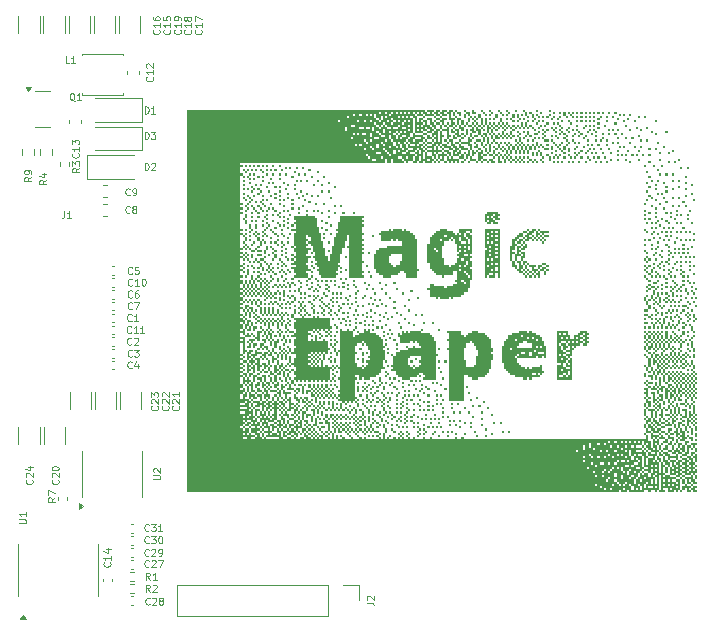
<source format=gbr>
%TF.GenerationSoftware,KiCad,Pcbnew,8.0.2-1.fc40*%
%TF.CreationDate,2025-03-27T00:28:51+07:00*%
%TF.ProjectId,magic-epaper,6d616769-632d-4657-9061-7065722e6b69,rev?*%
%TF.SameCoordinates,Original*%
%TF.FileFunction,Legend,Top*%
%TF.FilePolarity,Positive*%
%FSLAX46Y46*%
G04 Gerber Fmt 4.6, Leading zero omitted, Abs format (unit mm)*
G04 Created by KiCad (PCBNEW 8.0.2-1.fc40) date 2025-03-27 00:28:51*
%MOMM*%
%LPD*%
G01*
G04 APERTURE LIST*
%ADD10C,0.000000*%
%ADD11C,0.100000*%
%ADD12C,0.120000*%
G04 APERTURE END LIST*
D10*
G36*
X164232306Y-100266576D02*
G01*
X164052389Y-100266576D01*
X164052389Y-100086660D01*
X164232306Y-100086660D01*
X164232306Y-100266576D01*
G37*
G36*
X154156974Y-87312577D02*
G01*
X153797140Y-87312577D01*
X153797140Y-87132660D01*
X154156974Y-87132660D01*
X154156974Y-87312577D01*
G37*
G36*
X135085808Y-94149410D02*
G01*
X134905891Y-94149410D01*
X134905891Y-93969493D01*
X135085808Y-93969493D01*
X135085808Y-94149410D01*
G37*
G36*
X145700890Y-112320992D02*
G01*
X145520973Y-112320992D01*
X145520973Y-112141075D01*
X145700890Y-112141075D01*
X145700890Y-112320992D01*
G37*
G36*
X131127641Y-100626409D02*
G01*
X130947725Y-100626409D01*
X130947725Y-100446493D01*
X131127641Y-100446493D01*
X131127641Y-100626409D01*
G37*
G36*
X136165308Y-103864909D02*
G01*
X135985391Y-103864909D01*
X135985391Y-103684993D01*
X136165308Y-103684993D01*
X136165308Y-103864909D01*
G37*
G36*
X130767808Y-100986243D02*
G01*
X130587892Y-100986243D01*
X130587892Y-100806326D01*
X130767808Y-100806326D01*
X130767808Y-100986243D01*
G37*
G36*
X162792974Y-106923492D02*
G01*
X162613057Y-106923492D01*
X162613057Y-106743575D01*
X162792974Y-106743575D01*
X162792974Y-106923492D01*
G37*
G36*
X129148558Y-91630577D02*
G01*
X128968642Y-91630577D01*
X128968642Y-91450660D01*
X129148558Y-91450660D01*
X129148558Y-91630577D01*
G37*
G36*
X163692556Y-98827243D02*
G01*
X163512639Y-98827243D01*
X163512639Y-98647326D01*
X163692556Y-98647326D01*
X163692556Y-98827243D01*
G37*
G36*
X139763641Y-108182910D02*
G01*
X139583724Y-108182910D01*
X139583724Y-108002993D01*
X139763641Y-108002993D01*
X139763641Y-108182910D01*
G37*
G36*
X166211389Y-95048993D02*
G01*
X166031472Y-95048993D01*
X166031472Y-94869076D01*
X166211389Y-94869076D01*
X166211389Y-95048993D01*
G37*
G36*
X143361975Y-109802159D02*
G01*
X143182058Y-109802159D01*
X143182058Y-109622242D01*
X143361975Y-109622242D01*
X143361975Y-109802159D01*
G37*
G36*
X136345225Y-100626409D02*
G01*
X136165308Y-100626409D01*
X136165308Y-100446493D01*
X136345225Y-100446493D01*
X136345225Y-100626409D01*
G37*
G36*
X128788725Y-100446493D02*
G01*
X128608808Y-100446493D01*
X128608808Y-100266576D01*
X128788725Y-100266576D01*
X128788725Y-100446493D01*
G37*
G36*
X150918473Y-84973660D02*
G01*
X150738556Y-84973660D01*
X150738556Y-84793744D01*
X150918473Y-84793744D01*
X150918473Y-84973660D01*
G37*
G36*
X166571223Y-105664076D02*
G01*
X166391306Y-105664076D01*
X166391306Y-105304243D01*
X166571223Y-105304243D01*
X166571223Y-105664076D01*
G37*
G36*
X139943558Y-107643159D02*
G01*
X139763641Y-107643159D01*
X139763641Y-107283325D01*
X139943558Y-107283325D01*
X139943558Y-107643159D01*
G37*
G36*
X150558639Y-86053160D02*
G01*
X150378725Y-86053160D01*
X150378725Y-85873244D01*
X150558639Y-85873244D01*
X150558639Y-86053160D01*
G37*
G36*
X132207141Y-93969493D02*
G01*
X132027225Y-93969493D01*
X132027225Y-93789577D01*
X132207141Y-93789577D01*
X132207141Y-93969493D01*
G37*
G36*
X131487475Y-90191243D02*
G01*
X131307558Y-90191243D01*
X131307558Y-90011327D01*
X131487475Y-90011327D01*
X131487475Y-90191243D01*
G37*
G36*
X132387058Y-98467409D02*
G01*
X132207141Y-98467409D01*
X132207141Y-98287493D01*
X132387058Y-98287493D01*
X132387058Y-98467409D01*
G37*
G36*
X165851555Y-91450660D02*
G01*
X165671641Y-91450660D01*
X165671641Y-91270744D01*
X165851555Y-91270744D01*
X165851555Y-91450660D01*
G37*
G36*
X149659058Y-85873244D02*
G01*
X149479141Y-85873244D01*
X149479141Y-85693327D01*
X149659058Y-85693327D01*
X149659058Y-85873244D01*
G37*
G36*
X164772057Y-102965327D02*
G01*
X164592140Y-102965327D01*
X164592140Y-102785410D01*
X164772057Y-102785410D01*
X164772057Y-102965327D01*
G37*
G36*
X138684141Y-107823076D02*
G01*
X138504224Y-107823076D01*
X138504224Y-107643159D01*
X138684141Y-107643159D01*
X138684141Y-107823076D01*
G37*
G36*
X150198808Y-86053160D02*
G01*
X150018891Y-86053160D01*
X150018891Y-85873244D01*
X150198808Y-85873244D01*
X150198808Y-86053160D01*
G37*
G36*
X136345225Y-100266576D02*
G01*
X136165308Y-100266576D01*
X136165308Y-100086660D01*
X136345225Y-100086660D01*
X136345225Y-100266576D01*
G37*
G36*
X162792974Y-91270744D02*
G01*
X162613057Y-91270744D01*
X162613057Y-91090827D01*
X162792974Y-91090827D01*
X162792974Y-91270744D01*
G37*
G36*
X162972891Y-96128493D02*
G01*
X162792974Y-96128493D01*
X162792974Y-95948576D01*
X162972891Y-95948576D01*
X162972891Y-96128493D01*
G37*
G36*
X163512639Y-101885825D02*
G01*
X163332722Y-101885825D01*
X163332722Y-101705910D01*
X163512639Y-101705910D01*
X163512639Y-101885825D01*
G37*
G36*
X131127641Y-93249826D02*
G01*
X130947725Y-93249826D01*
X130947725Y-93069910D01*
X131127641Y-93069910D01*
X131127641Y-93249826D01*
G37*
G36*
X163332722Y-96848159D02*
G01*
X163152808Y-96848159D01*
X163152808Y-96668244D01*
X163332722Y-96668244D01*
X163332722Y-96848159D01*
G37*
G36*
X135625559Y-99726826D02*
G01*
X135445642Y-99726826D01*
X135445642Y-99546909D01*
X135625559Y-99546909D01*
X135625559Y-99726826D01*
G37*
G36*
X164412223Y-97387910D02*
G01*
X164232306Y-97387910D01*
X164232306Y-97207993D01*
X164412223Y-97207993D01*
X164412223Y-97387910D01*
G37*
G36*
X143901724Y-108182910D02*
G01*
X143721807Y-108182910D01*
X143721807Y-108002993D01*
X143901724Y-108002993D01*
X143901724Y-108182910D01*
G37*
G36*
X161893390Y-85333494D02*
G01*
X161713473Y-85333494D01*
X161713473Y-85153577D01*
X161893390Y-85153577D01*
X161893390Y-85333494D01*
G37*
G36*
X138324307Y-104944409D02*
G01*
X138144392Y-104944409D01*
X138144392Y-104764492D01*
X138324307Y-104764492D01*
X138324307Y-104944409D01*
G37*
G36*
X164052389Y-106923492D02*
G01*
X163872473Y-106923492D01*
X163872473Y-106563658D01*
X164052389Y-106563658D01*
X164052389Y-106923492D01*
G37*
G36*
X130947725Y-96488327D02*
G01*
X130767808Y-96488327D01*
X130767808Y-96308410D01*
X130947725Y-96308410D01*
X130947725Y-96488327D01*
G37*
G36*
X153257389Y-84793744D02*
G01*
X153077473Y-84793744D01*
X153077473Y-84613827D01*
X153257389Y-84613827D01*
X153257389Y-84793744D01*
G37*
G36*
X166571223Y-110341909D02*
G01*
X166391306Y-110341909D01*
X166391306Y-109622242D01*
X166571223Y-109622242D01*
X166571223Y-110341909D01*
G37*
G36*
X139763641Y-101346076D02*
G01*
X139583724Y-101346076D01*
X139583724Y-101166159D01*
X139763641Y-101166159D01*
X139763641Y-101346076D01*
G37*
G36*
X129868225Y-89831410D02*
G01*
X129688308Y-89831410D01*
X129688308Y-89651493D01*
X129868225Y-89651493D01*
X129868225Y-89831410D01*
G37*
G36*
X144981224Y-85513410D02*
G01*
X144621391Y-85513410D01*
X144621391Y-85333494D01*
X144981224Y-85333494D01*
X144981224Y-85513410D01*
G37*
G36*
X139043975Y-109262408D02*
G01*
X138864058Y-109262408D01*
X138864058Y-109082491D01*
X139043975Y-109082491D01*
X139043975Y-109262408D01*
G37*
G36*
X135265725Y-109982075D02*
G01*
X135085808Y-109982075D01*
X135085808Y-109802159D01*
X135265725Y-109802159D01*
X135265725Y-109982075D01*
G37*
G36*
X136345225Y-103145243D02*
G01*
X136165308Y-103145243D01*
X136165308Y-102965327D01*
X136345225Y-102965327D01*
X136345225Y-103145243D01*
G37*
G36*
X136165308Y-105124326D02*
G01*
X135985391Y-105124326D01*
X135985391Y-104764492D01*
X136165308Y-104764492D01*
X136165308Y-105124326D01*
G37*
G36*
X139763641Y-111241493D02*
G01*
X139583724Y-111241493D01*
X139583724Y-111061576D01*
X139763641Y-111061576D01*
X139763641Y-111241493D01*
G37*
G36*
X158654889Y-87312577D02*
G01*
X158474973Y-87312577D01*
X158474973Y-87132660D01*
X158654889Y-87132660D01*
X158654889Y-87312577D01*
G37*
G36*
X166571223Y-102605493D02*
G01*
X166391306Y-102605493D01*
X166391306Y-102425576D01*
X166571223Y-102425576D01*
X166571223Y-102605493D01*
G37*
G36*
X130048142Y-106743575D02*
G01*
X129868225Y-106743575D01*
X129868225Y-106563658D01*
X130048142Y-106563658D01*
X130048142Y-106743575D01*
G37*
G36*
X135625559Y-101885825D02*
G01*
X135445642Y-101885825D01*
X135445642Y-101705910D01*
X135625559Y-101705910D01*
X135625559Y-101885825D01*
G37*
G36*
X131487475Y-91270744D02*
G01*
X131307558Y-91270744D01*
X131307558Y-91090827D01*
X131487475Y-91090827D01*
X131487475Y-91270744D01*
G37*
G36*
X153797140Y-85693327D02*
G01*
X153617223Y-85693327D01*
X153617223Y-85513410D01*
X153797140Y-85513410D01*
X153797140Y-85693327D01*
G37*
G36*
X136165308Y-91270744D02*
G01*
X135985391Y-91270744D01*
X135985391Y-91090827D01*
X136165308Y-91090827D01*
X136165308Y-91270744D01*
G37*
G36*
X137064891Y-110881660D02*
G01*
X136884975Y-110881660D01*
X136884975Y-110701743D01*
X137064891Y-110701743D01*
X137064891Y-110881660D01*
G37*
G36*
X142642308Y-106023909D02*
G01*
X142462391Y-106023909D01*
X142462391Y-105843992D01*
X142642308Y-105843992D01*
X142642308Y-106023909D01*
G37*
G36*
X155596306Y-88392077D02*
G01*
X155416391Y-88392077D01*
X155416391Y-88212160D01*
X155596306Y-88212160D01*
X155596306Y-88392077D01*
G37*
G36*
X135265725Y-95228910D02*
G01*
X135085808Y-95228910D01*
X135085808Y-95048993D01*
X135265725Y-95048993D01*
X135265725Y-95228910D01*
G37*
G36*
X161713473Y-88571994D02*
G01*
X161533556Y-88571994D01*
X161533556Y-88392077D01*
X161713473Y-88392077D01*
X161713473Y-88571994D01*
G37*
G36*
X129868225Y-100446493D02*
G01*
X129688308Y-100446493D01*
X129688308Y-100266576D01*
X129868225Y-100266576D01*
X129868225Y-100446493D01*
G37*
G36*
X135625559Y-91630577D02*
G01*
X135445642Y-91630577D01*
X135445642Y-91450660D01*
X135625559Y-91450660D01*
X135625559Y-91630577D01*
G37*
G36*
X163692556Y-97747743D02*
G01*
X163512639Y-97747743D01*
X163512639Y-97567826D01*
X163692556Y-97567826D01*
X163692556Y-97747743D01*
G37*
G36*
X163692556Y-104764492D02*
G01*
X163512639Y-104764492D01*
X163512639Y-104404660D01*
X163692556Y-104404660D01*
X163692556Y-104764492D01*
G37*
G36*
X165671641Y-105484160D02*
G01*
X165491724Y-105484160D01*
X165491724Y-105304243D01*
X165671641Y-105304243D01*
X165671641Y-105484160D01*
G37*
G36*
X140123474Y-111061576D02*
G01*
X139943558Y-111061576D01*
X139943558Y-110701743D01*
X140123474Y-110701743D01*
X140123474Y-111061576D01*
G37*
G36*
X144801307Y-109262408D02*
G01*
X144621391Y-109262408D01*
X144621391Y-109082491D01*
X144801307Y-109082491D01*
X144801307Y-109262408D01*
G37*
G36*
X157935225Y-86772827D02*
G01*
X157755308Y-86772827D01*
X157755308Y-86592910D01*
X157935225Y-86592910D01*
X157935225Y-86772827D01*
G37*
G36*
X140843140Y-108002993D02*
G01*
X140663225Y-108002993D01*
X140663225Y-107823076D01*
X140843140Y-107823076D01*
X140843140Y-108002993D01*
G37*
G36*
X131667391Y-98827243D02*
G01*
X131487475Y-98827243D01*
X131487475Y-98647326D01*
X131667391Y-98647326D01*
X131667391Y-98827243D01*
G37*
G36*
X153077473Y-87132660D02*
G01*
X152897558Y-87132660D01*
X152897558Y-86952743D01*
X153077473Y-86952743D01*
X153077473Y-87132660D01*
G37*
G36*
X139403808Y-99906743D02*
G01*
X139223891Y-99906743D01*
X139223891Y-99726826D01*
X139403808Y-99726826D01*
X139403808Y-99906743D01*
G37*
G36*
X143182058Y-112320992D02*
G01*
X143002141Y-112320992D01*
X143002141Y-112141075D01*
X143182058Y-112141075D01*
X143182058Y-112320992D01*
G37*
G36*
X165491724Y-103864909D02*
G01*
X165311807Y-103864909D01*
X165311807Y-103684993D01*
X165491724Y-103684993D01*
X165491724Y-103864909D01*
G37*
G36*
X164951974Y-104944409D02*
G01*
X164772057Y-104944409D01*
X164772057Y-104764492D01*
X164951974Y-104764492D01*
X164951974Y-104944409D01*
G37*
G36*
X164592140Y-93789577D02*
G01*
X164412223Y-93789577D01*
X164412223Y-93609660D01*
X164592140Y-93609660D01*
X164592140Y-93789577D01*
G37*
G36*
X164951974Y-97747743D02*
G01*
X164772057Y-97747743D01*
X164772057Y-97567826D01*
X164951974Y-97567826D01*
X164951974Y-97747743D01*
G37*
G36*
X163332722Y-93429743D02*
G01*
X163152808Y-93429743D01*
X163152808Y-93249826D01*
X163332722Y-93249826D01*
X163332722Y-93429743D01*
G37*
G36*
X145700890Y-110701743D02*
G01*
X145520973Y-110701743D01*
X145520973Y-110521826D01*
X145700890Y-110521826D01*
X145700890Y-110701743D01*
G37*
G36*
X148579557Y-88392077D02*
G01*
X148399640Y-88392077D01*
X148399640Y-88571994D01*
X148579557Y-88571994D01*
X148579557Y-88751910D01*
X148399640Y-88751910D01*
X148399640Y-88931827D01*
X148219723Y-88931827D01*
X148219723Y-88212160D01*
X148399640Y-88212160D01*
X148399640Y-88032243D01*
X148579557Y-88032243D01*
X148579557Y-88392077D01*
G37*
G36*
X152177891Y-95948576D02*
G01*
X151997974Y-95948576D01*
X151997974Y-95768659D01*
X152177891Y-95768659D01*
X152177891Y-95948576D01*
G37*
G36*
X134725974Y-90011327D02*
G01*
X134546058Y-90011327D01*
X134546058Y-89831410D01*
X134725974Y-89831410D01*
X134725974Y-90011327D01*
G37*
G36*
X162433140Y-93249826D02*
G01*
X162253224Y-93249826D01*
X162253224Y-93069910D01*
X162433140Y-93069910D01*
X162433140Y-93249826D01*
G37*
G36*
X136345225Y-103505076D02*
G01*
X136165308Y-103505076D01*
X136165308Y-103325159D01*
X136345225Y-103325159D01*
X136345225Y-103505076D01*
G37*
G36*
X136884975Y-99726826D02*
G01*
X136705058Y-99726826D01*
X136705058Y-99546909D01*
X136884975Y-99546909D01*
X136884975Y-99726826D01*
G37*
G36*
X132207141Y-97387910D02*
G01*
X132027225Y-97387910D01*
X132027225Y-97207993D01*
X132207141Y-97207993D01*
X132207141Y-97387910D01*
G37*
G36*
X134006308Y-89831410D02*
G01*
X133826391Y-89831410D01*
X133826391Y-89651493D01*
X134006308Y-89651493D01*
X134006308Y-89831410D01*
G37*
G36*
X165311807Y-106563658D02*
G01*
X165131890Y-106563658D01*
X165131890Y-106383741D01*
X165311807Y-106383741D01*
X165311807Y-106563658D01*
G37*
G36*
X165491724Y-97927660D02*
G01*
X165311807Y-97927660D01*
X165311807Y-97747743D01*
X165491724Y-97747743D01*
X165491724Y-97927660D01*
G37*
G36*
X166391306Y-94329327D02*
G01*
X166211389Y-94329327D01*
X166211389Y-94149410D01*
X166391306Y-94149410D01*
X166391306Y-94329327D01*
G37*
G36*
X165671641Y-99187077D02*
G01*
X165491724Y-99187077D01*
X165491724Y-99007160D01*
X165671641Y-99007160D01*
X165671641Y-99187077D01*
G37*
G36*
X130048142Y-102065742D02*
G01*
X129868225Y-102065742D01*
X129868225Y-101885825D01*
X130048142Y-101885825D01*
X130048142Y-102065742D01*
G37*
G36*
X132027225Y-98647326D02*
G01*
X131847308Y-98647326D01*
X131847308Y-98467409D01*
X132027225Y-98467409D01*
X132027225Y-98647326D01*
G37*
G36*
X146240640Y-110341909D02*
G01*
X146060724Y-110341909D01*
X146060724Y-110161992D01*
X146240640Y-110161992D01*
X146240640Y-110341909D01*
G37*
G36*
X147859892Y-84793744D02*
G01*
X148039806Y-84793744D01*
X148039806Y-84973660D01*
X147679975Y-84973660D01*
X147679975Y-84613827D01*
X147859892Y-84613827D01*
X147859892Y-84793744D01*
G37*
G36*
X163512639Y-104404660D02*
G01*
X163332722Y-104404660D01*
X163332722Y-104224743D01*
X163512639Y-104224743D01*
X163512639Y-104404660D01*
G37*
G36*
X143361975Y-111781241D02*
G01*
X143182058Y-111781241D01*
X143182058Y-111601324D01*
X143361975Y-111601324D01*
X143361975Y-111781241D01*
G37*
G36*
X128968642Y-92530160D02*
G01*
X128788725Y-92530160D01*
X128788725Y-92350243D01*
X128968642Y-92350243D01*
X128968642Y-92530160D01*
G37*
G36*
X145520973Y-94869076D02*
G01*
X146060724Y-94869076D01*
X146060724Y-95048993D01*
X146240640Y-95048993D01*
X146240640Y-95228910D01*
X146420557Y-95228910D01*
X146600474Y-95228910D01*
X146780391Y-95228910D01*
X146780391Y-95048993D01*
X146960308Y-95048993D01*
X146960308Y-95408826D01*
X147140225Y-95408826D01*
X147140225Y-95588743D01*
X147320141Y-95588743D01*
X147320141Y-95948576D01*
X147500058Y-95948576D01*
X147500058Y-95588743D01*
X147320141Y-95588743D01*
X147320141Y-95408826D01*
X147140225Y-95408826D01*
X147140225Y-95048993D01*
X147500058Y-95048993D01*
X147500058Y-94869076D01*
X147140225Y-94869076D01*
X147140225Y-95048993D01*
X146960308Y-95048993D01*
X146780391Y-95048993D01*
X146600474Y-95048993D01*
X146600474Y-95228910D01*
X146420557Y-95228910D01*
X146420557Y-95048993D01*
X146600474Y-95048993D01*
X146600474Y-94689160D01*
X147679975Y-94689160D01*
X147679975Y-95048993D01*
X147500058Y-95048993D01*
X147500058Y-95228910D01*
X147679975Y-95228910D01*
X147679975Y-96848159D01*
X147500058Y-96848159D01*
X147500058Y-97028076D01*
X147679975Y-97028076D01*
X147679975Y-97207993D01*
X147500058Y-97207993D01*
X147500058Y-97387910D01*
X147679975Y-97387910D01*
X147679975Y-97927660D01*
X147500058Y-97927660D01*
X147500058Y-98107576D01*
X147679975Y-98107576D01*
X147679975Y-99007160D01*
X147500058Y-99007160D01*
X147500058Y-99726826D01*
X147320141Y-99726826D01*
X147320141Y-100086660D01*
X146960308Y-100086660D01*
X146960308Y-100266576D01*
X146780391Y-100266576D01*
X146780391Y-100446493D01*
X146060724Y-100446493D01*
X146060724Y-100626409D01*
X145880807Y-100626409D01*
X145880807Y-100446493D01*
X145700890Y-100446493D01*
X145700890Y-100626409D01*
X144981224Y-100626409D01*
X144981224Y-100446493D01*
X144801307Y-100446493D01*
X144801307Y-100626409D01*
X144621391Y-100626409D01*
X144621391Y-100446493D01*
X144081641Y-100446493D01*
X144081641Y-99906743D01*
X143901724Y-99906743D01*
X143901724Y-99726826D01*
X144081641Y-99726826D01*
X144081641Y-99366992D01*
X144441475Y-99366992D01*
X144441475Y-99546909D01*
X145341056Y-99546909D01*
X145341056Y-99726826D01*
X145520973Y-99726826D01*
X145520973Y-99546909D01*
X146060724Y-99546909D01*
X146060724Y-99366992D01*
X146420557Y-99366992D01*
X146420557Y-99187077D01*
X146240640Y-99187077D01*
X146240640Y-99007160D01*
X146420557Y-99007160D01*
X146780391Y-99007160D01*
X146780391Y-99187077D01*
X146960308Y-99187077D01*
X146960308Y-99366992D01*
X147140225Y-99366992D01*
X147140225Y-99187077D01*
X146960308Y-99187077D01*
X146960308Y-99007160D01*
X146780391Y-99007160D01*
X146420557Y-99007160D01*
X146420557Y-98827243D01*
X146420557Y-98647326D01*
X146420557Y-98467409D01*
X146420557Y-98287493D01*
X146060724Y-98287493D01*
X146060724Y-98647326D01*
X145341056Y-98647326D01*
X145341056Y-98827243D01*
X145161141Y-98827243D01*
X145161141Y-98647326D01*
X144621391Y-98647326D01*
X144621391Y-98467409D01*
X144441475Y-98467409D01*
X144441475Y-98287493D01*
X144261558Y-98287493D01*
X144261558Y-98107576D01*
X146600474Y-98107576D01*
X146600474Y-98287493D01*
X146780391Y-98287493D01*
X146960308Y-98287493D01*
X146960308Y-98467409D01*
X147140225Y-98467409D01*
X147140225Y-98647326D01*
X147320141Y-98647326D01*
X147320141Y-98827243D01*
X147500058Y-98827243D01*
X147500058Y-98647326D01*
X147320141Y-98647326D01*
X147320141Y-98467409D01*
X147140225Y-98467409D01*
X147140225Y-98287493D01*
X146960308Y-98287493D01*
X146780391Y-98287493D01*
X146780391Y-98107576D01*
X146600474Y-98107576D01*
X144261558Y-98107576D01*
X144081641Y-98107576D01*
X144081641Y-97567826D01*
X143901724Y-97567826D01*
X143901724Y-97207993D01*
X145161141Y-97207993D01*
X145341056Y-97207993D01*
X145341056Y-97747743D01*
X145700890Y-97747743D01*
X145700890Y-97927660D01*
X145880807Y-97927660D01*
X146600474Y-97927660D01*
X146780391Y-97927660D01*
X146780391Y-97747743D01*
X146960308Y-97747743D01*
X146960308Y-97927660D01*
X147140225Y-97927660D01*
X147140225Y-97747743D01*
X147320141Y-97747743D01*
X147320141Y-97387910D01*
X147140225Y-97387910D01*
X147140225Y-97747743D01*
X146960308Y-97747743D01*
X146780391Y-97747743D01*
X146600474Y-97747743D01*
X146600474Y-97927660D01*
X145880807Y-97927660D01*
X145880807Y-97747743D01*
X146240640Y-97747743D01*
X146240640Y-97567826D01*
X146420557Y-97567826D01*
X146420557Y-97387910D01*
X146420557Y-97207993D01*
X146600474Y-97207993D01*
X146780391Y-97207993D01*
X146780391Y-97387910D01*
X146960308Y-97387910D01*
X146960308Y-97207993D01*
X146780391Y-97207993D01*
X146600474Y-97207993D01*
X146600474Y-97028076D01*
X146420557Y-97028076D01*
X146420557Y-96848159D01*
X146600474Y-96848159D01*
X146960308Y-96848159D01*
X146960308Y-97028076D01*
X147320141Y-97028076D01*
X147320141Y-96848159D01*
X146960308Y-96848159D01*
X146600474Y-96848159D01*
X146600474Y-96668244D01*
X146780391Y-96668244D01*
X146780391Y-96488327D01*
X146960308Y-96488327D01*
X146960308Y-96668244D01*
X147140225Y-96668244D01*
X147140225Y-96488327D01*
X146960308Y-96488327D01*
X146780391Y-96488327D01*
X146600474Y-96488327D01*
X146600474Y-96668244D01*
X146420557Y-96668244D01*
X146420557Y-96308410D01*
X146420557Y-96128493D01*
X146600474Y-96128493D01*
X146600474Y-96308410D01*
X146780391Y-96308410D01*
X146780391Y-96128493D01*
X146960308Y-96128493D01*
X146960308Y-96308410D01*
X147140225Y-96308410D01*
X147140225Y-96128493D01*
X147320141Y-96128493D01*
X147320141Y-96488327D01*
X147500058Y-96488327D01*
X147500058Y-96128493D01*
X147320141Y-96128493D01*
X147140225Y-96128493D01*
X146960308Y-96128493D01*
X146780391Y-96128493D01*
X146600474Y-96128493D01*
X146420557Y-96128493D01*
X146420557Y-95948576D01*
X146240640Y-95948576D01*
X146240640Y-95768659D01*
X146240640Y-95588743D01*
X146060724Y-95588743D01*
X146060724Y-95408826D01*
X146600474Y-95408826D01*
X146600474Y-95768659D01*
X146780391Y-95768659D01*
X146780391Y-95948576D01*
X147140225Y-95948576D01*
X147140225Y-95768659D01*
X146780391Y-95768659D01*
X146780391Y-95588743D01*
X146780391Y-95408826D01*
X146600474Y-95408826D01*
X146060724Y-95408826D01*
X145880807Y-95408826D01*
X145880807Y-95588743D01*
X145700890Y-95588743D01*
X145700890Y-95768659D01*
X145341056Y-95768659D01*
X145341056Y-96128493D01*
X145161141Y-96128493D01*
X145161141Y-97207993D01*
X143901724Y-97207993D01*
X143901724Y-96668244D01*
X143901724Y-96488327D01*
X143901724Y-96308410D01*
X144441475Y-96308410D01*
X144441475Y-96488327D01*
X144621391Y-96488327D01*
X144621391Y-96668244D01*
X144801307Y-96668244D01*
X144801307Y-96488327D01*
X144621391Y-96488327D01*
X144621391Y-96308410D01*
X144441475Y-96308410D01*
X143901724Y-96308410D01*
X143901724Y-96128493D01*
X143901724Y-95948576D01*
X144081641Y-95948576D01*
X144081641Y-95768659D01*
X144081641Y-95588743D01*
X144981224Y-95588743D01*
X144981224Y-95768659D01*
X145161141Y-95768659D01*
X145161141Y-95588743D01*
X144981224Y-95588743D01*
X144081641Y-95588743D01*
X144081641Y-95408826D01*
X144261558Y-95408826D01*
X144261558Y-95228910D01*
X144441475Y-95228910D01*
X145341056Y-95228910D01*
X145341056Y-95408826D01*
X145520973Y-95408826D01*
X145520973Y-95228910D01*
X145341056Y-95228910D01*
X144441475Y-95228910D01*
X144441475Y-95048993D01*
X144621391Y-95048993D01*
X144621391Y-94869076D01*
X144981224Y-94869076D01*
X144981224Y-94689160D01*
X145520973Y-94689160D01*
X145520973Y-94869076D01*
G37*
G36*
X137784558Y-93429743D02*
G01*
X137604641Y-93429743D01*
X137604641Y-93249826D01*
X137784558Y-93249826D01*
X137784558Y-93429743D01*
G37*
G36*
X128788725Y-97028076D02*
G01*
X128608808Y-97028076D01*
X128608808Y-96848159D01*
X128788725Y-96848159D01*
X128788725Y-97028076D01*
G37*
G36*
X147320141Y-108182910D02*
G01*
X147140225Y-108182910D01*
X147140225Y-108002993D01*
X147320141Y-108002993D01*
X147320141Y-108182910D01*
G37*
G36*
X157035640Y-85333494D02*
G01*
X156855724Y-85333494D01*
X156855724Y-85153577D01*
X157035640Y-85153577D01*
X157035640Y-85333494D01*
G37*
G36*
X131667391Y-101885825D02*
G01*
X131487475Y-101885825D01*
X131487475Y-101705910D01*
X131667391Y-101705910D01*
X131667391Y-101885825D01*
G37*
G36*
X130048142Y-90011327D02*
G01*
X129868225Y-90011327D01*
X129868225Y-89831410D01*
X130048142Y-89831410D01*
X130048142Y-90011327D01*
G37*
G36*
X130407975Y-93609660D02*
G01*
X130228059Y-93609660D01*
X130228059Y-93429743D01*
X130407975Y-93429743D01*
X130407975Y-93609660D01*
G37*
G36*
X130767808Y-95588743D02*
G01*
X130587892Y-95588743D01*
X130587892Y-95408826D01*
X130767808Y-95408826D01*
X130767808Y-95588743D01*
G37*
G36*
X164592140Y-102425576D02*
G01*
X164412223Y-102425576D01*
X164412223Y-102065742D01*
X164592140Y-102065742D01*
X164592140Y-102425576D01*
G37*
G36*
X155776223Y-85333494D02*
G01*
X155596306Y-85333494D01*
X155596306Y-85153577D01*
X155776223Y-85153577D01*
X155776223Y-85333494D01*
G37*
G36*
X163512639Y-108722660D02*
G01*
X163332722Y-108722660D01*
X163332722Y-108362826D01*
X163512639Y-108362826D01*
X163512639Y-108722660D01*
G37*
G36*
X165671641Y-106203826D02*
G01*
X165491724Y-106203826D01*
X165491724Y-106383741D01*
X165671641Y-106383741D01*
X165671641Y-106203826D01*
X165851555Y-106203826D01*
X165851555Y-106383741D01*
X165671641Y-106383741D01*
X165671641Y-106563658D01*
X165491724Y-106563658D01*
X165491724Y-106383741D01*
X165311807Y-106383741D01*
X165311807Y-106203826D01*
X165491724Y-106203826D01*
X165491724Y-106023909D01*
X165671641Y-106023909D01*
X165671641Y-106203826D01*
G37*
G36*
X157755308Y-88931827D02*
G01*
X157575391Y-88931827D01*
X157575391Y-88751910D01*
X157755308Y-88751910D01*
X157755308Y-88931827D01*
G37*
G36*
X135985391Y-107463242D02*
G01*
X135805474Y-107463242D01*
X135805474Y-107283325D01*
X135985391Y-107283325D01*
X135985391Y-107463242D01*
G37*
G36*
X164592140Y-98467409D02*
G01*
X164412223Y-98467409D01*
X164412223Y-98287493D01*
X164592140Y-98287493D01*
X164592140Y-98467409D01*
G37*
G36*
X163332722Y-100626409D02*
G01*
X163152808Y-100626409D01*
X163152808Y-100446493D01*
X163332722Y-100446493D01*
X163332722Y-100626409D01*
G37*
G36*
X131847308Y-93789577D02*
G01*
X131667391Y-93789577D01*
X131667391Y-93609660D01*
X131847308Y-93609660D01*
X131847308Y-93789577D01*
G37*
G36*
X134186225Y-98827243D02*
G01*
X134006308Y-98827243D01*
X134006308Y-98647326D01*
X134186225Y-98647326D01*
X134186225Y-98827243D01*
G37*
G36*
X161173723Y-86412994D02*
G01*
X160993806Y-86412994D01*
X160993806Y-86233077D01*
X161173723Y-86233077D01*
X161173723Y-86412994D01*
G37*
G36*
X164232306Y-97567826D02*
G01*
X164052389Y-97567826D01*
X164052389Y-97387910D01*
X164232306Y-97387910D01*
X164232306Y-97567826D01*
G37*
G36*
X129328475Y-100266576D02*
G01*
X129148558Y-100266576D01*
X129148558Y-100086660D01*
X129328475Y-100086660D01*
X129328475Y-100266576D01*
G37*
G36*
X149299224Y-85873244D02*
G01*
X149119307Y-85873244D01*
X149119307Y-86053160D01*
X149299224Y-86053160D01*
X149299224Y-85873244D01*
X149479141Y-85873244D01*
X149479141Y-86053160D01*
X149299224Y-86053160D01*
X149299224Y-86233077D01*
X149119307Y-86233077D01*
X149119307Y-86592910D01*
X148939390Y-86592910D01*
X148939390Y-85873244D01*
X149119307Y-85873244D01*
X149119307Y-85693327D01*
X149299224Y-85693327D01*
X149299224Y-85873244D01*
G37*
G36*
X164412223Y-106023909D02*
G01*
X164232306Y-106023909D01*
X164232306Y-105843992D01*
X164412223Y-105843992D01*
X164412223Y-106023909D01*
G37*
G36*
X150738556Y-85153577D02*
G01*
X150558639Y-85153577D01*
X150558639Y-84973660D01*
X150738556Y-84973660D01*
X150738556Y-85153577D01*
G37*
G36*
X129868225Y-101885825D02*
G01*
X129688308Y-101885825D01*
X129688308Y-101346076D01*
X129868225Y-101346076D01*
X129868225Y-101885825D01*
G37*
G36*
X162433140Y-107823076D02*
G01*
X162253224Y-107823076D01*
X162253224Y-107643159D01*
X162433140Y-107643159D01*
X162433140Y-107823076D01*
G37*
G36*
X153437306Y-85693327D02*
G01*
X153257389Y-85693327D01*
X153257389Y-85513410D01*
X153437306Y-85513410D01*
X153437306Y-85693327D01*
G37*
G36*
X157575391Y-87312577D02*
G01*
X157395474Y-87312577D01*
X157395474Y-87132660D01*
X157575391Y-87132660D01*
X157575391Y-87312577D01*
G37*
G36*
X138504224Y-105484160D02*
G01*
X138324307Y-105484160D01*
X138324307Y-105124326D01*
X138504224Y-105124326D01*
X138504224Y-105484160D01*
G37*
G36*
X147140225Y-111241493D02*
G01*
X146960308Y-111241493D01*
X146960308Y-111061576D01*
X147140225Y-111061576D01*
X147140225Y-111241493D01*
G37*
G36*
X154696724Y-84973660D02*
G01*
X154516807Y-84973660D01*
X154516807Y-84793744D01*
X154696724Y-84793744D01*
X154696724Y-84973660D01*
G37*
G36*
X129868225Y-111601324D02*
G01*
X129688308Y-111601324D01*
X129688308Y-111421410D01*
X129868225Y-111421410D01*
X129868225Y-111601324D01*
G37*
G36*
X130587892Y-103145243D02*
G01*
X130407975Y-103145243D01*
X130407975Y-102605493D01*
X130587892Y-102605493D01*
X130587892Y-103145243D01*
G37*
G36*
X166571223Y-102245659D02*
G01*
X166391306Y-102245659D01*
X166391306Y-101885825D01*
X166571223Y-101885825D01*
X166571223Y-102245659D01*
G37*
G36*
X165491724Y-110881660D02*
G01*
X165311807Y-110881660D01*
X165311807Y-110701743D01*
X165491724Y-110701743D01*
X165491724Y-110881660D01*
G37*
G36*
X131667391Y-97927660D02*
G01*
X131487475Y-97927660D01*
X131487475Y-97747743D01*
X131667391Y-97747743D01*
X131667391Y-97927660D01*
G37*
G36*
X140663225Y-104944409D02*
G01*
X140483308Y-104944409D01*
X140483308Y-104764492D01*
X140663225Y-104764492D01*
X140663225Y-104944409D01*
G37*
G36*
X130587892Y-108362826D02*
G01*
X130407975Y-108362826D01*
X130407975Y-108182910D01*
X130587892Y-108182910D01*
X130587892Y-108362826D01*
G37*
G36*
X166571223Y-105124326D02*
G01*
X166391306Y-105124326D01*
X166391306Y-104764492D01*
X166571223Y-104764492D01*
X166571223Y-105124326D01*
G37*
G36*
X149838975Y-86053160D02*
G01*
X149659058Y-86053160D01*
X149659058Y-85873244D01*
X149838975Y-85873244D01*
X149838975Y-86053160D01*
G37*
G36*
X128608808Y-102065742D02*
G01*
X128428892Y-102065742D01*
X128428892Y-101705910D01*
X128608808Y-101705910D01*
X128608808Y-102065742D01*
G37*
G36*
X137424724Y-111601324D02*
G01*
X137244808Y-111601324D01*
X137244808Y-111421410D01*
X137424724Y-111421410D01*
X137424724Y-111601324D01*
G37*
G36*
X129688308Y-102605493D02*
G01*
X129508392Y-102605493D01*
X129508392Y-102425576D01*
X129688308Y-102425576D01*
X129688308Y-102605493D01*
G37*
G36*
X165671641Y-101705910D02*
G01*
X165491724Y-101705910D01*
X165491724Y-101525993D01*
X165671641Y-101525993D01*
X165671641Y-101705910D01*
G37*
G36*
X162792974Y-99187077D02*
G01*
X162613057Y-99187077D01*
X162613057Y-99007160D01*
X162792974Y-99007160D01*
X162792974Y-99187077D01*
G37*
G36*
X161533556Y-85693327D02*
G01*
X161353639Y-85693327D01*
X161353639Y-85513410D01*
X161533556Y-85513410D01*
X161533556Y-85693327D01*
G37*
G36*
X162433140Y-107283325D02*
G01*
X162253224Y-107283325D01*
X162253224Y-106923492D01*
X162433140Y-106923492D01*
X162433140Y-107283325D01*
G37*
G36*
X143541890Y-108002993D02*
G01*
X143361975Y-108002993D01*
X143361975Y-107823076D01*
X143541890Y-107823076D01*
X143541890Y-108002993D01*
G37*
G36*
X166571223Y-111061576D02*
G01*
X166391306Y-111061576D01*
X166391306Y-111241493D01*
X166571223Y-111241493D01*
X166571223Y-111061576D01*
X166751139Y-111061576D01*
X166751139Y-111241493D01*
X166571223Y-111241493D01*
X166571223Y-111421410D01*
X166391306Y-111421410D01*
X166391306Y-111241493D01*
X166211389Y-111241493D01*
X166211389Y-111061576D01*
X166391306Y-111061576D01*
X166391306Y-110881660D01*
X166571223Y-110881660D01*
X166571223Y-111061576D01*
G37*
G36*
X132926808Y-111061576D02*
G01*
X132746892Y-111061576D01*
X132746892Y-111241493D01*
X132566975Y-111241493D01*
X132566975Y-110881660D01*
X132926808Y-110881660D01*
X132926808Y-111061576D01*
G37*
G36*
X136345225Y-109982075D02*
G01*
X136165308Y-109982075D01*
X136165308Y-109802159D01*
X136345225Y-109802159D01*
X136345225Y-109982075D01*
G37*
G36*
X149659058Y-88392077D02*
G01*
X149479141Y-88392077D01*
X149479141Y-88032243D01*
X149659058Y-88032243D01*
X149659058Y-88392077D01*
G37*
G36*
X159374557Y-84973660D02*
G01*
X159194640Y-84973660D01*
X159194640Y-84793744D01*
X159374557Y-84793744D01*
X159374557Y-84973660D01*
G37*
G36*
X132207141Y-93249826D02*
G01*
X132027225Y-93249826D01*
X132027225Y-93069910D01*
X132207141Y-93069910D01*
X132207141Y-93249826D01*
G37*
G36*
X159374557Y-88032243D02*
G01*
X159194640Y-88032243D01*
X159194640Y-87852327D01*
X159374557Y-87852327D01*
X159374557Y-88032243D01*
G37*
G36*
X129328475Y-95948576D02*
G01*
X129148558Y-95948576D01*
X129148558Y-95768659D01*
X129328475Y-95768659D01*
X129328475Y-95948576D01*
G37*
G36*
X132027225Y-89651493D02*
G01*
X131847308Y-89651493D01*
X131847308Y-89471577D01*
X132027225Y-89471577D01*
X132027225Y-89651493D01*
G37*
G36*
X143361975Y-107283325D02*
G01*
X143182058Y-107283325D01*
X143182058Y-107103409D01*
X143361975Y-107103409D01*
X143361975Y-107283325D01*
G37*
G36*
X166031472Y-96848159D02*
G01*
X165851555Y-96848159D01*
X165851555Y-96668244D01*
X166031472Y-96668244D01*
X166031472Y-96848159D01*
G37*
G36*
X138504224Y-102065742D02*
G01*
X138324307Y-102065742D01*
X138324307Y-101885825D01*
X138504224Y-101885825D01*
X138504224Y-102065742D01*
G37*
G36*
X164772057Y-103505076D02*
G01*
X164592140Y-103505076D01*
X164592140Y-103325159D01*
X164772057Y-103325159D01*
X164772057Y-103505076D01*
G37*
G36*
X148219723Y-109082491D02*
G01*
X148039806Y-109082491D01*
X148039806Y-108902577D01*
X148219723Y-108902577D01*
X148219723Y-109082491D01*
G37*
G36*
X129508392Y-103145243D02*
G01*
X129328475Y-103145243D01*
X129328475Y-103325159D01*
X129148558Y-103325159D01*
X129148558Y-102965327D01*
X129508392Y-102965327D01*
X129508392Y-103145243D01*
G37*
G36*
X129688308Y-98827243D02*
G01*
X129508392Y-98827243D01*
X129508392Y-98647326D01*
X129688308Y-98647326D01*
X129688308Y-98827243D01*
G37*
G36*
X155596306Y-87132660D02*
G01*
X155416391Y-87132660D01*
X155416391Y-86952743D01*
X155596306Y-86952743D01*
X155596306Y-87132660D01*
G37*
G36*
X166571223Y-110701743D02*
G01*
X166391306Y-110701743D01*
X166391306Y-110521826D01*
X166571223Y-110521826D01*
X166571223Y-110701743D01*
G37*
G36*
X157395474Y-86053160D02*
G01*
X157215557Y-86053160D01*
X157215557Y-85873244D01*
X157395474Y-85873244D01*
X157395474Y-86053160D01*
G37*
G36*
X160274141Y-85153577D02*
G01*
X160094224Y-85153577D01*
X160094224Y-84973660D01*
X160274141Y-84973660D01*
X160274141Y-85153577D01*
G37*
G36*
X130407975Y-100626409D02*
G01*
X130228059Y-100626409D01*
X130228059Y-100446493D01*
X130407975Y-100446493D01*
X130407975Y-100626409D01*
G37*
G36*
X163512639Y-104944409D02*
G01*
X163332722Y-104944409D01*
X163332722Y-104764492D01*
X163512639Y-104764492D01*
X163512639Y-104944409D01*
G37*
G36*
X157755308Y-84973660D02*
G01*
X157575391Y-84973660D01*
X157575391Y-84793744D01*
X157755308Y-84793744D01*
X157755308Y-84973660D01*
G37*
G36*
X130767808Y-89831410D02*
G01*
X130587892Y-89831410D01*
X130587892Y-89651493D01*
X130767808Y-89651493D01*
X130767808Y-89831410D01*
G37*
G36*
X157755308Y-88032243D02*
G01*
X157575391Y-88032243D01*
X157575391Y-87852327D01*
X157755308Y-87852327D01*
X157755308Y-88032243D01*
G37*
G36*
X132207141Y-100446493D02*
G01*
X132027225Y-100446493D01*
X132027225Y-100266576D01*
X132207141Y-100266576D01*
X132207141Y-100446493D01*
G37*
G36*
X163692556Y-94509243D02*
G01*
X163512639Y-94509243D01*
X163512639Y-94329327D01*
X163692556Y-94329327D01*
X163692556Y-94509243D01*
G37*
G36*
X164592140Y-101885825D02*
G01*
X164412223Y-101885825D01*
X164412223Y-101705910D01*
X164592140Y-101705910D01*
X164592140Y-101885825D01*
G37*
G36*
X144081641Y-111601324D02*
G01*
X143901724Y-111601324D01*
X143901724Y-111421410D01*
X144081641Y-111421410D01*
X144081641Y-111601324D01*
G37*
G36*
X152897558Y-95408826D02*
G01*
X152717642Y-95408826D01*
X152717642Y-95228910D01*
X152897558Y-95228910D01*
X152897558Y-95408826D01*
G37*
G36*
X129868225Y-96668244D02*
G01*
X129508392Y-96668244D01*
X129508392Y-96488327D01*
X129868225Y-96488327D01*
X129868225Y-96668244D01*
G37*
G36*
X140123474Y-99906743D02*
G01*
X139943558Y-99906743D01*
X139943558Y-99726826D01*
X140123474Y-99726826D01*
X140123474Y-99906743D01*
G37*
G36*
X165311807Y-92170326D02*
G01*
X165131890Y-92170326D01*
X165131890Y-91990410D01*
X165311807Y-91990410D01*
X165311807Y-92170326D01*
G37*
G36*
X152357808Y-98827243D02*
G01*
X152177891Y-98827243D01*
X152177891Y-98647326D01*
X152357808Y-98647326D01*
X152357808Y-98827243D01*
G37*
G36*
X163872473Y-106203826D02*
G01*
X163692556Y-106203826D01*
X163692556Y-106023909D01*
X163872473Y-106023909D01*
X163872473Y-106203826D01*
G37*
G36*
X141023057Y-108722660D02*
G01*
X140843140Y-108722660D01*
X140843140Y-108542743D01*
X141023057Y-108542743D01*
X141023057Y-108722660D01*
G37*
G36*
X132207141Y-103325159D02*
G01*
X132027225Y-103325159D01*
X132027225Y-103145243D01*
X132207141Y-103145243D01*
X132207141Y-103325159D01*
G37*
G36*
X135445642Y-99187077D02*
G01*
X135265725Y-99187077D01*
X135265725Y-99007160D01*
X135445642Y-99007160D01*
X135445642Y-99187077D01*
G37*
G36*
X129148558Y-92889993D02*
G01*
X128968642Y-92889993D01*
X128968642Y-92710076D01*
X129148558Y-92710076D01*
X129148558Y-92889993D01*
G37*
G36*
X156495890Y-88392077D02*
G01*
X156315973Y-88392077D01*
X156315973Y-88212160D01*
X156495890Y-88212160D01*
X156495890Y-88392077D01*
G37*
G36*
X166751139Y-113580410D02*
G01*
X166571223Y-113580410D01*
X166571223Y-113220576D01*
X166751139Y-113220576D01*
X166751139Y-113580410D01*
G37*
G36*
X134006308Y-110521826D02*
G01*
X133826391Y-110521826D01*
X133826391Y-110701743D01*
X133646475Y-110701743D01*
X133646475Y-110341909D01*
X134006308Y-110341909D01*
X134006308Y-110521826D01*
G37*
G36*
X144981224Y-106563658D02*
G01*
X144801307Y-106563658D01*
X144801307Y-106383741D01*
X144981224Y-106383741D01*
X144981224Y-106563658D01*
G37*
G36*
X153797140Y-89111743D02*
G01*
X153617223Y-89111743D01*
X153617223Y-88931827D01*
X153797140Y-88931827D01*
X153797140Y-89111743D01*
G37*
G36*
X130228059Y-100446493D02*
G01*
X130048142Y-100446493D01*
X130048142Y-100266576D01*
X130228059Y-100266576D01*
X130228059Y-100446493D01*
G37*
G36*
X130407975Y-100266576D02*
G01*
X130228059Y-100266576D01*
X130228059Y-100086660D01*
X130407975Y-100086660D01*
X130407975Y-100266576D01*
G37*
G36*
X132566975Y-100446493D02*
G01*
X132387058Y-100446493D01*
X132387058Y-100266576D01*
X132566975Y-100266576D01*
X132566975Y-100446493D01*
G37*
G36*
X132566975Y-110521826D02*
G01*
X132387058Y-110521826D01*
X132387058Y-110341909D01*
X132566975Y-110341909D01*
X132566975Y-110521826D01*
G37*
G36*
X163152808Y-104044826D02*
G01*
X162972891Y-104044826D01*
X162972891Y-103684993D01*
X163152808Y-103684993D01*
X163152808Y-104044826D01*
G37*
G36*
X163152808Y-98107576D02*
G01*
X162972891Y-98107576D01*
X162972891Y-97927660D01*
X163152808Y-97927660D01*
X163152808Y-98107576D01*
G37*
G36*
X132387058Y-108182910D02*
G01*
X132566975Y-108182910D01*
X132566975Y-108362826D01*
X132027225Y-108362826D01*
X132027225Y-108182910D01*
X132207141Y-108182910D01*
X132207141Y-107823076D01*
X132387058Y-107823076D01*
X132387058Y-108182910D01*
G37*
G36*
X134546058Y-99906743D02*
G01*
X134366141Y-99906743D01*
X134366141Y-99726826D01*
X134546058Y-99726826D01*
X134546058Y-99906743D01*
G37*
G36*
X149479141Y-87132660D02*
G01*
X149299224Y-87132660D01*
X149299224Y-86772827D01*
X149479141Y-86772827D01*
X149479141Y-87132660D01*
G37*
G36*
X132207141Y-100986243D02*
G01*
X132027225Y-100986243D01*
X132027225Y-100806326D01*
X132207141Y-100806326D01*
X132207141Y-100986243D01*
G37*
G36*
X136165308Y-99546909D02*
G01*
X135985391Y-99546909D01*
X135985391Y-99366992D01*
X136165308Y-99366992D01*
X136165308Y-99546909D01*
G37*
G36*
X163152808Y-107103409D02*
G01*
X162972891Y-107103409D01*
X162972891Y-106743575D01*
X163152808Y-106743575D01*
X163152808Y-107103409D01*
G37*
G36*
X160094224Y-88571994D02*
G01*
X159914307Y-88571994D01*
X159914307Y-88392077D01*
X160094224Y-88392077D01*
X160094224Y-88571994D01*
G37*
G36*
X162792974Y-104404660D02*
G01*
X162613057Y-104404660D01*
X162613057Y-104224743D01*
X162792974Y-104224743D01*
X162792974Y-104404660D01*
G37*
G36*
X165671641Y-92530160D02*
G01*
X165491724Y-92530160D01*
X165491724Y-92350243D01*
X165671641Y-92350243D01*
X165671641Y-92530160D01*
G37*
G36*
X129868225Y-92530160D02*
G01*
X129688308Y-92530160D01*
X129688308Y-92350243D01*
X129868225Y-92350243D01*
X129868225Y-92530160D01*
G37*
G36*
X137064891Y-97207993D02*
G01*
X136884975Y-97207993D01*
X136884975Y-97028076D01*
X137064891Y-97028076D01*
X137064891Y-97207993D01*
G37*
G36*
X164951974Y-109262408D02*
G01*
X164772057Y-109262408D01*
X164772057Y-108902577D01*
X164951974Y-108902577D01*
X164951974Y-109262408D01*
G37*
G36*
X135445642Y-101346076D02*
G01*
X135265725Y-101346076D01*
X135265725Y-101166159D01*
X135445642Y-101166159D01*
X135445642Y-101346076D01*
G37*
G36*
X129328475Y-90551077D02*
G01*
X129148558Y-90551077D01*
X129148558Y-90371160D01*
X129328475Y-90371160D01*
X129328475Y-90551077D01*
G37*
G36*
X165311807Y-104944409D02*
G01*
X165131890Y-104944409D01*
X165131890Y-104764492D01*
X165311807Y-104764492D01*
X165311807Y-104944409D01*
G37*
G36*
X130767808Y-106383741D02*
G01*
X130587892Y-106383741D01*
X130587892Y-106743575D01*
X130407975Y-106743575D01*
X130407975Y-106383741D01*
X130587892Y-106383741D01*
X130587892Y-106203826D01*
X130767808Y-106203826D01*
X130767808Y-106383741D01*
G37*
G36*
X130407975Y-102065742D02*
G01*
X130228059Y-102065742D01*
X130228059Y-101885825D01*
X130407975Y-101885825D01*
X130407975Y-102065742D01*
G37*
G36*
X164412223Y-89111743D02*
G01*
X164232306Y-89111743D01*
X164232306Y-88931827D01*
X164412223Y-88931827D01*
X164412223Y-89111743D01*
G37*
G36*
X145880807Y-111421410D02*
G01*
X145700890Y-111421410D01*
X145700890Y-111241493D01*
X145880807Y-111241493D01*
X145880807Y-111421410D01*
G37*
G36*
X135085808Y-91630577D02*
G01*
X134905891Y-91630577D01*
X134905891Y-91450660D01*
X135085808Y-91450660D01*
X135085808Y-91630577D01*
G37*
G36*
X135625559Y-90910910D02*
G01*
X135445642Y-90910910D01*
X135445642Y-90730993D01*
X135625559Y-90730993D01*
X135625559Y-90910910D01*
G37*
G36*
X166751139Y-112680825D02*
G01*
X166571223Y-112680825D01*
X166571223Y-112500909D01*
X166751139Y-112500909D01*
X166751139Y-112680825D01*
G37*
G36*
X164232306Y-99726826D02*
G01*
X164052389Y-99726826D01*
X164052389Y-99546909D01*
X164232306Y-99546909D01*
X164232306Y-99726826D01*
G37*
G36*
X153257389Y-95768659D02*
G01*
X153077473Y-95768659D01*
X153077473Y-95588743D01*
X153257389Y-95588743D01*
X153257389Y-95768659D01*
G37*
G36*
X132566975Y-93069910D02*
G01*
X132387058Y-93069910D01*
X132387058Y-92889993D01*
X132566975Y-92889993D01*
X132566975Y-93069910D01*
G37*
G36*
X130947725Y-93069910D02*
G01*
X130767808Y-93069910D01*
X130767808Y-92889993D01*
X130947725Y-92889993D01*
X130947725Y-93069910D01*
G37*
G36*
X139763641Y-108542743D02*
G01*
X139583724Y-108542743D01*
X139583724Y-108362826D01*
X139763641Y-108362826D01*
X139763641Y-108542743D01*
G37*
G36*
X165131890Y-104224743D02*
G01*
X164951974Y-104224743D01*
X164951974Y-104044826D01*
X165131890Y-104044826D01*
X165131890Y-104224743D01*
G37*
G36*
X130587892Y-101166159D02*
G01*
X130407975Y-101166159D01*
X130407975Y-100986243D01*
X130587892Y-100986243D01*
X130587892Y-101166159D01*
G37*
G36*
X153437306Y-95588743D02*
G01*
X153257389Y-95588743D01*
X153257389Y-95408826D01*
X153437306Y-95408826D01*
X153437306Y-95588743D01*
G37*
G36*
X135625559Y-101525993D02*
G01*
X135445642Y-101525993D01*
X135445642Y-101346076D01*
X135625559Y-101346076D01*
X135625559Y-101525993D01*
G37*
G36*
X130407975Y-91270744D02*
G01*
X130228059Y-91270744D01*
X130228059Y-91090827D01*
X130407975Y-91090827D01*
X130407975Y-91270744D01*
G37*
G36*
X137784558Y-110881660D02*
G01*
X137604641Y-110881660D01*
X137604641Y-110701743D01*
X137784558Y-110701743D01*
X137784558Y-110881660D01*
G37*
G36*
X156136056Y-85873244D02*
G01*
X155956139Y-85873244D01*
X155956139Y-85693327D01*
X156136056Y-85693327D01*
X156136056Y-85873244D01*
G37*
G36*
X164412223Y-105664076D02*
G01*
X164232306Y-105664076D01*
X164232306Y-105484160D01*
X164412223Y-105484160D01*
X164412223Y-105664076D01*
G37*
G36*
X130048142Y-95408826D02*
G01*
X129868225Y-95408826D01*
X129868225Y-95228910D01*
X130048142Y-95228910D01*
X130048142Y-95408826D01*
G37*
G36*
X131487475Y-93429743D02*
G01*
X131307558Y-93429743D01*
X131307558Y-93249826D01*
X131487475Y-93249826D01*
X131487475Y-93429743D01*
G37*
G36*
X138864058Y-111601324D02*
G01*
X138684141Y-111601324D01*
X138684141Y-111781241D01*
X138504224Y-111781241D01*
X138504224Y-111961158D01*
X138684141Y-111961158D01*
X138684141Y-111781241D01*
X138864058Y-111781241D01*
X138864058Y-111961158D01*
X138684141Y-111961158D01*
X138684141Y-112141075D01*
X138504224Y-112141075D01*
X138504224Y-111961158D01*
X138324307Y-111961158D01*
X138324307Y-111781241D01*
X138144392Y-111781241D01*
X138144392Y-111601324D01*
X138324307Y-111601324D01*
X138324307Y-111781241D01*
X138504224Y-111781241D01*
X138504224Y-111601324D01*
X138684141Y-111601324D01*
X138684141Y-111421410D01*
X138864058Y-111421410D01*
X138864058Y-111601324D01*
G37*
G36*
X163332722Y-93069910D02*
G01*
X163152808Y-93069910D01*
X163152808Y-92889993D01*
X163332722Y-92889993D01*
X163332722Y-93069910D01*
G37*
G36*
X138864058Y-108542743D02*
G01*
X138684141Y-108542743D01*
X138684141Y-108362826D01*
X138864058Y-108362826D01*
X138864058Y-108542743D01*
G37*
G36*
X164592140Y-104404660D02*
G01*
X164412223Y-104404660D01*
X164412223Y-104224743D01*
X164592140Y-104224743D01*
X164592140Y-104404660D01*
G37*
G36*
X163152808Y-100806326D02*
G01*
X162972891Y-100806326D01*
X162972891Y-100626409D01*
X163152808Y-100626409D01*
X163152808Y-100806326D01*
G37*
G36*
X129688308Y-110161992D02*
G01*
X129508392Y-110161992D01*
X129508392Y-110521826D01*
X129328475Y-110521826D01*
X129328475Y-109982075D01*
X129688308Y-109982075D01*
X129688308Y-110161992D01*
G37*
G36*
X134905891Y-111781241D02*
G01*
X134725974Y-111781241D01*
X134725974Y-111601324D01*
X134905891Y-111601324D01*
X134905891Y-111781241D01*
G37*
G36*
X135625559Y-101166159D02*
G01*
X135445642Y-101166159D01*
X135445642Y-100986243D01*
X135625559Y-100986243D01*
X135625559Y-101166159D01*
G37*
G36*
X128968642Y-100806326D02*
G01*
X128788725Y-100806326D01*
X128788725Y-100626409D01*
X128968642Y-100626409D01*
X128968642Y-100806326D01*
G37*
G36*
X147679975Y-88751910D02*
G01*
X148039806Y-88751910D01*
X148039806Y-88931827D01*
X147500058Y-88931827D01*
X147500058Y-88571994D01*
X147679975Y-88571994D01*
X147679975Y-88751910D01*
G37*
G36*
X130407975Y-99906743D02*
G01*
X130228059Y-99906743D01*
X130228059Y-99726826D01*
X130407975Y-99726826D01*
X130407975Y-99906743D01*
G37*
G36*
X132926808Y-89651493D02*
G01*
X132746892Y-89651493D01*
X132746892Y-89471577D01*
X132926808Y-89471577D01*
X132926808Y-89651493D01*
G37*
G36*
X143901724Y-111961158D02*
G01*
X143721807Y-111961158D01*
X143721807Y-111781241D01*
X143901724Y-111781241D01*
X143901724Y-111961158D01*
G37*
G36*
X151638140Y-87492494D02*
G01*
X151458224Y-87492494D01*
X151458224Y-87312577D01*
X151638140Y-87312577D01*
X151638140Y-87492494D01*
G37*
G36*
X149838975Y-88571994D02*
G01*
X149659058Y-88571994D01*
X149659058Y-88392077D01*
X149838975Y-88392077D01*
X149838975Y-88571994D01*
G37*
G36*
X131487475Y-92350243D02*
G01*
X131307558Y-92350243D01*
X131307558Y-92170326D01*
X131487475Y-92170326D01*
X131487475Y-92350243D01*
G37*
G36*
X129148558Y-99007160D02*
G01*
X128968642Y-99007160D01*
X128968642Y-98647326D01*
X129148558Y-98647326D01*
X129148558Y-99007160D01*
G37*
G36*
X161173723Y-85153577D02*
G01*
X160993806Y-85153577D01*
X160993806Y-84973660D01*
X161173723Y-84973660D01*
X161173723Y-85153577D01*
G37*
G36*
X162613057Y-108902577D02*
G01*
X162433140Y-108902577D01*
X162433140Y-108722660D01*
X162253224Y-108722660D01*
X162253224Y-108542743D01*
X162433140Y-108542743D01*
X162433140Y-108362826D01*
X162253224Y-108362826D01*
X162253224Y-108182910D01*
X162613057Y-108182910D01*
X162613057Y-108902577D01*
G37*
G36*
X162433140Y-89471577D02*
G01*
X162253224Y-89471577D01*
X162253224Y-89291660D01*
X162433140Y-89291660D01*
X162433140Y-89471577D01*
G37*
G36*
X138144392Y-112320992D02*
G01*
X137964475Y-112320992D01*
X137964475Y-112141075D01*
X138144392Y-112141075D01*
X138144392Y-112320992D01*
G37*
G36*
X152537725Y-88751910D02*
G01*
X152357808Y-88751910D01*
X152357808Y-88571994D01*
X152537725Y-88571994D01*
X152537725Y-88751910D01*
G37*
G36*
X157575391Y-88751910D02*
G01*
X157395474Y-88751910D01*
X157395474Y-88571994D01*
X157575391Y-88571994D01*
X157575391Y-88751910D01*
G37*
G36*
X147500058Y-85693327D02*
G01*
X147320141Y-85693327D01*
X147320141Y-85333494D01*
X147500058Y-85333494D01*
X147500058Y-85693327D01*
G37*
G36*
X135805474Y-95228910D02*
G01*
X135625559Y-95228910D01*
X135625559Y-95048993D01*
X135805474Y-95048993D01*
X135805474Y-95228910D01*
G37*
G36*
X138504224Y-104584575D02*
G01*
X138324307Y-104584575D01*
X138324307Y-104404660D01*
X138504224Y-104404660D01*
X138504224Y-104584575D01*
G37*
G36*
X154156974Y-87672410D02*
G01*
X153977057Y-87672410D01*
X153977057Y-87492494D01*
X154156974Y-87492494D01*
X154156974Y-87672410D01*
G37*
G36*
X163332722Y-98827243D02*
G01*
X163152808Y-98827243D01*
X163152808Y-98647326D01*
X163332722Y-98647326D01*
X163332722Y-98827243D01*
G37*
G36*
X143361975Y-112141075D02*
G01*
X143182058Y-112141075D01*
X143182058Y-111961158D01*
X143361975Y-111961158D01*
X143361975Y-112141075D01*
G37*
G36*
X151098390Y-88751910D02*
G01*
X151278307Y-88751910D01*
X151278307Y-88571994D01*
X151458224Y-88571994D01*
X151458224Y-88751910D01*
X151638140Y-88751910D01*
X151638140Y-88571994D01*
X151818057Y-88571994D01*
X151818057Y-88751910D01*
X151638140Y-88751910D01*
X151638140Y-88931827D01*
X151818057Y-88931827D01*
X151818057Y-88751910D01*
X151997974Y-88751910D01*
X151997974Y-88931827D01*
X151818057Y-88931827D01*
X151818057Y-89111743D01*
X151638140Y-89111743D01*
X151638140Y-88931827D01*
X151458224Y-88931827D01*
X151458224Y-89111743D01*
X151278307Y-89111743D01*
X151278307Y-88931827D01*
X151458224Y-88931827D01*
X151458224Y-88751910D01*
X151278307Y-88751910D01*
X151278307Y-88931827D01*
X151098390Y-88931827D01*
X151098390Y-89111743D01*
X150918473Y-89111743D01*
X150918473Y-88931827D01*
X151098390Y-88931827D01*
X151098390Y-88751910D01*
X150918473Y-88751910D01*
X150918473Y-88931827D01*
X150738556Y-88931827D01*
X150738556Y-88751910D01*
X150918473Y-88751910D01*
X150918473Y-88571994D01*
X151098390Y-88571994D01*
X151098390Y-88751910D01*
G37*
G36*
X132027225Y-96488327D02*
G01*
X131847308Y-96488327D01*
X131847308Y-96308410D01*
X132027225Y-96308410D01*
X132027225Y-96488327D01*
G37*
G36*
X162613057Y-105124326D02*
G01*
X162433140Y-105124326D01*
X162433140Y-104944409D01*
X162613057Y-104944409D01*
X162613057Y-105124326D01*
G37*
G36*
X139403808Y-95408826D02*
G01*
X139223891Y-95408826D01*
X139223891Y-95228910D01*
X139403808Y-95228910D01*
X139403808Y-95408826D01*
G37*
G36*
X131847308Y-93249826D02*
G01*
X131667391Y-93249826D01*
X131667391Y-93069910D01*
X131847308Y-93069910D01*
X131847308Y-93249826D01*
G37*
G36*
X133286642Y-100626409D02*
G01*
X133106725Y-100626409D01*
X133106725Y-100446493D01*
X133286642Y-100446493D01*
X133286642Y-100626409D01*
G37*
G36*
X155776223Y-86412994D02*
G01*
X155596306Y-86412994D01*
X155596306Y-86233077D01*
X155776223Y-86233077D01*
X155776223Y-86412994D01*
G37*
G36*
X133646475Y-100626409D02*
G01*
X133466558Y-100626409D01*
X133466558Y-100446493D01*
X133646475Y-100446493D01*
X133646475Y-100626409D01*
G37*
G36*
X160454058Y-88571994D02*
G01*
X160274141Y-88571994D01*
X160274141Y-88392077D01*
X160454058Y-88392077D01*
X160454058Y-88571994D01*
G37*
G36*
X134366141Y-93249826D02*
G01*
X134186225Y-93249826D01*
X134186225Y-93069910D01*
X134366141Y-93069910D01*
X134366141Y-93249826D01*
G37*
G36*
X143541890Y-102065742D02*
G01*
X143361975Y-102065742D01*
X143361975Y-101885825D01*
X143541890Y-101885825D01*
X143541890Y-102065742D01*
G37*
G36*
X129508392Y-102785410D02*
G01*
X129328475Y-102785410D01*
X129328475Y-102605493D01*
X129508392Y-102605493D01*
X129508392Y-102785410D01*
G37*
G36*
X129688308Y-101346076D02*
G01*
X129508392Y-101346076D01*
X129508392Y-101166159D01*
X129688308Y-101166159D01*
X129688308Y-101346076D01*
G37*
G36*
X142102558Y-108542743D02*
G01*
X141922642Y-108542743D01*
X141922642Y-108362826D01*
X142102558Y-108362826D01*
X142102558Y-108542743D01*
G37*
G36*
X166571223Y-106923492D02*
G01*
X166391306Y-106923492D01*
X166391306Y-107103409D01*
X166571223Y-107103409D01*
X166571223Y-106923492D01*
X166751139Y-106923492D01*
X166751139Y-107103409D01*
X166571223Y-107103409D01*
X166571223Y-107283325D01*
X166391306Y-107283325D01*
X166391306Y-107463242D01*
X166571223Y-107463242D01*
X166571223Y-107283325D01*
X166751139Y-107283325D01*
X166751139Y-107463242D01*
X166571223Y-107463242D01*
X166571223Y-107643159D01*
X166391306Y-107643159D01*
X166391306Y-107823076D01*
X166571223Y-107823076D01*
X166571223Y-107643159D01*
X166751139Y-107643159D01*
X166751139Y-107823076D01*
X166571223Y-107823076D01*
X166571223Y-108182910D01*
X166391306Y-108182910D01*
X166391306Y-108362826D01*
X166571223Y-108362826D01*
X166571223Y-108182910D01*
X166751139Y-108182910D01*
X166751139Y-108362826D01*
X166571223Y-108362826D01*
X166571223Y-108542743D01*
X166391306Y-108542743D01*
X166391306Y-108722660D01*
X166571223Y-108722660D01*
X166571223Y-108542743D01*
X166751139Y-108542743D01*
X166751139Y-108722660D01*
X166571223Y-108722660D01*
X166571223Y-108902577D01*
X166391306Y-108902577D01*
X166391306Y-109262408D01*
X166211389Y-109262408D01*
X166211389Y-108902577D01*
X166391306Y-108902577D01*
X166391306Y-108722660D01*
X166211389Y-108722660D01*
X166211389Y-108902577D01*
X166031472Y-108902577D01*
X166031472Y-109082491D01*
X165851555Y-109082491D01*
X165851555Y-108902577D01*
X165671641Y-108902577D01*
X165671641Y-108722660D01*
X165851555Y-108722660D01*
X165851555Y-108902577D01*
X166031472Y-108902577D01*
X166031472Y-108722660D01*
X166211389Y-108722660D01*
X166211389Y-108542743D01*
X166391306Y-108542743D01*
X166391306Y-108362826D01*
X166211389Y-108362826D01*
X166211389Y-108542743D01*
X166031472Y-108542743D01*
X166031472Y-108362826D01*
X166211389Y-108362826D01*
X166211389Y-108182910D01*
X166391306Y-108182910D01*
X166391306Y-107823076D01*
X166211389Y-107823076D01*
X166211389Y-108182910D01*
X166031472Y-108182910D01*
X166031472Y-108362826D01*
X165851555Y-108362826D01*
X165851555Y-108542743D01*
X165671641Y-108542743D01*
X165671641Y-108722660D01*
X165491724Y-108722660D01*
X165491724Y-108542743D01*
X165671641Y-108542743D01*
X165671641Y-108362826D01*
X165851555Y-108362826D01*
X165851555Y-108182910D01*
X166031472Y-108182910D01*
X166031472Y-107823076D01*
X166211389Y-107823076D01*
X166211389Y-107643159D01*
X166391306Y-107643159D01*
X166391306Y-107463242D01*
X166211389Y-107463242D01*
X166211389Y-107643159D01*
X166031472Y-107643159D01*
X166031472Y-107823076D01*
X165851555Y-107823076D01*
X165851555Y-108182910D01*
X165671641Y-108182910D01*
X165671641Y-108362826D01*
X165491724Y-108362826D01*
X165491724Y-108542743D01*
X165311807Y-108542743D01*
X165311807Y-108722660D01*
X165131890Y-108722660D01*
X165131890Y-108362826D01*
X165131890Y-108182910D01*
X165311807Y-108182910D01*
X165311807Y-108362826D01*
X165491724Y-108362826D01*
X165491724Y-108182910D01*
X165311807Y-108182910D01*
X165311807Y-107823076D01*
X165491724Y-107823076D01*
X165491724Y-108182910D01*
X165671641Y-108182910D01*
X165671641Y-107823076D01*
X165851555Y-107823076D01*
X165851555Y-107643159D01*
X166031472Y-107643159D01*
X166031472Y-107463242D01*
X166211389Y-107463242D01*
X166211389Y-107283325D01*
X166391306Y-107283325D01*
X166391306Y-107103409D01*
X166211389Y-107103409D01*
X166211389Y-107283325D01*
X166031472Y-107283325D01*
X166031472Y-107463242D01*
X165851555Y-107463242D01*
X165851555Y-107643159D01*
X165671641Y-107643159D01*
X165671641Y-107463242D01*
X165851555Y-107463242D01*
X165851555Y-107283325D01*
X166031472Y-107283325D01*
X166031472Y-107103409D01*
X165851555Y-107103409D01*
X165851555Y-107283325D01*
X165671641Y-107283325D01*
X165671641Y-107103409D01*
X165491724Y-107103409D01*
X165491724Y-107283325D01*
X165311807Y-107283325D01*
X165311807Y-107463242D01*
X165131890Y-107463242D01*
X165131890Y-107643159D01*
X164951974Y-107643159D01*
X164951974Y-107463242D01*
X165131890Y-107463242D01*
X165131890Y-107283325D01*
X164951974Y-107283325D01*
X164951974Y-107463242D01*
X164772057Y-107463242D01*
X164772057Y-107283325D01*
X164951974Y-107283325D01*
X164951974Y-107103409D01*
X165131890Y-107103409D01*
X165131890Y-107283325D01*
X165311807Y-107283325D01*
X165311807Y-107103409D01*
X165491724Y-107103409D01*
X165491724Y-106923492D01*
X165671641Y-106923492D01*
X165671641Y-107103409D01*
X165851555Y-107103409D01*
X165851555Y-106923492D01*
X166031472Y-106923492D01*
X166031472Y-107103409D01*
X166211389Y-107103409D01*
X166211389Y-106923492D01*
X166391306Y-106923492D01*
X166391306Y-106743575D01*
X166571223Y-106743575D01*
X166571223Y-106923492D01*
G37*
G36*
X128608808Y-90011327D02*
G01*
X128428892Y-90011327D01*
X128428892Y-89831410D01*
X128608808Y-89831410D01*
X128608808Y-90011327D01*
G37*
G36*
X164951974Y-110341909D02*
G01*
X164772057Y-110341909D01*
X164772057Y-109802159D01*
X164951974Y-109802159D01*
X164951974Y-110341909D01*
G37*
G36*
X131487475Y-93789577D02*
G01*
X131307558Y-93789577D01*
X131307558Y-93609660D01*
X131487475Y-93609660D01*
X131487475Y-93789577D01*
G37*
G36*
X148039806Y-86053160D02*
G01*
X147859892Y-86053160D01*
X147859892Y-85873244D01*
X148039806Y-85873244D01*
X148039806Y-86053160D01*
G37*
G36*
X166211389Y-99366992D02*
G01*
X166031472Y-99366992D01*
X166031472Y-99187077D01*
X166211389Y-99187077D01*
X166211389Y-99366992D01*
G37*
G36*
X130947725Y-105664076D02*
G01*
X131127641Y-105664076D01*
X131127641Y-105843992D01*
X130947725Y-105843992D01*
X130947725Y-106023909D01*
X130767808Y-106023909D01*
X130767808Y-105484160D01*
X130947725Y-105484160D01*
X130947725Y-105664076D01*
G37*
G36*
X130947725Y-104224743D02*
G01*
X130767808Y-104224743D01*
X130767808Y-104044826D01*
X130947725Y-104044826D01*
X130947725Y-104224743D01*
G37*
G36*
X164772057Y-92170326D02*
G01*
X164592140Y-92170326D01*
X164592140Y-91990410D01*
X164772057Y-91990410D01*
X164772057Y-92170326D01*
G37*
G36*
X136884975Y-101885825D02*
G01*
X136705058Y-101885825D01*
X136705058Y-101705910D01*
X136884975Y-101705910D01*
X136884975Y-101885825D01*
G37*
G36*
X137964475Y-110701743D02*
G01*
X137784558Y-110701743D01*
X137784558Y-110521826D01*
X137964475Y-110521826D01*
X137964475Y-110701743D01*
G37*
G36*
X163872473Y-102065742D02*
G01*
X163692556Y-102065742D01*
X163692556Y-101705910D01*
X163872473Y-101705910D01*
X163872473Y-102065742D01*
G37*
G36*
X166031472Y-101525993D02*
G01*
X165851555Y-101525993D01*
X165851555Y-101346076D01*
X166031472Y-101346076D01*
X166031472Y-101525993D01*
G37*
G36*
X140483308Y-111061576D02*
G01*
X140303391Y-111061576D01*
X140303391Y-110881660D01*
X140483308Y-110881660D01*
X140483308Y-111061576D01*
G37*
G36*
X134186225Y-97567826D02*
G01*
X134006308Y-97567826D01*
X134006308Y-97387910D01*
X134186225Y-97387910D01*
X134186225Y-97567826D01*
G37*
G36*
X166391306Y-104044826D02*
G01*
X166211389Y-104044826D01*
X166211389Y-103864909D01*
X166391306Y-103864909D01*
X166391306Y-104044826D01*
G37*
G36*
X161353639Y-88571994D02*
G01*
X161173723Y-88571994D01*
X161173723Y-88392077D01*
X161353639Y-88392077D01*
X161353639Y-88571994D01*
G37*
G36*
X166571223Y-100986243D02*
G01*
X166391306Y-100986243D01*
X166391306Y-100806326D01*
X166571223Y-100806326D01*
X166571223Y-100986243D01*
G37*
G36*
X133106725Y-90191243D02*
G01*
X132926808Y-90191243D01*
X132926808Y-90011327D01*
X133106725Y-90011327D01*
X133106725Y-90191243D01*
G37*
G36*
X133106725Y-93069910D02*
G01*
X132926808Y-93069910D01*
X132926808Y-92889993D01*
X133106725Y-92889993D01*
X133106725Y-93069910D01*
G37*
G36*
X153257389Y-95048993D02*
G01*
X153437306Y-95048993D01*
X153437306Y-94869076D01*
X154156974Y-94869076D01*
X154156974Y-95048993D01*
X153797140Y-95048993D01*
X153797140Y-95228910D01*
X153617223Y-95228910D01*
X153617223Y-95048993D01*
X153437306Y-95048993D01*
X153437306Y-95228910D01*
X153257389Y-95228910D01*
X153257389Y-95408826D01*
X153077473Y-95408826D01*
X153077473Y-94869076D01*
X153257389Y-94869076D01*
X153257389Y-95048993D01*
G37*
G36*
X138864058Y-99906743D02*
G01*
X138684141Y-99906743D01*
X138684141Y-99726826D01*
X138864058Y-99726826D01*
X138864058Y-99906743D01*
G37*
G36*
X133826391Y-101885825D02*
G01*
X133646475Y-101885825D01*
X133646475Y-102065742D01*
X133466558Y-102065742D01*
X133466558Y-102245659D01*
X134186225Y-102245659D01*
X134186225Y-102065742D01*
X134366141Y-102065742D01*
X134366141Y-102245659D01*
X134546058Y-102245659D01*
X134546058Y-102065742D01*
X134725974Y-102065742D01*
X134725974Y-102245659D01*
X135625559Y-102245659D01*
X135625559Y-102965327D01*
X135805474Y-102965327D01*
X135805474Y-103145243D01*
X135625559Y-103145243D01*
X135625559Y-103325159D01*
X135445642Y-103325159D01*
X135445642Y-103505076D01*
X135625559Y-103505076D01*
X135625559Y-103325159D01*
X135805474Y-103325159D01*
X135805474Y-103505076D01*
X135625559Y-103505076D01*
X135625559Y-103684993D01*
X135445642Y-103684993D01*
X135445642Y-103505076D01*
X135265725Y-103505076D01*
X135265725Y-103325159D01*
X135445642Y-103325159D01*
X135445642Y-103145243D01*
X135265725Y-103145243D01*
X135265725Y-103325159D01*
X135085808Y-103325159D01*
X135085808Y-103145243D01*
X134905891Y-103145243D01*
X134905891Y-103325159D01*
X134725974Y-103325159D01*
X134725974Y-103505076D01*
X134546058Y-103505076D01*
X134546058Y-103325159D01*
X134725974Y-103325159D01*
X134725974Y-103145243D01*
X134546058Y-103145243D01*
X134546058Y-103325159D01*
X134366141Y-103325159D01*
X134366141Y-103505076D01*
X134186225Y-103505076D01*
X134186225Y-103325159D01*
X134366141Y-103325159D01*
X134366141Y-103145243D01*
X134186225Y-103145243D01*
X134186225Y-103325159D01*
X133826391Y-103325159D01*
X133826391Y-103505076D01*
X134006308Y-103505076D01*
X134006308Y-103684993D01*
X133826391Y-103684993D01*
X133826391Y-104224743D01*
X134006308Y-104224743D01*
X134006308Y-104044826D01*
X134186225Y-104044826D01*
X134186225Y-104224743D01*
X134366141Y-104224743D01*
X134366141Y-103684993D01*
X134546058Y-103684993D01*
X134546058Y-104224743D01*
X135085808Y-104224743D01*
X135085808Y-104044826D01*
X135265725Y-104044826D01*
X135265725Y-104224743D01*
X135445642Y-104224743D01*
X135445642Y-104764492D01*
X135625559Y-104764492D01*
X135625559Y-104944409D01*
X135445642Y-104944409D01*
X135445642Y-105304243D01*
X135265725Y-105304243D01*
X135265725Y-105843992D01*
X135085808Y-105843992D01*
X135085808Y-106383741D01*
X135265725Y-106383741D01*
X135265725Y-106203826D01*
X135445642Y-106203826D01*
X135445642Y-106383741D01*
X135805474Y-106383741D01*
X135805474Y-106563658D01*
X135625559Y-106563658D01*
X135625559Y-107463242D01*
X135445642Y-107463242D01*
X135445642Y-107643159D01*
X135265725Y-107643159D01*
X135265725Y-107463242D01*
X135085808Y-107463242D01*
X135085808Y-107643159D01*
X134905891Y-107643159D01*
X134905891Y-107463242D01*
X134725974Y-107463242D01*
X134725974Y-107643159D01*
X134546058Y-107643159D01*
X134546058Y-107463242D01*
X134366141Y-107463242D01*
X134366141Y-107643159D01*
X134186225Y-107643159D01*
X134186225Y-107463242D01*
X134006308Y-107463242D01*
X134006308Y-107643159D01*
X133826391Y-107643159D01*
X133826391Y-107463242D01*
X133646475Y-107463242D01*
X133646475Y-107643159D01*
X133466558Y-107643159D01*
X133466558Y-107463242D01*
X133286642Y-107463242D01*
X133286642Y-107643159D01*
X133106725Y-107643159D01*
X133106725Y-107463242D01*
X132926808Y-107463242D01*
X132926808Y-107643159D01*
X132746892Y-107643159D01*
X132746892Y-107463242D01*
X132566975Y-107463242D01*
X132566975Y-107283325D01*
X132746892Y-107283325D01*
X132746892Y-107103409D01*
X132566975Y-107103409D01*
X132566975Y-106743575D01*
X132746892Y-106743575D01*
X132746892Y-106383741D01*
X132566975Y-106383741D01*
X132566975Y-106203826D01*
X132387058Y-106203826D01*
X132387058Y-106023909D01*
X132566975Y-106023909D01*
X132566975Y-105664076D01*
X132746892Y-105664076D01*
X132746892Y-105484160D01*
X133826391Y-105484160D01*
X134006308Y-105484160D01*
X134006308Y-105664076D01*
X133826391Y-105664076D01*
X133826391Y-105843992D01*
X134006308Y-105843992D01*
X134006308Y-105664076D01*
X134186225Y-105664076D01*
X134186225Y-105484160D01*
X134366141Y-105484160D01*
X134366141Y-105304243D01*
X134546058Y-105304243D01*
X134546058Y-105484160D01*
X134366141Y-105484160D01*
X134366141Y-105664076D01*
X134546058Y-105664076D01*
X134546058Y-105484160D01*
X134725974Y-105484160D01*
X134725974Y-105664076D01*
X134546058Y-105664076D01*
X134546058Y-105843992D01*
X134725974Y-105843992D01*
X134725974Y-105664076D01*
X134905891Y-105664076D01*
X134905891Y-105843992D01*
X134725974Y-105843992D01*
X134725974Y-106023909D01*
X134546058Y-106023909D01*
X134546058Y-106203826D01*
X134366141Y-106203826D01*
X134366141Y-106023909D01*
X134546058Y-106023909D01*
X134546058Y-105843992D01*
X134366141Y-105843992D01*
X134366141Y-106023909D01*
X134186225Y-106023909D01*
X134186225Y-105843992D01*
X134366141Y-105843992D01*
X134366141Y-105664076D01*
X134186225Y-105664076D01*
X134186225Y-105843992D01*
X134006308Y-105843992D01*
X134006308Y-106023909D01*
X133826391Y-106023909D01*
X133826391Y-106203826D01*
X134006308Y-106203826D01*
X134006308Y-106383741D01*
X134186225Y-106383741D01*
X134186225Y-106203826D01*
X134366141Y-106203826D01*
X134366141Y-106383741D01*
X134546058Y-106383741D01*
X134546058Y-106203826D01*
X134725974Y-106203826D01*
X134725974Y-106383741D01*
X134905891Y-106383741D01*
X134905891Y-105843992D01*
X135085808Y-105843992D01*
X135085808Y-105304243D01*
X135265725Y-105304243D01*
X135265725Y-105124326D01*
X135085808Y-105124326D01*
X135085808Y-105304243D01*
X134905891Y-105304243D01*
X134905891Y-105124326D01*
X134725974Y-105124326D01*
X134725974Y-105304243D01*
X134546058Y-105304243D01*
X134546058Y-105124326D01*
X134366141Y-105124326D01*
X134366141Y-105304243D01*
X134186225Y-105304243D01*
X134186225Y-105124326D01*
X134006308Y-105124326D01*
X134006308Y-105304243D01*
X133826391Y-105304243D01*
X133826391Y-105484160D01*
X132746892Y-105484160D01*
X132746892Y-105304243D01*
X132387058Y-105304243D01*
X132387058Y-105124326D01*
X132566975Y-105124326D01*
X132566975Y-104764492D01*
X132746892Y-104764492D01*
X132746892Y-104584575D01*
X132566975Y-104584575D01*
X132566975Y-104044826D01*
X132746892Y-104044826D01*
X132746892Y-103864909D01*
X132387058Y-103864909D01*
X132387058Y-103684993D01*
X132566975Y-103684993D01*
X132566975Y-103505076D01*
X132746892Y-103505076D01*
X132746892Y-103145243D01*
X132566975Y-103145243D01*
X132566975Y-102605493D01*
X132746892Y-102605493D01*
X132746892Y-102425576D01*
X132566975Y-102425576D01*
X132566975Y-102245659D01*
X133286642Y-102245659D01*
X133286642Y-102065742D01*
X133106725Y-102065742D01*
X133106725Y-101885825D01*
X133286642Y-101885825D01*
X133286642Y-102065742D01*
X133466558Y-102065742D01*
X133466558Y-101885825D01*
X133646475Y-101885825D01*
X133646475Y-101705910D01*
X133826391Y-101705910D01*
X133826391Y-101885825D01*
G37*
G36*
X132027225Y-103145243D02*
G01*
X131847308Y-103145243D01*
X131847308Y-102785410D01*
X132027225Y-102785410D01*
X132027225Y-103145243D01*
G37*
G36*
X132027225Y-90191243D02*
G01*
X131847308Y-90191243D01*
X131847308Y-90011327D01*
X132027225Y-90011327D01*
X132027225Y-90191243D01*
G37*
G36*
X165851555Y-109802159D02*
G01*
X165671641Y-109802159D01*
X165671641Y-109622242D01*
X165851555Y-109622242D01*
X165851555Y-109802159D01*
G37*
G36*
X165671641Y-116279160D02*
G01*
X165491724Y-116279160D01*
X165491724Y-115919326D01*
X165671641Y-115919326D01*
X165671641Y-116279160D01*
G37*
G36*
X129688308Y-90371160D02*
G01*
X129508392Y-90371160D01*
X129508392Y-90191243D01*
X129688308Y-90191243D01*
X129688308Y-90371160D01*
G37*
G36*
X164951974Y-102245659D02*
G01*
X164772057Y-102245659D01*
X164772057Y-102065742D01*
X164951974Y-102065742D01*
X164951974Y-102245659D01*
G37*
G36*
X128608808Y-99366992D02*
G01*
X128428892Y-99366992D01*
X128428892Y-99007160D01*
X128608808Y-99007160D01*
X128608808Y-99366992D01*
G37*
G36*
X154516807Y-86952743D02*
G01*
X154336890Y-86952743D01*
X154336890Y-86772827D01*
X154516807Y-86772827D01*
X154516807Y-86952743D01*
G37*
G36*
X129688308Y-98467409D02*
G01*
X129508392Y-98467409D01*
X129508392Y-98287493D01*
X129688308Y-98287493D01*
X129688308Y-98467409D01*
G37*
G36*
X162433140Y-93969493D02*
G01*
X162253224Y-93969493D01*
X162253224Y-93789577D01*
X162433140Y-93789577D01*
X162433140Y-93969493D01*
G37*
G36*
X153797140Y-87132660D02*
G01*
X153617223Y-87132660D01*
X153617223Y-86952743D01*
X153797140Y-86952743D01*
X153797140Y-87132660D01*
G37*
G36*
X130048142Y-104584575D02*
G01*
X129868225Y-104584575D01*
X129868225Y-104764492D01*
X129688308Y-104764492D01*
X129688308Y-104404660D01*
X130048142Y-104404660D01*
X130048142Y-104584575D01*
G37*
G36*
X159194640Y-89111743D02*
G01*
X159014723Y-89111743D01*
X159014723Y-88931827D01*
X159194640Y-88931827D01*
X159194640Y-89111743D01*
G37*
G36*
X162433140Y-96128493D02*
G01*
X162253224Y-96128493D01*
X162253224Y-95948576D01*
X162433140Y-95948576D01*
X162433140Y-96128493D01*
G37*
G36*
X144441475Y-102785410D02*
G01*
X144261558Y-102785410D01*
X144261558Y-102605493D01*
X144441475Y-102605493D01*
X144441475Y-102785410D01*
G37*
G36*
X155236475Y-88571994D02*
G01*
X155056558Y-88571994D01*
X155056558Y-88392077D01*
X155236475Y-88392077D01*
X155236475Y-88571994D01*
G37*
G36*
X154876641Y-88212160D02*
G01*
X154696724Y-88212160D01*
X154696724Y-88032243D01*
X154876641Y-88032243D01*
X154876641Y-88212160D01*
G37*
G36*
X162972891Y-86592910D02*
G01*
X162792974Y-86592910D01*
X162792974Y-86412994D01*
X162972891Y-86412994D01*
X162972891Y-86592910D01*
G37*
G36*
X130407975Y-104044826D02*
G01*
X130228059Y-104044826D01*
X130228059Y-103684993D01*
X130407975Y-103684993D01*
X130407975Y-104044826D01*
G37*
G36*
X164951974Y-96488327D02*
G01*
X164772057Y-96488327D01*
X164772057Y-96308410D01*
X164951974Y-96308410D01*
X164951974Y-96488327D01*
G37*
G36*
X134186225Y-111601324D02*
G01*
X134006308Y-111601324D01*
X134006308Y-111421410D01*
X134186225Y-111421410D01*
X134186225Y-111601324D01*
G37*
G36*
X142822224Y-108902577D02*
G01*
X142642308Y-108902577D01*
X142642308Y-108722660D01*
X142822224Y-108722660D01*
X142822224Y-108902577D01*
G37*
G36*
X128788725Y-100086660D02*
G01*
X128608808Y-100086660D01*
X128608808Y-99906743D01*
X128788725Y-99906743D01*
X128788725Y-100086660D01*
G37*
G36*
X165851555Y-97207993D02*
G01*
X165671641Y-97207993D01*
X165671641Y-97028076D01*
X165851555Y-97028076D01*
X165851555Y-97207993D01*
G37*
G36*
X129148558Y-102965327D02*
G01*
X128968642Y-102965327D01*
X128968642Y-102605493D01*
X129148558Y-102605493D01*
X129148558Y-102965327D01*
G37*
G36*
X142822224Y-109622242D02*
G01*
X142642308Y-109622242D01*
X142642308Y-109442325D01*
X142822224Y-109442325D01*
X142822224Y-109622242D01*
G37*
G36*
X153437306Y-98827243D02*
G01*
X153257389Y-98827243D01*
X153257389Y-98647326D01*
X153077473Y-98647326D01*
X153077473Y-98467409D01*
X153257389Y-98467409D01*
X153257389Y-98287493D01*
X153437306Y-98287493D01*
X153437306Y-98827243D01*
G37*
G36*
X132387058Y-105124326D02*
G01*
X132207141Y-105124326D01*
X132207141Y-104764492D01*
X132387058Y-104764492D01*
X132387058Y-105124326D01*
G37*
G36*
X145341056Y-110341909D02*
G01*
X145161141Y-110341909D01*
X145161141Y-110161992D01*
X145341056Y-110161992D01*
X145341056Y-110341909D01*
G37*
G36*
X138684141Y-102605493D02*
G01*
X138504224Y-102605493D01*
X138504224Y-102425576D01*
X138684141Y-102425576D01*
X138684141Y-102605493D01*
G37*
G36*
X164772057Y-105124326D02*
G01*
X164592140Y-105124326D01*
X164592140Y-104944409D01*
X164772057Y-104944409D01*
X164772057Y-105124326D01*
G37*
G36*
X164412223Y-109982075D02*
G01*
X164232306Y-109982075D01*
X164232306Y-109622242D01*
X164412223Y-109622242D01*
X164412223Y-109982075D01*
G37*
G36*
X135085808Y-111241493D02*
G01*
X134725974Y-111241493D01*
X134725974Y-111061576D01*
X135085808Y-111061576D01*
X135085808Y-111241493D01*
G37*
G36*
X133826391Y-110161992D02*
G01*
X133646475Y-110161992D01*
X133646475Y-109802159D01*
X133826391Y-109802159D01*
X133826391Y-110161992D01*
G37*
G36*
X135985391Y-110881660D02*
G01*
X135805474Y-110881660D01*
X135805474Y-110701743D01*
X135985391Y-110701743D01*
X135985391Y-110881660D01*
G37*
G36*
X162792974Y-93429743D02*
G01*
X162613057Y-93429743D01*
X162613057Y-93249826D01*
X162792974Y-93249826D01*
X162792974Y-93429743D01*
G37*
G36*
X163872473Y-106563658D02*
G01*
X163692556Y-106563658D01*
X163692556Y-106383741D01*
X163872473Y-106383741D01*
X163872473Y-106563658D01*
G37*
G36*
X162433140Y-113400493D02*
G01*
X162253224Y-113400493D01*
X162253224Y-113220576D01*
X162433140Y-113220576D01*
X162433140Y-113400493D01*
G37*
G36*
X133826391Y-91810493D02*
G01*
X133646475Y-91810493D01*
X133646475Y-91630577D01*
X133826391Y-91630577D01*
X133826391Y-91810493D01*
G37*
G36*
X157395474Y-86952743D02*
G01*
X157215557Y-86952743D01*
X157215557Y-86772827D01*
X157395474Y-86772827D01*
X157395474Y-86952743D01*
G37*
G36*
X131847308Y-99187077D02*
G01*
X131667391Y-99187077D01*
X131667391Y-99007160D01*
X131847308Y-99007160D01*
X131847308Y-99187077D01*
G37*
G36*
X131307558Y-100086660D02*
G01*
X131127641Y-100086660D01*
X131127641Y-99906743D01*
X131307558Y-99906743D01*
X131307558Y-100086660D01*
G37*
G36*
X139403808Y-108902577D02*
G01*
X139223891Y-108902577D01*
X139223891Y-108722660D01*
X139403808Y-108722660D01*
X139403808Y-108902577D01*
G37*
G36*
X150558639Y-87492494D02*
G01*
X150378725Y-87492494D01*
X150378725Y-87312577D01*
X150558639Y-87312577D01*
X150558639Y-87492494D01*
G37*
G36*
X133466558Y-100986243D02*
G01*
X133286642Y-100986243D01*
X133286642Y-100806326D01*
X133466558Y-100806326D01*
X133466558Y-100986243D01*
G37*
G36*
X128608808Y-94329327D02*
G01*
X128428892Y-94329327D01*
X128428892Y-93969493D01*
X128608808Y-93969493D01*
X128608808Y-94329327D01*
G37*
G36*
X137064891Y-99007160D02*
G01*
X136884975Y-99007160D01*
X136884975Y-98827243D01*
X137064891Y-98827243D01*
X137064891Y-99007160D01*
G37*
G36*
X162972891Y-94329327D02*
G01*
X162792974Y-94329327D01*
X162792974Y-94149410D01*
X162972891Y-94149410D01*
X162972891Y-94329327D01*
G37*
G36*
X142642308Y-111061576D02*
G01*
X142462391Y-111061576D01*
X142462391Y-110881660D01*
X142642308Y-110881660D01*
X142642308Y-111061576D01*
G37*
G36*
X151278307Y-86412994D02*
G01*
X151098390Y-86412994D01*
X151098390Y-86233077D01*
X151278307Y-86233077D01*
X151278307Y-86412994D01*
G37*
G36*
X133826391Y-93249826D02*
G01*
X133646475Y-93249826D01*
X133646475Y-93069910D01*
X133826391Y-93069910D01*
X133826391Y-93249826D01*
G37*
G36*
X164052389Y-104764492D02*
G01*
X163872473Y-104764492D01*
X163872473Y-104404660D01*
X164052389Y-104404660D01*
X164052389Y-104764492D01*
G37*
G36*
X166211389Y-97567826D02*
G01*
X166031472Y-97567826D01*
X166031472Y-97387910D01*
X166211389Y-97387910D01*
X166211389Y-97567826D01*
G37*
G36*
X132027225Y-96848159D02*
G01*
X131847308Y-96848159D01*
X131847308Y-96668244D01*
X132027225Y-96668244D01*
X132027225Y-96848159D01*
G37*
G36*
X151278307Y-85693327D02*
G01*
X151098390Y-85693327D01*
X151098390Y-85513410D01*
X151278307Y-85513410D01*
X151278307Y-85693327D01*
G37*
G36*
X139943558Y-99366992D02*
G01*
X139763641Y-99366992D01*
X139763641Y-99187077D01*
X139943558Y-99187077D01*
X139943558Y-99366992D01*
G37*
G36*
X164412223Y-94329327D02*
G01*
X164232306Y-94329327D01*
X164232306Y-94149410D01*
X164412223Y-94149410D01*
X164412223Y-94329327D01*
G37*
G36*
X162433140Y-96668244D02*
G01*
X162253224Y-96668244D01*
X162253224Y-96488327D01*
X162433140Y-96488327D01*
X162433140Y-96668244D01*
G37*
G36*
X134366141Y-108182910D02*
G01*
X134186225Y-108182910D01*
X134186225Y-107823076D01*
X134366141Y-107823076D01*
X134366141Y-108182910D01*
G37*
G36*
X128968642Y-90910910D02*
G01*
X128788725Y-90910910D01*
X128788725Y-90730993D01*
X128968642Y-90730993D01*
X128968642Y-90910910D01*
G37*
G36*
X129868225Y-102785410D02*
G01*
X129688308Y-102785410D01*
X129688308Y-102605493D01*
X129868225Y-102605493D01*
X129868225Y-102785410D01*
G37*
G36*
X142282474Y-109262408D02*
G01*
X142102558Y-109262408D01*
X142102558Y-109082491D01*
X142282474Y-109082491D01*
X142282474Y-109262408D01*
G37*
G36*
X164232306Y-112141075D02*
G01*
X164052389Y-112141075D01*
X164052389Y-111961158D01*
X164232306Y-111961158D01*
X164232306Y-112141075D01*
G37*
G36*
X155056558Y-88751910D02*
G01*
X154876641Y-88751910D01*
X154876641Y-88571994D01*
X155056558Y-88571994D01*
X155056558Y-88751910D01*
G37*
G36*
X147679975Y-86952743D02*
G01*
X147500058Y-86952743D01*
X147500058Y-86592910D01*
X147679975Y-86592910D01*
X147679975Y-86952743D01*
G37*
G36*
X165491724Y-100446493D02*
G01*
X165311807Y-100446493D01*
X165311807Y-100266576D01*
X165491724Y-100266576D01*
X165491724Y-100446493D01*
G37*
G36*
X131847308Y-102065742D02*
G01*
X131667391Y-102065742D01*
X131667391Y-101885825D01*
X131847308Y-101885825D01*
X131847308Y-102065742D01*
G37*
G36*
X165851555Y-110701743D02*
G01*
X165491724Y-110701743D01*
X165491724Y-110521826D01*
X165671641Y-110521826D01*
X165671641Y-110161992D01*
X165491724Y-110161992D01*
X165491724Y-109982075D01*
X165851555Y-109982075D01*
X165851555Y-110701743D01*
G37*
G36*
X130947725Y-98107576D02*
G01*
X130767808Y-98107576D01*
X130767808Y-97927660D01*
X130947725Y-97927660D01*
X130947725Y-98107576D01*
G37*
G36*
X132027225Y-104404660D02*
G01*
X131847308Y-104404660D01*
X131847308Y-104044826D01*
X132027225Y-104044826D01*
X132027225Y-104404660D01*
G37*
G36*
X145341056Y-109982075D02*
G01*
X145161141Y-109982075D01*
X145161141Y-109802159D01*
X145341056Y-109802159D01*
X145341056Y-109982075D01*
G37*
G36*
X135985391Y-100266576D02*
G01*
X135805474Y-100266576D01*
X135805474Y-100086660D01*
X135985391Y-100086660D01*
X135985391Y-100266576D01*
G37*
G36*
X129148558Y-91270744D02*
G01*
X128968642Y-91270744D01*
X128968642Y-91090827D01*
X129148558Y-91090827D01*
X129148558Y-91270744D01*
G37*
G36*
X130587892Y-94509243D02*
G01*
X130407975Y-94509243D01*
X130407975Y-94329327D01*
X130587892Y-94329327D01*
X130587892Y-94509243D01*
G37*
G36*
X135445642Y-94869076D02*
G01*
X135265725Y-94869076D01*
X135265725Y-94689160D01*
X135445642Y-94689160D01*
X135445642Y-94869076D01*
G37*
G36*
X133286642Y-110161992D02*
G01*
X133106725Y-110161992D01*
X133106725Y-109982075D01*
X133286642Y-109982075D01*
X133286642Y-110161992D01*
G37*
G36*
X135805474Y-108002993D02*
G01*
X135625559Y-108002993D01*
X135625559Y-107823076D01*
X135805474Y-107823076D01*
X135805474Y-108002993D01*
G37*
G36*
X148939390Y-85153577D02*
G01*
X148759474Y-85153577D01*
X148759474Y-84973660D01*
X148939390Y-84973660D01*
X148939390Y-85153577D01*
G37*
G36*
X164232306Y-110161992D02*
G01*
X164052389Y-110161992D01*
X164052389Y-109982075D01*
X164232306Y-109982075D01*
X164232306Y-110161992D01*
G37*
G36*
X130228059Y-100086660D02*
G01*
X130048142Y-100086660D01*
X130048142Y-99906743D01*
X130228059Y-99906743D01*
X130228059Y-100086660D01*
G37*
G36*
X144801307Y-107823076D02*
G01*
X144621391Y-107823076D01*
X144621391Y-107643159D01*
X144801307Y-107643159D01*
X144801307Y-107823076D01*
G37*
G36*
X130767808Y-102065742D02*
G01*
X130587892Y-102065742D01*
X130587892Y-101885825D01*
X130767808Y-101885825D01*
X130767808Y-102065742D01*
G37*
G36*
X152177891Y-88751910D02*
G01*
X151997974Y-88751910D01*
X151997974Y-88571994D01*
X152177891Y-88571994D01*
X152177891Y-88751910D01*
G37*
G36*
X138144392Y-110881660D02*
G01*
X137964475Y-110881660D01*
X137964475Y-110701743D01*
X138144392Y-110701743D01*
X138144392Y-110881660D01*
G37*
G36*
X129328475Y-101885825D02*
G01*
X129148558Y-101885825D01*
X129148558Y-101705910D01*
X129328475Y-101705910D01*
X129328475Y-101885825D01*
G37*
G36*
X135265725Y-109622242D02*
G01*
X135085808Y-109622242D01*
X135085808Y-109262408D01*
X135265725Y-109262408D01*
X135265725Y-109622242D01*
G37*
G36*
X162433140Y-92710076D02*
G01*
X162253224Y-92710076D01*
X162253224Y-92530160D01*
X162433140Y-92530160D01*
X162433140Y-92710076D01*
G37*
G36*
X162972891Y-92170326D02*
G01*
X162792974Y-92170326D01*
X162792974Y-91990410D01*
X162972891Y-91990410D01*
X162972891Y-92170326D01*
G37*
G36*
X141202974Y-99366992D02*
G01*
X141023057Y-99366992D01*
X141023057Y-99187077D01*
X141202974Y-99187077D01*
X141202974Y-99366992D01*
G37*
G36*
X129148558Y-93429743D02*
G01*
X128968642Y-93429743D01*
X128968642Y-93249826D01*
X129148558Y-93249826D01*
X129148558Y-93429743D01*
G37*
G36*
X132207141Y-91090827D02*
G01*
X132027225Y-91090827D01*
X132027225Y-90910910D01*
X132207141Y-90910910D01*
X132207141Y-91090827D01*
G37*
G36*
X131487475Y-107463242D02*
G01*
X131307558Y-107463242D01*
X131307558Y-107283325D01*
X131487475Y-107283325D01*
X131487475Y-107463242D01*
G37*
G36*
X162792974Y-109082491D02*
G01*
X162613057Y-109082491D01*
X162613057Y-108902577D01*
X162792974Y-108902577D01*
X162792974Y-109082491D01*
G37*
G36*
X130587892Y-93069910D02*
G01*
X130407975Y-93069910D01*
X130407975Y-92889993D01*
X130587892Y-92889993D01*
X130587892Y-93069910D01*
G37*
G36*
X162613057Y-87312577D02*
G01*
X162433140Y-87312577D01*
X162433140Y-87132660D01*
X162613057Y-87132660D01*
X162613057Y-87312577D01*
G37*
G36*
X143541890Y-110881660D02*
G01*
X143361975Y-110881660D01*
X143361975Y-110701743D01*
X143541890Y-110701743D01*
X143541890Y-110881660D01*
G37*
G36*
X141382891Y-101885825D02*
G01*
X141202974Y-101885825D01*
X141202974Y-101705910D01*
X141382891Y-101705910D01*
X141382891Y-101885825D01*
G37*
G36*
X130407975Y-95408826D02*
G01*
X130228059Y-95408826D01*
X130228059Y-95228910D01*
X130407975Y-95228910D01*
X130407975Y-95408826D01*
G37*
G36*
X134366141Y-100086660D02*
G01*
X134186225Y-100086660D01*
X134186225Y-99906743D01*
X134366141Y-99906743D01*
X134366141Y-100086660D01*
G37*
G36*
X129328475Y-93069910D02*
G01*
X129148558Y-93069910D01*
X129148558Y-92889993D01*
X129328475Y-92889993D01*
X129328475Y-93069910D01*
G37*
G36*
X166571223Y-97207993D02*
G01*
X166391306Y-97207993D01*
X166391306Y-97028076D01*
X166571223Y-97028076D01*
X166571223Y-97207993D01*
G37*
G36*
X152717642Y-86952743D02*
G01*
X152537725Y-86952743D01*
X152537725Y-86772827D01*
X152717642Y-86772827D01*
X152717642Y-86952743D01*
G37*
G36*
X164412223Y-110521826D02*
G01*
X164052389Y-110521826D01*
X164052389Y-110341909D01*
X164412223Y-110341909D01*
X164412223Y-110521826D01*
G37*
G36*
X159734390Y-86412994D02*
G01*
X159554474Y-86412994D01*
X159554474Y-86233077D01*
X159734390Y-86233077D01*
X159734390Y-86412994D01*
G37*
G36*
X141023057Y-105484160D02*
G01*
X140843140Y-105484160D01*
X140843140Y-105304243D01*
X141023057Y-105304243D01*
X141023057Y-105484160D01*
G37*
G36*
X136705058Y-109982075D02*
G01*
X136525141Y-109982075D01*
X136525141Y-109442325D01*
X136705058Y-109442325D01*
X136705058Y-109982075D01*
G37*
G36*
X131307558Y-105664076D02*
G01*
X131127641Y-105664076D01*
X131127641Y-105304243D01*
X131307558Y-105304243D01*
X131307558Y-105664076D01*
G37*
G36*
X130947725Y-96848159D02*
G01*
X130767808Y-96848159D01*
X130767808Y-96668244D01*
X130947725Y-96668244D01*
X130947725Y-96848159D01*
G37*
G36*
X162613057Y-106743575D02*
G01*
X162433140Y-106743575D01*
X162433140Y-106383741D01*
X162613057Y-106383741D01*
X162613057Y-106743575D01*
G37*
G36*
X164232306Y-92530160D02*
G01*
X164052389Y-92530160D01*
X164052389Y-92350243D01*
X164232306Y-92350243D01*
X164232306Y-92530160D01*
G37*
G36*
X156675807Y-85693327D02*
G01*
X156495890Y-85693327D01*
X156495890Y-85513410D01*
X156675807Y-85513410D01*
X156675807Y-85693327D01*
G37*
G36*
X151997974Y-87492494D02*
G01*
X151818057Y-87492494D01*
X151818057Y-87672410D01*
X151997974Y-87672410D01*
X151997974Y-87492494D01*
X152177891Y-87492494D01*
X152177891Y-87672410D01*
X152357808Y-87672410D01*
X152357808Y-87492494D01*
X152537725Y-87492494D01*
X152537725Y-87672410D01*
X152357808Y-87672410D01*
X152357808Y-88032243D01*
X152537725Y-88032243D01*
X152537725Y-87672410D01*
X152717642Y-87672410D01*
X152717642Y-88032243D01*
X152537725Y-88032243D01*
X152537725Y-88392077D01*
X152357808Y-88392077D01*
X152357808Y-88032243D01*
X152177891Y-88032243D01*
X152177891Y-88392077D01*
X151997974Y-88392077D01*
X151997974Y-88032243D01*
X152177891Y-88032243D01*
X152177891Y-87672410D01*
X151997974Y-87672410D01*
X151997974Y-88032243D01*
X151818057Y-88032243D01*
X151818057Y-87672410D01*
X151638140Y-87672410D01*
X151638140Y-88032243D01*
X151458224Y-88032243D01*
X151458224Y-88392077D01*
X151278307Y-88392077D01*
X151278307Y-88032243D01*
X151098390Y-88032243D01*
X151098390Y-87672410D01*
X151278307Y-87672410D01*
X151278307Y-87492494D01*
X151458224Y-87492494D01*
X151458224Y-87672410D01*
X151278307Y-87672410D01*
X151278307Y-88032243D01*
X151458224Y-88032243D01*
X151458224Y-87672410D01*
X151638140Y-87672410D01*
X151638140Y-87492494D01*
X151818057Y-87492494D01*
X151818057Y-87312577D01*
X151997974Y-87312577D01*
X151997974Y-87492494D01*
G37*
G36*
X164592140Y-100086660D02*
G01*
X164412223Y-100086660D01*
X164412223Y-99906743D01*
X164592140Y-99906743D01*
X164592140Y-100086660D01*
G37*
G36*
X156315973Y-85333494D02*
G01*
X156136056Y-85333494D01*
X156136056Y-85153577D01*
X156315973Y-85153577D01*
X156315973Y-85333494D01*
G37*
G36*
X134186225Y-97927660D02*
G01*
X134006308Y-97927660D01*
X134006308Y-97747743D01*
X134186225Y-97747743D01*
X134186225Y-97927660D01*
G37*
G36*
X162613057Y-102785410D02*
G01*
X162253224Y-102785410D01*
X162253224Y-102605493D01*
X162613057Y-102605493D01*
X162613057Y-102785410D01*
G37*
G36*
X143002141Y-105843992D02*
G01*
X142822224Y-105843992D01*
X142822224Y-105664076D01*
X143002141Y-105664076D01*
X143002141Y-105843992D01*
G37*
G36*
X130947725Y-102965327D02*
G01*
X130767808Y-102965327D01*
X130767808Y-102605493D01*
X130947725Y-102605493D01*
X130947725Y-102965327D01*
G37*
G36*
X141202974Y-110701743D02*
G01*
X141023057Y-110701743D01*
X141023057Y-110521826D01*
X141202974Y-110521826D01*
X141202974Y-110701743D01*
G37*
G36*
X162613057Y-102065742D02*
G01*
X162253224Y-102065742D01*
X162253224Y-101885825D01*
X162613057Y-101885825D01*
X162613057Y-102065742D01*
G37*
G36*
X164052389Y-110881660D02*
G01*
X163872473Y-110881660D01*
X163872473Y-110701743D01*
X164052389Y-110701743D01*
X164052389Y-110881660D01*
G37*
G36*
X144081641Y-108362826D02*
G01*
X143901724Y-108362826D01*
X143901724Y-108182910D01*
X144081641Y-108182910D01*
X144081641Y-108362826D01*
G37*
G36*
X135805474Y-110161992D02*
G01*
X135625559Y-110161992D01*
X135625559Y-109982075D01*
X135805474Y-109982075D01*
X135805474Y-110161992D01*
G37*
G36*
X148579557Y-86952743D02*
G01*
X148399640Y-86952743D01*
X148399640Y-86772827D01*
X148579557Y-86772827D01*
X148579557Y-86952743D01*
G37*
G36*
X134006308Y-100986243D02*
G01*
X133826391Y-100986243D01*
X133826391Y-100806326D01*
X134006308Y-100806326D01*
X134006308Y-100986243D01*
G37*
G36*
X164951974Y-99366992D02*
G01*
X164772057Y-99366992D01*
X164772057Y-99187077D01*
X164951974Y-99187077D01*
X164951974Y-99366992D01*
G37*
G36*
X148939390Y-86952743D02*
G01*
X148759474Y-86952743D01*
X148759474Y-86772827D01*
X148579557Y-86772827D01*
X148579557Y-86592910D01*
X148939390Y-86592910D01*
X148939390Y-86952743D01*
G37*
G36*
X142102558Y-111241493D02*
G01*
X141922642Y-111241493D01*
X141922642Y-111061576D01*
X142102558Y-111061576D01*
X142102558Y-111241493D01*
G37*
G36*
X163152808Y-105843992D02*
G01*
X163332722Y-105843992D01*
X163332722Y-106023909D01*
X163152808Y-106023909D01*
X163152808Y-106203826D01*
X162972891Y-106203826D01*
X162972891Y-105664076D01*
X163152808Y-105664076D01*
X163152808Y-105843992D01*
G37*
G36*
X164592140Y-104944409D02*
G01*
X164412223Y-104944409D01*
X164412223Y-104764492D01*
X164592140Y-104764492D01*
X164592140Y-104944409D01*
G37*
G36*
X137424724Y-110341909D02*
G01*
X137244808Y-110341909D01*
X137244808Y-110161992D01*
X137424724Y-110161992D01*
X137424724Y-110341909D01*
G37*
G36*
X129328475Y-97567826D02*
G01*
X129148558Y-97567826D01*
X129148558Y-97387910D01*
X129328475Y-97387910D01*
X129328475Y-97567826D01*
G37*
G36*
X140663225Y-111241493D02*
G01*
X140483308Y-111241493D01*
X140483308Y-111061576D01*
X140663225Y-111061576D01*
X140663225Y-111241493D01*
G37*
G36*
X163692556Y-103684993D02*
G01*
X163512639Y-103684993D01*
X163512639Y-103505076D01*
X163692556Y-103505076D01*
X163692556Y-103684993D01*
G37*
G36*
X166571223Y-103505076D02*
G01*
X166391306Y-103505076D01*
X166391306Y-103325159D01*
X166571223Y-103325159D01*
X166571223Y-103505076D01*
G37*
G36*
X144441475Y-109802159D02*
G01*
X144261558Y-109802159D01*
X144261558Y-109622242D01*
X144441475Y-109622242D01*
X144441475Y-109802159D01*
G37*
G36*
X140663225Y-109802159D02*
G01*
X140483308Y-109802159D01*
X140483308Y-109622242D01*
X140663225Y-109622242D01*
X140663225Y-109802159D01*
G37*
G36*
X140483308Y-101885825D02*
G01*
X140303391Y-101885825D01*
X140303391Y-101705910D01*
X140483308Y-101705910D01*
X140483308Y-101885825D01*
G37*
G36*
X140663225Y-106383741D02*
G01*
X140483308Y-106383741D01*
X140483308Y-106203826D01*
X140663225Y-106203826D01*
X140663225Y-106383741D01*
G37*
G36*
X165851555Y-95048993D02*
G01*
X165671641Y-95048993D01*
X165671641Y-94869076D01*
X165851555Y-94869076D01*
X165851555Y-95048993D01*
G37*
G36*
X137964475Y-111781241D02*
G01*
X137784558Y-111781241D01*
X137784558Y-111601324D01*
X137964475Y-111601324D01*
X137964475Y-111781241D01*
G37*
G36*
X148039806Y-111961158D02*
G01*
X147859892Y-111961158D01*
X147859892Y-111781241D01*
X148039806Y-111781241D01*
X148039806Y-111961158D01*
G37*
G36*
X155596306Y-86772827D02*
G01*
X155416391Y-86772827D01*
X155416391Y-86592910D01*
X155596306Y-86592910D01*
X155596306Y-86772827D01*
G37*
G36*
X149479141Y-88931827D02*
G01*
X149659058Y-88931827D01*
X149659058Y-89111743D01*
X149299224Y-89111743D01*
X149299224Y-88931827D01*
X149119307Y-88931827D01*
X149119307Y-88751910D01*
X149479141Y-88751910D01*
X149479141Y-88931827D01*
G37*
G36*
X129148558Y-94149410D02*
G01*
X128968642Y-94149410D01*
X128968642Y-93969493D01*
X129148558Y-93969493D01*
X129148558Y-94149410D01*
G37*
G36*
X133106725Y-109802159D02*
G01*
X132926808Y-109802159D01*
X132926808Y-109622242D01*
X133106725Y-109622242D01*
X133106725Y-109802159D01*
G37*
G36*
X166211389Y-95768659D02*
G01*
X166031472Y-95768659D01*
X166031472Y-95588743D01*
X166211389Y-95588743D01*
X166211389Y-95768659D01*
G37*
G36*
X131667391Y-97567826D02*
G01*
X131487475Y-97567826D01*
X131487475Y-97387910D01*
X131667391Y-97387910D01*
X131667391Y-97567826D01*
G37*
G36*
X134725974Y-101885825D02*
G01*
X134546058Y-101885825D01*
X134546058Y-101705910D01*
X134725974Y-101705910D01*
X134725974Y-101885825D01*
G37*
G36*
X128788725Y-93069910D02*
G01*
X128608808Y-93069910D01*
X128608808Y-92889993D01*
X128788725Y-92889993D01*
X128788725Y-93069910D01*
G37*
G36*
X163152808Y-97747743D02*
G01*
X162972891Y-97747743D01*
X162972891Y-97567826D01*
X163152808Y-97567826D01*
X163152808Y-97747743D01*
G37*
G36*
X162972891Y-102065742D02*
G01*
X162792974Y-102065742D01*
X162792974Y-101885825D01*
X162972891Y-101885825D01*
X162972891Y-102065742D01*
G37*
G36*
X130767808Y-90551077D02*
G01*
X130587892Y-90551077D01*
X130587892Y-90371160D01*
X130767808Y-90371160D01*
X130767808Y-90551077D01*
G37*
G36*
X164592140Y-110341909D02*
G01*
X164412223Y-110341909D01*
X164412223Y-109982075D01*
X164592140Y-109982075D01*
X164592140Y-110341909D01*
G37*
G36*
X153617223Y-97927660D02*
G01*
X153437306Y-97927660D01*
X153437306Y-98107576D01*
X153257389Y-98107576D01*
X153257389Y-97747743D01*
X153617223Y-97747743D01*
X153617223Y-97927660D01*
G37*
G36*
X164772057Y-109442325D02*
G01*
X164592140Y-109442325D01*
X164592140Y-109262408D01*
X164772057Y-109262408D01*
X164772057Y-109442325D01*
G37*
G36*
X148399640Y-85333494D02*
G01*
X148219723Y-85333494D01*
X148219723Y-84973660D01*
X148399640Y-84973660D01*
X148399640Y-85333494D01*
G37*
G36*
X165671641Y-103145243D02*
G01*
X165491724Y-103145243D01*
X165491724Y-102965327D01*
X165671641Y-102965327D01*
X165671641Y-103145243D01*
G37*
G36*
X130767808Y-91990410D02*
G01*
X130587892Y-91990410D01*
X130587892Y-91810493D01*
X130767808Y-91810493D01*
X130767808Y-91990410D01*
G37*
G36*
X164232306Y-101885825D02*
G01*
X164052389Y-101885825D01*
X164052389Y-101705910D01*
X164232306Y-101705910D01*
X164232306Y-101885825D01*
G37*
G36*
X129688308Y-100806326D02*
G01*
X129508392Y-100806326D01*
X129508392Y-100626409D01*
X129688308Y-100626409D01*
X129688308Y-100806326D01*
G37*
G36*
X140483308Y-104224743D02*
G01*
X140303391Y-104224743D01*
X140303391Y-104044826D01*
X140483308Y-104044826D01*
X140483308Y-104224743D01*
G37*
G36*
X163152808Y-101166159D02*
G01*
X162972891Y-101166159D01*
X162972891Y-100986243D01*
X163152808Y-100986243D01*
X163152808Y-101166159D01*
G37*
G36*
X146420557Y-112141075D02*
G01*
X146240640Y-112141075D01*
X146240640Y-111961158D01*
X146420557Y-111961158D01*
X146420557Y-112141075D01*
G37*
G36*
X146060724Y-95768659D02*
G01*
X145880807Y-95768659D01*
X145880807Y-95588743D01*
X146060724Y-95588743D01*
X146060724Y-95768659D01*
G37*
G36*
X130947725Y-89471577D02*
G01*
X130767808Y-89471577D01*
X130767808Y-89291660D01*
X130947725Y-89291660D01*
X130947725Y-89471577D01*
G37*
G36*
X130947725Y-98467409D02*
G01*
X130767808Y-98467409D01*
X130767808Y-98287493D01*
X130947725Y-98287493D01*
X130947725Y-98467409D01*
G37*
G36*
X164951974Y-105484160D02*
G01*
X164772057Y-105484160D01*
X164772057Y-105124326D01*
X164951974Y-105124326D01*
X164951974Y-105484160D01*
G37*
G36*
X130587892Y-102425576D02*
G01*
X130407975Y-102425576D01*
X130407975Y-102245659D01*
X130587892Y-102245659D01*
X130587892Y-102425576D01*
G37*
G36*
X142642308Y-107643159D02*
G01*
X142462391Y-107643159D01*
X142462391Y-107463242D01*
X142642308Y-107463242D01*
X142642308Y-107643159D01*
G37*
G36*
X153077473Y-95588743D02*
G01*
X152897558Y-95588743D01*
X152897558Y-95408826D01*
X153077473Y-95408826D01*
X153077473Y-95588743D01*
G37*
G36*
X161713473Y-86233077D02*
G01*
X161533556Y-86233077D01*
X161533556Y-86053160D01*
X161713473Y-86053160D01*
X161713473Y-86233077D01*
G37*
G36*
X156315973Y-87312577D02*
G01*
X156136056Y-87312577D01*
X156136056Y-87132660D01*
X156315973Y-87132660D01*
X156315973Y-87312577D01*
G37*
G36*
X166751139Y-111781241D02*
G01*
X166571223Y-111781241D01*
X166571223Y-111421410D01*
X166751139Y-111421410D01*
X166751139Y-111781241D01*
G37*
G36*
X152897558Y-86233077D02*
G01*
X152717642Y-86233077D01*
X152717642Y-86053160D01*
X152897558Y-86053160D01*
X152897558Y-86233077D01*
G37*
G36*
X131127641Y-94689160D02*
G01*
X130947725Y-94689160D01*
X130947725Y-94509243D01*
X131127641Y-94509243D01*
X131127641Y-94689160D01*
G37*
G36*
X133646475Y-100266576D02*
G01*
X133466558Y-100266576D01*
X133466558Y-100086660D01*
X133646475Y-100086660D01*
X133646475Y-100266576D01*
G37*
G36*
X136165308Y-104224743D02*
G01*
X135985391Y-104224743D01*
X135985391Y-104044826D01*
X136165308Y-104044826D01*
X136165308Y-104224743D01*
G37*
G36*
X148039806Y-85333494D02*
G01*
X147859892Y-85333494D01*
X147859892Y-85153577D01*
X148039806Y-85153577D01*
X148039806Y-85333494D01*
G37*
G36*
X131667391Y-107643159D02*
G01*
X131487475Y-107643159D01*
X131487475Y-107463242D01*
X131667391Y-107463242D01*
X131667391Y-107643159D01*
G37*
G36*
X151997974Y-86053160D02*
G01*
X151818057Y-86053160D01*
X151818057Y-85693327D01*
X151997974Y-85693327D01*
X151997974Y-86053160D01*
G37*
G36*
X141023057Y-107823076D02*
G01*
X140843140Y-107823076D01*
X140843140Y-107643159D01*
X141023057Y-107643159D01*
X141023057Y-107823076D01*
G37*
G36*
X140663225Y-105304243D02*
G01*
X140483308Y-105304243D01*
X140483308Y-105124326D01*
X140663225Y-105124326D01*
X140663225Y-105304243D01*
G37*
G36*
X157035640Y-86772827D02*
G01*
X156855724Y-86772827D01*
X156855724Y-86592910D01*
X157035640Y-86592910D01*
X157035640Y-86772827D01*
G37*
G36*
X162613057Y-95048993D02*
G01*
X162433140Y-95048993D01*
X162433140Y-94869076D01*
X162613057Y-94869076D01*
X162613057Y-95048993D01*
G37*
G36*
X133826391Y-99187077D02*
G01*
X133646475Y-99187077D01*
X133646475Y-99007160D01*
X133826391Y-99007160D01*
X133826391Y-99187077D01*
G37*
G36*
X142282474Y-111601324D02*
G01*
X142102558Y-111601324D01*
X142102558Y-111421410D01*
X142282474Y-111421410D01*
X142282474Y-111601324D01*
G37*
G36*
X142102558Y-110521826D02*
G01*
X141922642Y-110521826D01*
X141922642Y-110341909D01*
X142102558Y-110341909D01*
X142102558Y-110521826D01*
G37*
G36*
X138864058Y-101885825D02*
G01*
X138684141Y-101885825D01*
X138684141Y-101705910D01*
X138864058Y-101705910D01*
X138864058Y-101885825D01*
G37*
G36*
X142462391Y-108002993D02*
G01*
X142282474Y-108002993D01*
X142282474Y-107823076D01*
X142462391Y-107823076D01*
X142462391Y-108002993D01*
G37*
G36*
X152897558Y-87672410D02*
G01*
X152717642Y-87672410D01*
X152717642Y-87492494D01*
X152897558Y-87492494D01*
X152897558Y-87672410D01*
G37*
G36*
X140303391Y-109262408D02*
G01*
X140123474Y-109262408D01*
X140123474Y-109082491D01*
X140303391Y-109082491D01*
X140303391Y-109262408D01*
G37*
G36*
X130228059Y-99726826D02*
G01*
X130048142Y-99726826D01*
X130048142Y-99546909D01*
X130228059Y-99546909D01*
X130228059Y-99726826D01*
G37*
G36*
X159734390Y-87492494D02*
G01*
X159554474Y-87492494D01*
X159554474Y-87312577D01*
X159734390Y-87312577D01*
X159734390Y-87492494D01*
G37*
G36*
X164592140Y-95048993D02*
G01*
X164412223Y-95048993D01*
X164412223Y-94869076D01*
X164592140Y-94869076D01*
X164592140Y-95048993D01*
G37*
G36*
X129508392Y-102425576D02*
G01*
X129328475Y-102425576D01*
X129328475Y-102245659D01*
X129508392Y-102245659D01*
X129508392Y-102425576D01*
G37*
G36*
X133286642Y-99726826D02*
G01*
X133106725Y-99726826D01*
X133106725Y-99546909D01*
X133286642Y-99546909D01*
X133286642Y-99726826D01*
G37*
G36*
X165851555Y-91990410D02*
G01*
X165671641Y-91990410D01*
X165671641Y-91810493D01*
X165851555Y-91810493D01*
X165851555Y-91990410D01*
G37*
G36*
X155236475Y-84973660D02*
G01*
X155056558Y-84973660D01*
X155056558Y-84793744D01*
X155236475Y-84793744D01*
X155236475Y-84973660D01*
G37*
G36*
X163872473Y-107103409D02*
G01*
X163692556Y-107103409D01*
X163692556Y-106923492D01*
X163872473Y-106923492D01*
X163872473Y-107103409D01*
G37*
G36*
X162792974Y-90371160D02*
G01*
X162613057Y-90371160D01*
X162613057Y-90191243D01*
X162792974Y-90191243D01*
X162792974Y-90371160D01*
G37*
G36*
X132387058Y-89651493D02*
G01*
X132207141Y-89651493D01*
X132207141Y-89471577D01*
X132387058Y-89471577D01*
X132387058Y-89651493D01*
G37*
G36*
X134186225Y-99366992D02*
G01*
X134006308Y-99366992D01*
X134006308Y-99187077D01*
X134186225Y-99187077D01*
X134186225Y-99366992D01*
G37*
G36*
X162433140Y-97927660D02*
G01*
X162253224Y-97927660D01*
X162253224Y-97747743D01*
X162433140Y-97747743D01*
X162433140Y-97927660D01*
G37*
G36*
X154156974Y-85333494D02*
G01*
X153977057Y-85333494D01*
X153977057Y-85153577D01*
X154156974Y-85153577D01*
X154156974Y-85333494D01*
G37*
G36*
X165131890Y-100446493D02*
G01*
X164951974Y-100446493D01*
X164951974Y-100266576D01*
X165131890Y-100266576D01*
X165131890Y-100446493D01*
G37*
G36*
X132387058Y-95228910D02*
G01*
X132207141Y-95228910D01*
X132207141Y-95048993D01*
X132387058Y-95048993D01*
X132387058Y-95228910D01*
G37*
G36*
X129508392Y-93249826D02*
G01*
X129328475Y-93249826D01*
X129328475Y-93069910D01*
X129508392Y-93069910D01*
X129508392Y-93249826D01*
G37*
G36*
X151818057Y-87312577D02*
G01*
X151638140Y-87312577D01*
X151638140Y-86952743D01*
X151818057Y-86952743D01*
X151818057Y-87312577D01*
G37*
G36*
X138504224Y-100626409D02*
G01*
X138324307Y-100626409D01*
X138324307Y-100446493D01*
X138504224Y-100446493D01*
X138504224Y-100626409D01*
G37*
G36*
X141562808Y-107643159D02*
G01*
X141382891Y-107643159D01*
X141382891Y-107463242D01*
X141562808Y-107463242D01*
X141562808Y-107643159D01*
G37*
G36*
X131127641Y-95228910D02*
G01*
X130947725Y-95228910D01*
X130947725Y-95048993D01*
X131127641Y-95048993D01*
X131127641Y-95228910D01*
G37*
G36*
X132027225Y-105843992D02*
G01*
X131847308Y-105843992D01*
X131847308Y-105304243D01*
X132027225Y-105304243D01*
X132027225Y-105843992D01*
G37*
G36*
X150018891Y-84793744D02*
G01*
X149838975Y-84793744D01*
X149838975Y-84613827D01*
X150018891Y-84613827D01*
X150018891Y-84793744D01*
G37*
G36*
X151458224Y-86233077D02*
G01*
X151278307Y-86233077D01*
X151278307Y-86053160D01*
X151458224Y-86053160D01*
X151458224Y-86233077D01*
G37*
G36*
X158654889Y-85333494D02*
G01*
X158474973Y-85333494D01*
X158474973Y-85153577D01*
X158654889Y-85153577D01*
X158654889Y-85333494D01*
G37*
G36*
X147140225Y-88392077D02*
G01*
X146960308Y-88392077D01*
X146960308Y-88212160D01*
X147140225Y-88212160D01*
X147140225Y-88392077D01*
G37*
G36*
X128608808Y-92889993D02*
G01*
X128428892Y-92889993D01*
X128428892Y-92710076D01*
X128608808Y-92710076D01*
X128608808Y-92889993D01*
G37*
G36*
X134905891Y-104044826D02*
G01*
X134725974Y-104044826D01*
X134725974Y-103864909D01*
X134905891Y-103864909D01*
X134905891Y-104044826D01*
G37*
G36*
X165131890Y-95588743D02*
G01*
X164951974Y-95588743D01*
X164951974Y-95408826D01*
X165131890Y-95408826D01*
X165131890Y-95588743D01*
G37*
G36*
X158654889Y-88032243D02*
G01*
X158474973Y-88032243D01*
X158474973Y-87852327D01*
X158654889Y-87852327D01*
X158654889Y-88032243D01*
G37*
G36*
X130407975Y-94689160D02*
G01*
X130228059Y-94689160D01*
X130228059Y-94509243D01*
X130407975Y-94509243D01*
X130407975Y-94689160D01*
G37*
G36*
X139043975Y-96848159D02*
G01*
X138864058Y-96848159D01*
X138864058Y-96668244D01*
X139043975Y-96668244D01*
X139043975Y-96848159D01*
G37*
G36*
X130048142Y-89471577D02*
G01*
X129868225Y-89471577D01*
X129868225Y-89291660D01*
X130048142Y-89291660D01*
X130048142Y-89471577D01*
G37*
G36*
X136165308Y-101885825D02*
G01*
X135985391Y-101885825D01*
X135985391Y-101705910D01*
X136165308Y-101705910D01*
X136165308Y-101885825D01*
G37*
G36*
X129148558Y-97927660D02*
G01*
X128968642Y-97927660D01*
X128968642Y-97747743D01*
X129148558Y-97747743D01*
X129148558Y-97927660D01*
G37*
G36*
X136345225Y-109082491D02*
G01*
X136165308Y-109082491D01*
X136165308Y-108902577D01*
X136345225Y-108902577D01*
X136345225Y-109082491D01*
G37*
G36*
X142102558Y-101346076D02*
G01*
X141922642Y-101346076D01*
X141922642Y-101166159D01*
X142102558Y-101166159D01*
X142102558Y-101346076D01*
G37*
G36*
X131127641Y-102605493D02*
G01*
X130947725Y-102605493D01*
X130947725Y-102425576D01*
X131127641Y-102425576D01*
X131127641Y-102605493D01*
G37*
G36*
X162792974Y-97927660D02*
G01*
X162613057Y-97927660D01*
X162613057Y-97747743D01*
X162792974Y-97747743D01*
X162792974Y-97927660D01*
G37*
G36*
X163332722Y-108002993D02*
G01*
X163152808Y-108002993D01*
X163152808Y-108182910D01*
X163332722Y-108182910D01*
X163332722Y-108002993D01*
X163512639Y-108002993D01*
X163512639Y-108182910D01*
X163332722Y-108182910D01*
X163332722Y-108362826D01*
X162792974Y-108362826D01*
X162792974Y-108182910D01*
X162972891Y-108182910D01*
X162972891Y-108002993D01*
X163152808Y-108002993D01*
X163152808Y-107643159D01*
X163332722Y-107643159D01*
X163332722Y-108002993D01*
G37*
G36*
X131127641Y-95948576D02*
G01*
X130947725Y-95948576D01*
X130947725Y-95768659D01*
X131127641Y-95768659D01*
X131127641Y-95948576D01*
G37*
G36*
X128428892Y-98467409D02*
G01*
X128248975Y-98467409D01*
X128248975Y-98287493D01*
X128428892Y-98287493D01*
X128428892Y-98467409D01*
G37*
G36*
X165311807Y-102245659D02*
G01*
X165131890Y-102245659D01*
X165131890Y-102065742D01*
X165311807Y-102065742D01*
X165311807Y-102245659D01*
G37*
G36*
X133106725Y-110341909D02*
G01*
X132926808Y-110341909D01*
X132926808Y-110161992D01*
X133106725Y-110161992D01*
X133106725Y-110341909D01*
G37*
G36*
X147500058Y-89111743D02*
G01*
X147320141Y-89111743D01*
X147320141Y-88931827D01*
X147500058Y-88931827D01*
X147500058Y-89111743D01*
G37*
G36*
X137064891Y-102965327D02*
G01*
X136884975Y-102965327D01*
X136884975Y-102785410D01*
X137064891Y-102785410D01*
X137064891Y-102965327D01*
G37*
G36*
X164052389Y-109982075D02*
G01*
X163872473Y-109982075D01*
X163872473Y-109802159D01*
X164052389Y-109802159D01*
X164052389Y-109982075D01*
G37*
G36*
X142642308Y-100086660D02*
G01*
X142462391Y-100086660D01*
X142462391Y-99906743D01*
X142642308Y-99906743D01*
X142642308Y-100086660D01*
G37*
G36*
X131847308Y-95408826D02*
G01*
X131667391Y-95408826D01*
X131667391Y-95228910D01*
X131847308Y-95228910D01*
X131847308Y-95408826D01*
G37*
G36*
X162792974Y-101525993D02*
G01*
X162613057Y-101525993D01*
X162613057Y-101166159D01*
X162792974Y-101166159D01*
X162792974Y-101525993D01*
G37*
G36*
X137244808Y-111421410D02*
G01*
X137064891Y-111421410D01*
X137064891Y-111241493D01*
X137244808Y-111241493D01*
X137244808Y-111421410D01*
G37*
G36*
X165491724Y-97207993D02*
G01*
X165311807Y-97207993D01*
X165311807Y-97028076D01*
X165491724Y-97028076D01*
X165491724Y-97207993D01*
G37*
G36*
X150378725Y-85153577D02*
G01*
X150198808Y-85153577D01*
X150198808Y-84973660D01*
X150378725Y-84973660D01*
X150378725Y-85153577D01*
G37*
G36*
X148579557Y-111421410D02*
G01*
X148399640Y-111421410D01*
X148399640Y-111241493D01*
X148579557Y-111241493D01*
X148579557Y-111421410D01*
G37*
G36*
X165671641Y-113580410D02*
G01*
X165491724Y-113580410D01*
X165491724Y-113400493D01*
X165311807Y-113400493D01*
X165311807Y-113580410D01*
X165491724Y-113580410D01*
X165491724Y-113760327D01*
X165131890Y-113760327D01*
X165131890Y-113580410D01*
X164951974Y-113580410D01*
X164951974Y-113760327D01*
X164592140Y-113760327D01*
X164592140Y-113580410D01*
X164772057Y-113580410D01*
X164772057Y-113400493D01*
X164951974Y-113400493D01*
X164951974Y-113220576D01*
X165131890Y-113220576D01*
X165131890Y-113400493D01*
X165311807Y-113400493D01*
X165311807Y-113220576D01*
X165491724Y-113220576D01*
X165491724Y-113040659D01*
X165671641Y-113040659D01*
X165671641Y-113580410D01*
G37*
G36*
X148579557Y-89111743D02*
G01*
X148399640Y-89111743D01*
X148399640Y-88931827D01*
X148579557Y-88931827D01*
X148579557Y-89111743D01*
G37*
G36*
X134905891Y-108362826D02*
G01*
X134725974Y-108362826D01*
X134725974Y-108182910D01*
X134905891Y-108182910D01*
X134905891Y-108362826D01*
G37*
G36*
X156495890Y-87492494D02*
G01*
X156315973Y-87492494D01*
X156315973Y-87312577D01*
X156495890Y-87312577D01*
X156495890Y-87492494D01*
G37*
G36*
X166391306Y-112141075D02*
G01*
X166211389Y-112141075D01*
X166211389Y-111601324D01*
X166391306Y-111601324D01*
X166391306Y-112141075D01*
G37*
G36*
X165131890Y-108902577D02*
G01*
X164951974Y-108902577D01*
X164951974Y-108722660D01*
X165131890Y-108722660D01*
X165131890Y-108902577D01*
G37*
G36*
X130228059Y-94869076D02*
G01*
X130048142Y-94869076D01*
X130048142Y-94689160D01*
X130228059Y-94689160D01*
X130228059Y-94869076D01*
G37*
G36*
X165311807Y-96848159D02*
G01*
X165131890Y-96848159D01*
X165131890Y-96668244D01*
X165311807Y-96668244D01*
X165311807Y-96848159D01*
G37*
G36*
X137964475Y-110341909D02*
G01*
X137784558Y-110341909D01*
X137784558Y-109982075D01*
X137964475Y-109982075D01*
X137964475Y-110341909D01*
G37*
G36*
X130228059Y-92889993D02*
G01*
X130048142Y-92889993D01*
X130048142Y-92710076D01*
X130228059Y-92710076D01*
X130228059Y-92889993D01*
G37*
G36*
X132207141Y-107283325D02*
G01*
X132027225Y-107283325D01*
X132027225Y-106923492D01*
X132207141Y-106923492D01*
X132207141Y-107283325D01*
G37*
G36*
X146600474Y-109622242D02*
G01*
X146420557Y-109622242D01*
X146420557Y-109442325D01*
X146600474Y-109442325D01*
X146600474Y-109622242D01*
G37*
G36*
X142462391Y-102785410D02*
G01*
X142282474Y-102785410D01*
X142282474Y-102605493D01*
X142462391Y-102605493D01*
X142462391Y-102785410D01*
G37*
G36*
X164232306Y-106563658D02*
G01*
X164052389Y-106563658D01*
X164052389Y-106383741D01*
X164232306Y-106383741D01*
X164232306Y-106563658D01*
G37*
G36*
X166211389Y-98287493D02*
G01*
X166031472Y-98287493D01*
X166031472Y-98107576D01*
X166211389Y-98107576D01*
X166211389Y-98287493D01*
G37*
G36*
X153077473Y-94869076D02*
G01*
X152897558Y-94869076D01*
X152897558Y-95048993D01*
X152717642Y-95048993D01*
X152717642Y-95228910D01*
X152537725Y-95228910D01*
X152537725Y-95408826D01*
X152717642Y-95408826D01*
X152717642Y-95588743D01*
X152537725Y-95588743D01*
X152537725Y-95768659D01*
X152177891Y-95768659D01*
X152177891Y-95588743D01*
X152357808Y-95588743D01*
X152357808Y-95408826D01*
X152177891Y-95408826D01*
X152177891Y-95588743D01*
X151997974Y-95588743D01*
X151997974Y-95408826D01*
X152177891Y-95408826D01*
X152177891Y-95228910D01*
X152357808Y-95228910D01*
X152357808Y-95048993D01*
X152537725Y-95048993D01*
X152537725Y-94869076D01*
X152717642Y-94869076D01*
X152717642Y-94689160D01*
X153077473Y-94689160D01*
X153077473Y-94869076D01*
G37*
G36*
X164772057Y-107283325D02*
G01*
X164592140Y-107283325D01*
X164592140Y-107103409D01*
X164772057Y-107103409D01*
X164772057Y-107283325D01*
G37*
G36*
X134725974Y-110701743D02*
G01*
X134546058Y-110701743D01*
X134546058Y-110521826D01*
X134725974Y-110521826D01*
X134725974Y-110701743D01*
G37*
G36*
X136705058Y-98467409D02*
G01*
X136525141Y-98467409D01*
X136525141Y-98287493D01*
X136705058Y-98287493D01*
X136705058Y-98467409D01*
G37*
G36*
X153257389Y-85873244D02*
G01*
X153077473Y-85873244D01*
X153077473Y-85693327D01*
X153257389Y-85693327D01*
X153257389Y-85873244D01*
G37*
G36*
X147679975Y-111241493D02*
G01*
X147500058Y-111241493D01*
X147500058Y-111061576D01*
X147679975Y-111061576D01*
X147679975Y-111241493D01*
G37*
G36*
X129148558Y-89831410D02*
G01*
X128968642Y-89831410D01*
X128968642Y-89651493D01*
X129148558Y-89651493D01*
X129148558Y-89831410D01*
G37*
G36*
X129328475Y-100806326D02*
G01*
X129148558Y-100806326D01*
X129148558Y-100626409D01*
X129328475Y-100626409D01*
X129328475Y-100806326D01*
G37*
G36*
X136884975Y-99366992D02*
G01*
X136705058Y-99366992D01*
X136705058Y-99187077D01*
X136884975Y-99187077D01*
X136884975Y-99366992D01*
G37*
G36*
X141382891Y-108902577D02*
G01*
X141202974Y-108902577D01*
X141202974Y-108722660D01*
X141382891Y-108722660D01*
X141382891Y-108902577D01*
G37*
G36*
X130228059Y-97567826D02*
G01*
X130048142Y-97567826D01*
X130048142Y-97387910D01*
X130228059Y-97387910D01*
X130228059Y-97567826D01*
G37*
G36*
X132566975Y-99366992D02*
G01*
X132387058Y-99366992D01*
X132387058Y-99187077D01*
X132566975Y-99187077D01*
X132566975Y-99366992D01*
G37*
G36*
X132387058Y-101525993D02*
G01*
X132207141Y-101525993D01*
X132207141Y-101346076D01*
X132387058Y-101346076D01*
X132387058Y-101525993D01*
G37*
G36*
X165671641Y-102785410D02*
G01*
X165491724Y-102785410D01*
X165491724Y-102605493D01*
X165671641Y-102605493D01*
X165671641Y-102785410D01*
G37*
G36*
X131667391Y-89831410D02*
G01*
X131487475Y-89831410D01*
X131487475Y-89651493D01*
X131667391Y-89651493D01*
X131667391Y-89831410D01*
G37*
G36*
X135085808Y-103864909D02*
G01*
X134905891Y-103864909D01*
X134905891Y-103684993D01*
X135085808Y-103684993D01*
X135085808Y-103864909D01*
G37*
G36*
X130228059Y-102425576D02*
G01*
X130048142Y-102425576D01*
X130048142Y-102605493D01*
X130228059Y-102605493D01*
X130228059Y-102425576D01*
X130407975Y-102425576D01*
X130407975Y-102605493D01*
X130228059Y-102605493D01*
X130228059Y-102965327D01*
X130048142Y-102965327D01*
X130048142Y-102605493D01*
X129868225Y-102605493D01*
X129868225Y-102425576D01*
X130048142Y-102425576D01*
X130048142Y-102245659D01*
X130228059Y-102245659D01*
X130228059Y-102425576D01*
G37*
G36*
X150918473Y-87492494D02*
G01*
X150738556Y-87492494D01*
X150738556Y-87312577D01*
X150918473Y-87312577D01*
X150918473Y-87492494D01*
G37*
G36*
X155956139Y-88571994D02*
G01*
X155776223Y-88571994D01*
X155776223Y-88392077D01*
X155956139Y-88392077D01*
X155956139Y-88571994D01*
G37*
G36*
X141922642Y-109802159D02*
G01*
X141742725Y-109802159D01*
X141742725Y-109622242D01*
X141922642Y-109622242D01*
X141922642Y-109802159D01*
G37*
G36*
X153977057Y-86592910D02*
G01*
X153797140Y-86592910D01*
X153797140Y-86412994D01*
X153977057Y-86412994D01*
X153977057Y-86592910D01*
G37*
G36*
X130587892Y-97028076D02*
G01*
X130407975Y-97028076D01*
X130407975Y-96848159D01*
X130587892Y-96848159D01*
X130587892Y-97028076D01*
G37*
G36*
X155956139Y-86233077D02*
G01*
X155776223Y-86233077D01*
X155776223Y-86053160D01*
X155956139Y-86053160D01*
X155956139Y-86233077D01*
G37*
G36*
X166031472Y-102605493D02*
G01*
X165851555Y-102605493D01*
X165851555Y-102425576D01*
X166031472Y-102425576D01*
X166031472Y-102605493D01*
G37*
G36*
X164772057Y-98107576D02*
G01*
X164592140Y-98107576D01*
X164592140Y-97927660D01*
X164772057Y-97927660D01*
X164772057Y-98107576D01*
G37*
G36*
X164951974Y-107103409D02*
G01*
X164772057Y-107103409D01*
X164772057Y-106923492D01*
X164951974Y-106923492D01*
X164951974Y-107103409D01*
G37*
G36*
X165491724Y-106023909D02*
G01*
X165311807Y-106023909D01*
X165311807Y-105843992D01*
X165491724Y-105843992D01*
X165491724Y-106023909D01*
G37*
G36*
X153977057Y-97747743D02*
G01*
X153617223Y-97747743D01*
X153617223Y-97567826D01*
X153977057Y-97567826D01*
X153977057Y-97747743D01*
G37*
G36*
X156136056Y-88751910D02*
G01*
X155956139Y-88751910D01*
X155956139Y-88571994D01*
X156136056Y-88571994D01*
X156136056Y-88751910D01*
G37*
G36*
X130048142Y-92710076D02*
G01*
X129868225Y-92710076D01*
X129868225Y-92530160D01*
X130048142Y-92530160D01*
X130048142Y-92710076D01*
G37*
G36*
X133106725Y-93429743D02*
G01*
X132926808Y-93429743D01*
X132926808Y-93249826D01*
X133106725Y-93249826D01*
X133106725Y-93429743D01*
G37*
G36*
X131127641Y-107643159D02*
G01*
X130947725Y-107643159D01*
X130947725Y-107823076D01*
X131127641Y-107823076D01*
X131127641Y-107643159D01*
X131307558Y-107643159D01*
X131307558Y-108002993D01*
X131127641Y-108002993D01*
X131127641Y-108182910D01*
X130947725Y-108182910D01*
X130947725Y-107823076D01*
X130767808Y-107823076D01*
X130767808Y-107643159D01*
X130947725Y-107643159D01*
X130947725Y-107103409D01*
X131127641Y-107103409D01*
X131127641Y-107643159D01*
G37*
G36*
X144081641Y-110161992D02*
G01*
X143901724Y-110161992D01*
X143901724Y-109982075D01*
X144081641Y-109982075D01*
X144081641Y-110161992D01*
G37*
G36*
X129508392Y-101705910D02*
G01*
X129328475Y-101705910D01*
X129328475Y-101525993D01*
X129508392Y-101525993D01*
X129508392Y-101705910D01*
G37*
G36*
X129868225Y-105664076D02*
G01*
X129688308Y-105664076D01*
X129688308Y-105484160D01*
X129868225Y-105484160D01*
X129868225Y-105664076D01*
G37*
G36*
X148219723Y-89111743D02*
G01*
X148039806Y-89111743D01*
X148039806Y-88931827D01*
X148219723Y-88931827D01*
X148219723Y-89111743D01*
G37*
G36*
X134186225Y-106203826D02*
G01*
X134006308Y-106203826D01*
X134006308Y-106023909D01*
X134186225Y-106023909D01*
X134186225Y-106203826D01*
G37*
G36*
X156675807Y-85333494D02*
G01*
X156495890Y-85333494D01*
X156495890Y-85153577D01*
X156675807Y-85153577D01*
X156675807Y-85333494D01*
G37*
G36*
X163332722Y-100986243D02*
G01*
X163152808Y-100986243D01*
X163152808Y-100806326D01*
X163332722Y-100806326D01*
X163332722Y-100986243D01*
G37*
G36*
X146780391Y-111061576D02*
G01*
X146600474Y-111061576D01*
X146600474Y-110881660D01*
X146780391Y-110881660D01*
X146780391Y-111061576D01*
G37*
G36*
X162792974Y-89111743D02*
G01*
X162613057Y-89111743D01*
X162613057Y-88931827D01*
X162792974Y-88931827D01*
X162792974Y-89111743D01*
G37*
G36*
X162972891Y-104224743D02*
G01*
X162792974Y-104224743D01*
X162792974Y-104044826D01*
X162972891Y-104044826D01*
X162972891Y-104224743D01*
G37*
G36*
X163872473Y-101525993D02*
G01*
X163692556Y-101525993D01*
X163692556Y-101346076D01*
X163872473Y-101346076D01*
X163872473Y-101525993D01*
G37*
G36*
X141023057Y-111421410D02*
G01*
X140843140Y-111421410D01*
X140843140Y-111241493D01*
X141023057Y-111241493D01*
X141023057Y-111421410D01*
G37*
G36*
X134186225Y-90371160D02*
G01*
X134006308Y-90371160D01*
X134006308Y-90191243D01*
X134186225Y-90191243D01*
X134186225Y-90371160D01*
G37*
G36*
X157215557Y-86233077D02*
G01*
X157035640Y-86233077D01*
X157035640Y-86053160D01*
X157215557Y-86053160D01*
X157215557Y-86233077D01*
G37*
G36*
X132027225Y-106383741D02*
G01*
X131847308Y-106383741D01*
X131847308Y-106203826D01*
X132027225Y-106203826D01*
X132027225Y-106383741D01*
G37*
G36*
X163332722Y-94689160D02*
G01*
X163152808Y-94689160D01*
X163152808Y-94509243D01*
X163332722Y-94509243D01*
X163332722Y-94689160D01*
G37*
G36*
X150918473Y-111961158D02*
G01*
X150738556Y-111961158D01*
X150738556Y-111781241D01*
X150918473Y-111781241D01*
X150918473Y-111961158D01*
G37*
G36*
X142282474Y-111061576D02*
G01*
X142102558Y-111061576D01*
X142102558Y-110881660D01*
X142282474Y-110881660D01*
X142282474Y-111061576D01*
G37*
G36*
X145161141Y-86233077D02*
G01*
X144981224Y-86233077D01*
X144981224Y-85873244D01*
X145161141Y-85873244D01*
X145161141Y-86233077D01*
G37*
G36*
X163512639Y-90730993D02*
G01*
X163332722Y-90730993D01*
X163332722Y-90551077D01*
X163512639Y-90551077D01*
X163512639Y-90730993D01*
G37*
G36*
X147859892Y-85873244D02*
G01*
X147679975Y-85873244D01*
X147679975Y-85693327D01*
X147859892Y-85693327D01*
X147859892Y-85873244D01*
G37*
G36*
X162613057Y-105664076D02*
G01*
X162433140Y-105664076D01*
X162433140Y-105484160D01*
X162613057Y-105484160D01*
X162613057Y-105664076D01*
G37*
G36*
X151278307Y-86053160D02*
G01*
X151098390Y-86053160D01*
X151098390Y-85873244D01*
X151278307Y-85873244D01*
X151278307Y-86053160D01*
G37*
G36*
X165851555Y-116459076D02*
G01*
X166211389Y-116459076D01*
X166211389Y-116638991D01*
X166031472Y-116638991D01*
X166031472Y-116818908D01*
X166211389Y-116818908D01*
X166211389Y-116638991D01*
X166391306Y-116638991D01*
X166391306Y-116459076D01*
X166751139Y-116459076D01*
X166751139Y-116638991D01*
X166571223Y-116638991D01*
X166571223Y-116818908D01*
X166751139Y-116818908D01*
X166751139Y-116998824D01*
X166391306Y-116998824D01*
X166391306Y-116818908D01*
X166211389Y-116818908D01*
X166211389Y-116998824D01*
X165851555Y-116998824D01*
X165851555Y-116638991D01*
X165671641Y-116638991D01*
X165671641Y-116818908D01*
X165491724Y-116818908D01*
X165491724Y-116459076D01*
X165671641Y-116459076D01*
X165671641Y-116279160D01*
X165851555Y-116279160D01*
X165851555Y-116459076D01*
G37*
G36*
X150558639Y-88032243D02*
G01*
X150378725Y-88032243D01*
X150378725Y-87852327D01*
X150558639Y-87852327D01*
X150558639Y-88032243D01*
G37*
G36*
X165491724Y-102425576D02*
G01*
X165311807Y-102425576D01*
X165311807Y-102245659D01*
X165491724Y-102245659D01*
X165491724Y-102425576D01*
G37*
G36*
X130587892Y-107283325D02*
G01*
X130407975Y-107283325D01*
X130407975Y-107103409D01*
X130587892Y-107103409D01*
X130587892Y-107283325D01*
G37*
G36*
X131487475Y-91990410D02*
G01*
X131307558Y-91990410D01*
X131307558Y-91810493D01*
X131487475Y-91810493D01*
X131487475Y-91990410D01*
G37*
G36*
X164592140Y-98827243D02*
G01*
X164412223Y-98827243D01*
X164412223Y-98647326D01*
X164592140Y-98647326D01*
X164592140Y-98827243D01*
G37*
G36*
X164772057Y-105664076D02*
G01*
X164592140Y-105664076D01*
X164592140Y-105843992D01*
X164772057Y-105843992D01*
X164772057Y-105664076D01*
X164951974Y-105664076D01*
X164951974Y-105843992D01*
X164772057Y-105843992D01*
X164772057Y-106023909D01*
X164951974Y-106023909D01*
X164951974Y-105843992D01*
X165131890Y-105843992D01*
X165131890Y-106023909D01*
X164951974Y-106023909D01*
X164951974Y-106203826D01*
X164772057Y-106203826D01*
X164772057Y-106023909D01*
X164592140Y-106023909D01*
X164592140Y-105843992D01*
X164412223Y-105843992D01*
X164412223Y-105664076D01*
X164592140Y-105664076D01*
X164592140Y-105484160D01*
X164772057Y-105484160D01*
X164772057Y-105664076D01*
G37*
G36*
X164951974Y-99726826D02*
G01*
X164772057Y-99726826D01*
X164772057Y-99546909D01*
X164951974Y-99546909D01*
X164951974Y-99726826D01*
G37*
G36*
X140483308Y-107823076D02*
G01*
X140303391Y-107823076D01*
X140303391Y-107643159D01*
X140483308Y-107643159D01*
X140483308Y-107823076D01*
G37*
G36*
X134546058Y-99007160D02*
G01*
X134366141Y-99007160D01*
X134366141Y-98827243D01*
X134546058Y-98827243D01*
X134546058Y-99007160D01*
G37*
G36*
X157215557Y-87852327D02*
G01*
X157035640Y-87852327D01*
X157035640Y-87672410D01*
X157215557Y-87672410D01*
X157215557Y-87852327D01*
G37*
G36*
X132387058Y-107463242D02*
G01*
X132207141Y-107463242D01*
X132207141Y-107283325D01*
X132387058Y-107283325D01*
X132387058Y-107463242D01*
G37*
G36*
X150918473Y-88032243D02*
G01*
X150738556Y-88032243D01*
X150738556Y-87672410D01*
X150918473Y-87672410D01*
X150918473Y-88032243D01*
G37*
G36*
X130767808Y-94869076D02*
G01*
X130587892Y-94869076D01*
X130587892Y-94689160D01*
X130767808Y-94689160D01*
X130767808Y-94869076D01*
G37*
G36*
X138144392Y-102065742D02*
G01*
X137964475Y-102065742D01*
X137964475Y-101885825D01*
X138144392Y-101885825D01*
X138144392Y-102065742D01*
G37*
G36*
X165311807Y-91270744D02*
G01*
X165131890Y-91270744D01*
X165131890Y-91090827D01*
X165311807Y-91090827D01*
X165311807Y-91270744D01*
G37*
G36*
X133286642Y-100266576D02*
G01*
X133106725Y-100266576D01*
X133106725Y-100086660D01*
X133286642Y-100086660D01*
X133286642Y-100266576D01*
G37*
G36*
X134006308Y-109442325D02*
G01*
X133826391Y-109442325D01*
X133826391Y-109262408D01*
X134006308Y-109262408D01*
X134006308Y-109442325D01*
G37*
G36*
X132387058Y-100626409D02*
G01*
X132207141Y-100626409D01*
X132207141Y-100446493D01*
X132387058Y-100446493D01*
X132387058Y-100626409D01*
G37*
G36*
X150918473Y-88571994D02*
G01*
X150738556Y-88571994D01*
X150738556Y-88392077D01*
X150918473Y-88392077D01*
X150918473Y-88571994D01*
G37*
G36*
X153257389Y-89111743D02*
G01*
X153077473Y-89111743D01*
X153077473Y-88931827D01*
X153257389Y-88931827D01*
X153257389Y-89111743D01*
G37*
G36*
X131307558Y-102425576D02*
G01*
X131127641Y-102425576D01*
X131127641Y-102245659D01*
X131307558Y-102245659D01*
X131307558Y-102425576D01*
G37*
G36*
X138324307Y-110701743D02*
G01*
X138144392Y-110701743D01*
X138144392Y-110521826D01*
X138324307Y-110521826D01*
X138324307Y-110701743D01*
G37*
G36*
X130228059Y-96848159D02*
G01*
X130048142Y-96848159D01*
X130048142Y-96488327D01*
X130228059Y-96488327D01*
X130228059Y-96848159D01*
G37*
G36*
X150738556Y-88751910D02*
G01*
X150558639Y-88751910D01*
X150558639Y-88571994D01*
X150738556Y-88571994D01*
X150738556Y-88751910D01*
G37*
G36*
X166391306Y-104764492D02*
G01*
X166211389Y-104764492D01*
X166211389Y-104224743D01*
X166391306Y-104224743D01*
X166391306Y-104764492D01*
G37*
G36*
X135805474Y-100806326D02*
G01*
X135625559Y-100806326D01*
X135625559Y-100626409D01*
X135805474Y-100626409D01*
X135805474Y-100806326D01*
G37*
G36*
X149838975Y-87492494D02*
G01*
X149659058Y-87492494D01*
X149659058Y-87312577D01*
X149838975Y-87312577D01*
X149838975Y-87492494D01*
G37*
G36*
X130228059Y-107643159D02*
G01*
X130048142Y-107643159D01*
X130048142Y-107283325D01*
X129868225Y-107283325D01*
X129868225Y-107103409D01*
X130228059Y-107103409D01*
X130228059Y-107643159D01*
G37*
G36*
X137064891Y-98287493D02*
G01*
X136884975Y-98287493D01*
X136884975Y-98107576D01*
X137064891Y-98107576D01*
X137064891Y-98287493D01*
G37*
G36*
X164232306Y-99366992D02*
G01*
X164052389Y-99366992D01*
X164052389Y-99187077D01*
X164232306Y-99187077D01*
X164232306Y-99366992D01*
G37*
G36*
X162433140Y-103145243D02*
G01*
X162253224Y-103145243D01*
X162253224Y-102965327D01*
X162433140Y-102965327D01*
X162433140Y-103145243D01*
G37*
G36*
X139763641Y-112320992D02*
G01*
X139583724Y-112320992D01*
X139583724Y-112141075D01*
X139763641Y-112141075D01*
X139763641Y-112320992D01*
G37*
G36*
X166031472Y-110881660D02*
G01*
X166211389Y-110881660D01*
X166211389Y-111061576D01*
X166031472Y-111061576D01*
X166031472Y-111421410D01*
X165851555Y-111421410D01*
X165851555Y-110701743D01*
X166031472Y-110701743D01*
X166031472Y-110881660D01*
G37*
G36*
X130228059Y-99366992D02*
G01*
X130048142Y-99366992D01*
X130048142Y-99187077D01*
X130228059Y-99187077D01*
X130228059Y-99366992D01*
G37*
G36*
X157575391Y-88212160D02*
G01*
X157395474Y-88212160D01*
X157395474Y-88032243D01*
X157575391Y-88032243D01*
X157575391Y-88212160D01*
G37*
G36*
X139943558Y-109262408D02*
G01*
X139763641Y-109262408D01*
X139763641Y-109082491D01*
X139943558Y-109082491D01*
X139943558Y-109262408D01*
G37*
G36*
X150018891Y-88931827D02*
G01*
X150198808Y-88931827D01*
X150198808Y-89111743D01*
X149838975Y-89111743D01*
X149838975Y-88571994D01*
X150018891Y-88571994D01*
X150018891Y-88931827D01*
G37*
G36*
X154696724Y-85873244D02*
G01*
X154516807Y-85873244D01*
X154516807Y-85693327D01*
X154696724Y-85693327D01*
X154696724Y-85873244D01*
G37*
G36*
X165851555Y-100086660D02*
G01*
X165671641Y-100086660D01*
X165671641Y-99726826D01*
X165851555Y-99726826D01*
X165851555Y-100086660D01*
G37*
G36*
X135445642Y-99546909D02*
G01*
X135265725Y-99546909D01*
X135265725Y-99366992D01*
X135445642Y-99366992D01*
X135445642Y-99546909D01*
G37*
G36*
X164232306Y-94149410D02*
G01*
X164052389Y-94149410D01*
X164052389Y-93969493D01*
X164232306Y-93969493D01*
X164232306Y-94149410D01*
G37*
G36*
X138684141Y-108362826D02*
G01*
X138504224Y-108362826D01*
X138504224Y-108182910D01*
X138684141Y-108182910D01*
X138684141Y-108362826D01*
G37*
G36*
X132387058Y-102605493D02*
G01*
X132207141Y-102605493D01*
X132207141Y-102425576D01*
X132387058Y-102425576D01*
X132387058Y-102605493D01*
G37*
G36*
X134366141Y-100446493D02*
G01*
X134186225Y-100446493D01*
X134186225Y-100266576D01*
X134366141Y-100266576D01*
X134366141Y-100446493D01*
G37*
G36*
X128968642Y-102605493D02*
G01*
X128788725Y-102605493D01*
X128788725Y-102965327D01*
X128608808Y-102965327D01*
X128608808Y-103145243D01*
X128428892Y-103145243D01*
X128428892Y-102785410D01*
X128608808Y-102785410D01*
X128608808Y-102425576D01*
X128968642Y-102425576D01*
X128968642Y-102605493D01*
G37*
G36*
X165311807Y-112500909D02*
G01*
X165131890Y-112500909D01*
X165131890Y-112320992D01*
X165311807Y-112320992D01*
X165311807Y-112500909D01*
G37*
G36*
X164951974Y-104044826D02*
G01*
X164772057Y-104044826D01*
X164772057Y-103864909D01*
X164951974Y-103864909D01*
X164951974Y-104044826D01*
G37*
G36*
X148759474Y-86053160D02*
G01*
X148579557Y-86053160D01*
X148579557Y-85873244D01*
X148759474Y-85873244D01*
X148759474Y-86053160D01*
G37*
G36*
X149119307Y-89111743D02*
G01*
X148939390Y-89111743D01*
X148939390Y-88931827D01*
X149119307Y-88931827D01*
X149119307Y-89111743D01*
G37*
G36*
X128608808Y-100266576D02*
G01*
X128428892Y-100266576D01*
X128428892Y-100086660D01*
X128608808Y-100086660D01*
X128608808Y-100266576D01*
G37*
G36*
X164772057Y-90730993D02*
G01*
X164592140Y-90730993D01*
X164592140Y-90551077D01*
X164772057Y-90551077D01*
X164772057Y-90730993D01*
G37*
G36*
X136165308Y-92889993D02*
G01*
X135985391Y-92889993D01*
X135985391Y-92710076D01*
X136165308Y-92710076D01*
X136165308Y-92889993D01*
G37*
G36*
X134006308Y-109802159D02*
G01*
X133826391Y-109802159D01*
X133826391Y-109622242D01*
X134006308Y-109622242D01*
X134006308Y-109802159D01*
G37*
G36*
X136525141Y-101705910D02*
G01*
X136345225Y-101705910D01*
X136345225Y-101525993D01*
X136525141Y-101525993D01*
X136525141Y-101705910D01*
G37*
G36*
X136165308Y-111061576D02*
G01*
X135985391Y-111061576D01*
X135985391Y-110881660D01*
X136165308Y-110881660D01*
X136165308Y-111061576D01*
G37*
G36*
X156675807Y-87852327D02*
G01*
X156495890Y-87852327D01*
X156495890Y-87672410D01*
X156675807Y-87672410D01*
X156675807Y-87852327D01*
G37*
G36*
X131847308Y-99546909D02*
G01*
X131667391Y-99546909D01*
X131667391Y-99366992D01*
X131847308Y-99366992D01*
X131847308Y-99546909D01*
G37*
G36*
X146780391Y-85153577D02*
G01*
X146600474Y-85153577D01*
X146600474Y-84973660D01*
X146420557Y-84973660D01*
X146420557Y-84793744D01*
X146780391Y-84793744D01*
X146780391Y-85153577D01*
G37*
G36*
X131487475Y-101346076D02*
G01*
X131307558Y-101346076D01*
X131307558Y-101166159D01*
X131487475Y-101166159D01*
X131487475Y-101346076D01*
G37*
G36*
X139583724Y-111061576D02*
G01*
X139403808Y-111061576D01*
X139403808Y-110881660D01*
X139583724Y-110881660D01*
X139583724Y-111061576D01*
G37*
G36*
X163692556Y-97028076D02*
G01*
X163512639Y-97028076D01*
X163512639Y-96848159D01*
X163692556Y-96848159D01*
X163692556Y-97028076D01*
G37*
G36*
X141742725Y-111061576D02*
G01*
X141562808Y-111061576D01*
X141562808Y-110881660D01*
X141742725Y-110881660D01*
X141742725Y-111061576D01*
G37*
G36*
X155776223Y-103684993D02*
G01*
X155956139Y-103684993D01*
X155956139Y-104044826D01*
X156315973Y-104044826D01*
X156315973Y-103864909D01*
X156495890Y-103864909D01*
X156495890Y-104044826D01*
X156675807Y-104044826D01*
X156855724Y-104044826D01*
X156855724Y-104224743D01*
X157035640Y-104224743D01*
X157035640Y-104044826D01*
X157215557Y-104044826D01*
X157215557Y-103864909D01*
X157035640Y-103864909D01*
X157035640Y-104044826D01*
X156855724Y-104044826D01*
X156675807Y-104044826D01*
X156675807Y-103864909D01*
X156495890Y-103864909D01*
X156315973Y-103864909D01*
X156315973Y-103684993D01*
X156675807Y-103684993D01*
X156855724Y-103684993D01*
X156855724Y-103864909D01*
X157035640Y-103864909D01*
X157035640Y-103684993D01*
X157215557Y-103684993D01*
X157215557Y-103505076D01*
X157035640Y-103505076D01*
X157035640Y-103684993D01*
X156855724Y-103684993D01*
X156675807Y-103684993D01*
X156675807Y-103505076D01*
X156855724Y-103505076D01*
X156855724Y-103325159D01*
X157395474Y-103325159D01*
X157395474Y-103505076D01*
X157575391Y-103505076D01*
X157575391Y-103684993D01*
X157395474Y-103684993D01*
X157395474Y-103864909D01*
X157575391Y-103864909D01*
X157575391Y-104044826D01*
X157395474Y-104044826D01*
X157395474Y-104224743D01*
X157575391Y-104224743D01*
X157575391Y-104404660D01*
X157395474Y-104404660D01*
X157395474Y-104584575D01*
X157035640Y-104584575D01*
X157035640Y-104404660D01*
X157215557Y-104404660D01*
X157215557Y-104224743D01*
X157035640Y-104224743D01*
X157035640Y-104404660D01*
X156855724Y-104404660D01*
X156855724Y-104584575D01*
X156495890Y-104584575D01*
X156495890Y-104764492D01*
X156315973Y-104764492D01*
X156315973Y-104944409D01*
X156136056Y-104944409D01*
X156136056Y-105484160D01*
X155956139Y-105484160D01*
X155956139Y-105664076D01*
X155776223Y-105664076D01*
X155776223Y-105843992D01*
X155956139Y-105843992D01*
X155956139Y-105664076D01*
X156136056Y-105664076D01*
X156136056Y-107463242D01*
X154876641Y-107463242D01*
X154876641Y-107283325D01*
X154876641Y-107103409D01*
X155056558Y-107103409D01*
X155056558Y-107283325D01*
X155416391Y-107283325D01*
X155416391Y-107103409D01*
X155596306Y-107103409D01*
X155596306Y-107283325D01*
X155776223Y-107283325D01*
X155776223Y-107103409D01*
X155956139Y-107103409D01*
X155956139Y-106743575D01*
X155776223Y-106743575D01*
X155776223Y-107103409D01*
X155596306Y-107103409D01*
X155596306Y-106923492D01*
X155416391Y-106923492D01*
X155416391Y-107103409D01*
X155056558Y-107103409D01*
X154876641Y-107103409D01*
X154876641Y-106743575D01*
X154876641Y-106563658D01*
X155236475Y-106563658D01*
X155236475Y-106743575D01*
X155416391Y-106743575D01*
X155416391Y-106563658D01*
X155236475Y-106563658D01*
X154876641Y-106563658D01*
X154876641Y-106383741D01*
X154876641Y-106203826D01*
X155236475Y-106203826D01*
X155236475Y-106023909D01*
X155416391Y-106023909D01*
X155416391Y-106383741D01*
X155596306Y-106383741D01*
X155596306Y-106563658D01*
X155956139Y-106563658D01*
X155956139Y-106383741D01*
X155596306Y-106383741D01*
X155596306Y-106203826D01*
X155596306Y-106023909D01*
X155776223Y-106023909D01*
X155776223Y-106203826D01*
X155956139Y-106203826D01*
X155956139Y-106023909D01*
X155776223Y-106023909D01*
X155776223Y-105843992D01*
X155596306Y-105843992D01*
X155596306Y-106023909D01*
X155416391Y-106023909D01*
X155236475Y-106023909D01*
X154876641Y-106023909D01*
X154876641Y-105843992D01*
X154876641Y-105664076D01*
X155236475Y-105664076D01*
X155236475Y-105843992D01*
X155416391Y-105843992D01*
X155416391Y-105664076D01*
X155236475Y-105664076D01*
X154876641Y-105664076D01*
X154876641Y-105484160D01*
X154876641Y-105304243D01*
X155056558Y-105304243D01*
X155056558Y-105484160D01*
X155236475Y-105484160D01*
X155236475Y-105304243D01*
X155416391Y-105304243D01*
X155416391Y-105484160D01*
X155596306Y-105484160D01*
X155596306Y-105664076D01*
X155776223Y-105664076D01*
X155776223Y-105484160D01*
X155596306Y-105484160D01*
X155596306Y-105304243D01*
X155956139Y-105304243D01*
X155956139Y-105124326D01*
X155596306Y-105124326D01*
X155596306Y-105304243D01*
X155416391Y-105304243D01*
X155236475Y-105304243D01*
X155056558Y-105304243D01*
X154876641Y-105304243D01*
X154876641Y-104944409D01*
X154876641Y-104584575D01*
X155056558Y-104584575D01*
X155236475Y-104584575D01*
X155236475Y-104944409D01*
X155416391Y-104944409D01*
X155416391Y-105124326D01*
X155596306Y-105124326D01*
X155596306Y-104944409D01*
X155956139Y-104944409D01*
X155956139Y-104764492D01*
X155956139Y-104584575D01*
X156136056Y-104584575D01*
X156136056Y-104764492D01*
X156315973Y-104764492D01*
X156315973Y-104584575D01*
X156136056Y-104584575D01*
X155956139Y-104584575D01*
X155776223Y-104584575D01*
X155776223Y-104764492D01*
X155596306Y-104764492D01*
X155596306Y-104944409D01*
X155416391Y-104944409D01*
X155416391Y-104584575D01*
X155236475Y-104584575D01*
X155236475Y-104404660D01*
X155596306Y-104404660D01*
X155596306Y-104584575D01*
X155776223Y-104584575D01*
X155776223Y-104404660D01*
X155956139Y-104404660D01*
X155956139Y-104224743D01*
X156136056Y-104224743D01*
X156136056Y-104404660D01*
X156315973Y-104404660D01*
X156315973Y-104224743D01*
X156495890Y-104224743D01*
X156495890Y-104404660D01*
X156675807Y-104404660D01*
X156675807Y-104224743D01*
X156495890Y-104224743D01*
X156315973Y-104224743D01*
X156136056Y-104224743D01*
X155956139Y-104224743D01*
X155776223Y-104224743D01*
X155776223Y-104404660D01*
X155596306Y-104404660D01*
X155596306Y-104224743D01*
X155236475Y-104224743D01*
X155236475Y-104404660D01*
X155056558Y-104404660D01*
X155056558Y-104584575D01*
X154876641Y-104584575D01*
X154876641Y-104404660D01*
X154876641Y-104044826D01*
X154876641Y-103864909D01*
X155236475Y-103864909D01*
X155236475Y-104044826D01*
X155416391Y-104044826D01*
X155416391Y-103864909D01*
X155596306Y-103864909D01*
X155596306Y-104044826D01*
X155776223Y-104044826D01*
X155776223Y-103864909D01*
X155596306Y-103864909D01*
X155416391Y-103864909D01*
X155236475Y-103864909D01*
X154876641Y-103864909D01*
X154876641Y-103684993D01*
X154876641Y-103505076D01*
X155056558Y-103505076D01*
X155056558Y-103684993D01*
X155236475Y-103684993D01*
X155236475Y-103505076D01*
X155416391Y-103505076D01*
X155416391Y-103684993D01*
X155596306Y-103684993D01*
X155596306Y-103505076D01*
X155416391Y-103505076D01*
X155236475Y-103505076D01*
X155056558Y-103505076D01*
X154876641Y-103505076D01*
X154876641Y-103325159D01*
X155776223Y-103325159D01*
X155776223Y-103684993D01*
G37*
G36*
X140843140Y-112320992D02*
G01*
X140663225Y-112320992D01*
X140663225Y-112141075D01*
X140843140Y-112141075D01*
X140843140Y-112320992D01*
G37*
G36*
X150018891Y-86772827D02*
G01*
X149838975Y-86772827D01*
X149838975Y-86592910D01*
X150018891Y-86592910D01*
X150018891Y-86772827D01*
G37*
G36*
X163872473Y-104404660D02*
G01*
X163692556Y-104404660D01*
X163692556Y-104224743D01*
X163872473Y-104224743D01*
X163872473Y-104404660D01*
G37*
G36*
X128788725Y-92710076D02*
G01*
X128608808Y-92710076D01*
X128608808Y-92530160D01*
X128788725Y-92530160D01*
X128788725Y-92710076D01*
G37*
G36*
X145161141Y-106923492D02*
G01*
X144981224Y-106923492D01*
X144981224Y-106743575D01*
X145161141Y-106743575D01*
X145161141Y-106923492D01*
G37*
G36*
X156315973Y-86952743D02*
G01*
X156136056Y-86952743D01*
X156136056Y-86772827D01*
X156315973Y-86772827D01*
X156315973Y-86952743D01*
G37*
G36*
X129868225Y-102425576D02*
G01*
X129688308Y-102425576D01*
X129688308Y-102245659D01*
X129868225Y-102245659D01*
X129868225Y-102425576D01*
G37*
G36*
X137604641Y-101166159D02*
G01*
X137424724Y-101166159D01*
X137424724Y-100986243D01*
X137604641Y-100986243D01*
X137604641Y-101166159D01*
G37*
G36*
X147320141Y-85873244D02*
G01*
X147140225Y-85873244D01*
X147140225Y-85693327D01*
X147320141Y-85693327D01*
X147320141Y-85873244D01*
G37*
G36*
X158295056Y-86592910D02*
G01*
X158115139Y-86592910D01*
X158115139Y-86412994D01*
X158295056Y-86412994D01*
X158295056Y-86592910D01*
G37*
G36*
X149299224Y-84793744D02*
G01*
X149119307Y-84793744D01*
X149119307Y-84613827D01*
X149299224Y-84613827D01*
X149299224Y-84793744D01*
G37*
G36*
X130587892Y-90910910D02*
G01*
X130407975Y-90910910D01*
X130407975Y-90730993D01*
X130587892Y-90730993D01*
X130587892Y-90910910D01*
G37*
G36*
X132926808Y-90730993D02*
G01*
X132746892Y-90730993D01*
X132746892Y-90551077D01*
X132926808Y-90551077D01*
X132926808Y-90730993D01*
G37*
G36*
X136165308Y-107283325D02*
G01*
X135985391Y-107283325D01*
X135985391Y-107103409D01*
X136165308Y-107103409D01*
X136165308Y-107283325D01*
G37*
G36*
X151638140Y-85693327D02*
G01*
X151458224Y-85693327D01*
X151458224Y-85513410D01*
X151638140Y-85513410D01*
X151638140Y-85693327D01*
G37*
G36*
X159914307Y-84973660D02*
G01*
X159734390Y-84973660D01*
X159734390Y-84793744D01*
X159914307Y-84793744D01*
X159914307Y-84973660D01*
G37*
G36*
X136165308Y-110161992D02*
G01*
X135985391Y-110161992D01*
X135985391Y-109982075D01*
X136165308Y-109982075D01*
X136165308Y-110161992D01*
G37*
G36*
X129148558Y-103684993D02*
G01*
X128968642Y-103684993D01*
X128968642Y-103505076D01*
X129148558Y-103505076D01*
X129148558Y-103684993D01*
G37*
G36*
X142282474Y-112320992D02*
G01*
X142102558Y-112320992D01*
X142102558Y-112141075D01*
X142282474Y-112141075D01*
X142282474Y-112320992D01*
G37*
G36*
X130767808Y-100266576D02*
G01*
X130587892Y-100266576D01*
X130587892Y-100446493D01*
X130767808Y-100446493D01*
X130767808Y-100266576D01*
X130947725Y-100266576D01*
X130947725Y-100446493D01*
X130767808Y-100446493D01*
X130767808Y-100626409D01*
X130587892Y-100626409D01*
X130587892Y-100446493D01*
X130407975Y-100446493D01*
X130407975Y-100266576D01*
X130587892Y-100266576D01*
X130587892Y-100086660D01*
X130767808Y-100086660D01*
X130767808Y-100266576D01*
G37*
G36*
X136345225Y-110521826D02*
G01*
X136165308Y-110521826D01*
X136165308Y-110341909D01*
X136345225Y-110341909D01*
X136345225Y-110521826D01*
G37*
G36*
X166211389Y-102965327D02*
G01*
X166031472Y-102965327D01*
X166031472Y-102785410D01*
X166211389Y-102785410D01*
X166211389Y-102965327D01*
G37*
G36*
X164232306Y-91270744D02*
G01*
X164052389Y-91270744D01*
X164052389Y-91090827D01*
X164232306Y-91090827D01*
X164232306Y-91270744D01*
G37*
G36*
X135625559Y-95948576D02*
G01*
X135445642Y-95948576D01*
X135445642Y-95768659D01*
X135625559Y-95768659D01*
X135625559Y-95948576D01*
G37*
G36*
X158474973Y-87672410D02*
G01*
X158295056Y-87672410D01*
X158295056Y-87492494D01*
X158474973Y-87492494D01*
X158474973Y-87672410D01*
G37*
G36*
X132207141Y-91810493D02*
G01*
X132027225Y-91810493D01*
X132027225Y-91630577D01*
X132207141Y-91630577D01*
X132207141Y-91810493D01*
G37*
G36*
X135985391Y-107103409D02*
G01*
X135805474Y-107103409D01*
X135805474Y-106923492D01*
X135985391Y-106923492D01*
X135985391Y-107103409D01*
G37*
G36*
X129508392Y-95048993D02*
G01*
X129328475Y-95048993D01*
X129328475Y-95228910D01*
X129508392Y-95228910D01*
X129508392Y-95048993D01*
X129688308Y-95048993D01*
X129688308Y-95228910D01*
X129508392Y-95228910D01*
X129508392Y-95408826D01*
X129328475Y-95408826D01*
X129328475Y-95228910D01*
X129148558Y-95228910D01*
X129148558Y-95048993D01*
X129328475Y-95048993D01*
X129328475Y-94869076D01*
X129508392Y-94869076D01*
X129508392Y-95048993D01*
G37*
G36*
X148219723Y-85513410D02*
G01*
X148039806Y-85513410D01*
X148039806Y-85333494D01*
X148219723Y-85333494D01*
X148219723Y-85513410D01*
G37*
G36*
X134186225Y-109262408D02*
G01*
X134006308Y-109262408D01*
X134006308Y-109082491D01*
X134186225Y-109082491D01*
X134186225Y-109262408D01*
G37*
G36*
X154156974Y-88032243D02*
G01*
X153797140Y-88032243D01*
X153797140Y-87852327D01*
X154156974Y-87852327D01*
X154156974Y-88032243D01*
G37*
G36*
X151818057Y-86772827D02*
G01*
X151638140Y-86772827D01*
X151638140Y-86592910D01*
X151818057Y-86592910D01*
X151818057Y-86772827D01*
G37*
G36*
X143721807Y-85333494D02*
G01*
X143541890Y-85333494D01*
X143541890Y-85153577D01*
X143721807Y-85153577D01*
X143721807Y-85333494D01*
G37*
G36*
X138684141Y-110701743D02*
G01*
X138504224Y-110701743D01*
X138504224Y-110521826D01*
X138684141Y-110521826D01*
X138684141Y-110701743D01*
G37*
G36*
X134186225Y-98467409D02*
G01*
X134006308Y-98467409D01*
X134006308Y-98287493D01*
X134186225Y-98287493D01*
X134186225Y-98467409D01*
G37*
G36*
X134006308Y-108182910D02*
G01*
X133826391Y-108182910D01*
X133826391Y-107823076D01*
X134006308Y-107823076D01*
X134006308Y-108182910D01*
G37*
G36*
X152177891Y-86592910D02*
G01*
X151997974Y-86592910D01*
X151997974Y-86412994D01*
X152177891Y-86412994D01*
X152177891Y-86592910D01*
G37*
G36*
X143361975Y-108542743D02*
G01*
X143182058Y-108542743D01*
X143182058Y-108362826D01*
X143361975Y-108362826D01*
X143361975Y-108542743D01*
G37*
G36*
X147320141Y-86772827D02*
G01*
X147140225Y-86772827D01*
X147140225Y-86233077D01*
X147320141Y-86233077D01*
X147320141Y-86772827D01*
G37*
G36*
X138144392Y-100086660D02*
G01*
X137964475Y-100086660D01*
X137964475Y-99906743D01*
X138144392Y-99906743D01*
X138144392Y-100086660D01*
G37*
G36*
X131487475Y-97387910D02*
G01*
X131307558Y-97387910D01*
X131307558Y-97207993D01*
X131487475Y-97207993D01*
X131487475Y-97387910D01*
G37*
G36*
X129688308Y-92889993D02*
G01*
X129508392Y-92889993D01*
X129508392Y-92710076D01*
X129688308Y-92710076D01*
X129688308Y-92889993D01*
G37*
G36*
X162792974Y-106383741D02*
G01*
X162613057Y-106383741D01*
X162613057Y-105664076D01*
X162792974Y-105664076D01*
X162792974Y-106383741D01*
G37*
G36*
X130947725Y-101166159D02*
G01*
X130767808Y-101166159D01*
X130767808Y-100986243D01*
X130947725Y-100986243D01*
X130947725Y-101166159D01*
G37*
G36*
X141922642Y-107823076D02*
G01*
X141742725Y-107823076D01*
X141742725Y-107643159D01*
X141922642Y-107643159D01*
X141922642Y-107823076D01*
G37*
G36*
X136884975Y-110701743D02*
G01*
X136705058Y-110701743D01*
X136705058Y-110521826D01*
X136884975Y-110521826D01*
X136884975Y-110701743D01*
G37*
G36*
X164052389Y-98827243D02*
G01*
X163872473Y-98827243D01*
X163872473Y-98647326D01*
X164052389Y-98647326D01*
X164052389Y-98827243D01*
G37*
G36*
X129868225Y-106923492D02*
G01*
X129688308Y-106923492D01*
X129688308Y-106743575D01*
X129868225Y-106743575D01*
X129868225Y-106923492D01*
G37*
G36*
X147679975Y-86053160D02*
G01*
X147320141Y-86053160D01*
X147320141Y-85873244D01*
X147679975Y-85873244D01*
X147679975Y-86053160D01*
G37*
G36*
X166211389Y-93249826D02*
G01*
X166031472Y-93249826D01*
X166031472Y-93069910D01*
X166211389Y-93069910D01*
X166211389Y-93249826D01*
G37*
G36*
X134366141Y-91090827D02*
G01*
X134186225Y-91090827D01*
X134186225Y-90910910D01*
X134366141Y-90910910D01*
X134366141Y-91090827D01*
G37*
G36*
X133826391Y-109622242D02*
G01*
X133646475Y-109622242D01*
X133646475Y-109442325D01*
X133826391Y-109442325D01*
X133826391Y-109622242D01*
G37*
G36*
X138864058Y-108182910D02*
G01*
X138684141Y-108182910D01*
X138684141Y-108002993D01*
X138864058Y-108002993D01*
X138864058Y-108182910D01*
G37*
G36*
X132746892Y-108902577D02*
G01*
X132926808Y-108902577D01*
X132926808Y-109082491D01*
X133106725Y-109082491D01*
X133106725Y-109442325D01*
X132926808Y-109442325D01*
X132926808Y-109262408D01*
X132746892Y-109262408D01*
X132746892Y-109082491D01*
X132566975Y-109082491D01*
X132566975Y-108722660D01*
X132746892Y-108722660D01*
X132746892Y-108902577D01*
G37*
G36*
X132027225Y-107643159D02*
G01*
X131847308Y-107643159D01*
X131847308Y-107283325D01*
X132027225Y-107283325D01*
X132027225Y-107643159D01*
G37*
G36*
X165671641Y-103684993D02*
G01*
X165491724Y-103684993D01*
X165491724Y-103325159D01*
X165671641Y-103325159D01*
X165671641Y-103684993D01*
G37*
G36*
X164232306Y-100626409D02*
G01*
X164052389Y-100626409D01*
X164052389Y-100806326D01*
X164232306Y-100806326D01*
X164232306Y-100626409D01*
X164412223Y-100626409D01*
X164412223Y-100806326D01*
X164232306Y-100806326D01*
X164232306Y-100986243D01*
X164052389Y-100986243D01*
X164052389Y-100806326D01*
X163872473Y-100806326D01*
X163872473Y-100626409D01*
X164052389Y-100626409D01*
X164052389Y-100446493D01*
X164232306Y-100446493D01*
X164232306Y-100626409D01*
G37*
G36*
X128968642Y-96488327D02*
G01*
X128788725Y-96488327D01*
X128788725Y-96308410D01*
X128968642Y-96308410D01*
X128968642Y-96488327D01*
G37*
G36*
X130228059Y-104404660D02*
G01*
X130048142Y-104404660D01*
X130048142Y-104224743D01*
X129868225Y-104224743D01*
X129868225Y-104044826D01*
X130228059Y-104044826D01*
X130228059Y-104404660D01*
G37*
G36*
X139043975Y-110341909D02*
G01*
X138864058Y-110341909D01*
X138864058Y-109982075D01*
X139043975Y-109982075D01*
X139043975Y-110341909D01*
G37*
G36*
X129328475Y-104224743D02*
G01*
X129148558Y-104224743D01*
X129148558Y-104404660D01*
X128968642Y-104404660D01*
X128968642Y-104764492D01*
X128608808Y-104764492D01*
X128608808Y-104584575D01*
X128788725Y-104584575D01*
X128788725Y-104404660D01*
X128968642Y-104404660D01*
X128968642Y-104224743D01*
X128788725Y-104224743D01*
X128788725Y-104404660D01*
X128608808Y-104404660D01*
X128608808Y-104224743D01*
X128788725Y-104224743D01*
X128788725Y-104044826D01*
X129328475Y-104044826D01*
X129328475Y-104224743D01*
G37*
G36*
X132207141Y-95948576D02*
G01*
X132027225Y-95948576D01*
X132027225Y-95768659D01*
X132207141Y-95768659D01*
X132207141Y-95948576D01*
G37*
G36*
X163332722Y-104224743D02*
G01*
X163152808Y-104224743D01*
X163152808Y-104044826D01*
X163332722Y-104044826D01*
X163332722Y-104224743D01*
G37*
G36*
X131127641Y-91810493D02*
G01*
X130947725Y-91810493D01*
X130947725Y-91630577D01*
X131127641Y-91630577D01*
X131127641Y-91810493D01*
G37*
G36*
X134366141Y-101346076D02*
G01*
X134186225Y-101346076D01*
X134186225Y-101166159D01*
X134366141Y-101166159D01*
X134366141Y-101346076D01*
G37*
G36*
X162972891Y-102785410D02*
G01*
X162792974Y-102785410D01*
X162792974Y-102605493D01*
X162972891Y-102605493D01*
X162972891Y-102785410D01*
G37*
G36*
X132387058Y-102965327D02*
G01*
X132207141Y-102965327D01*
X132207141Y-102785410D01*
X132387058Y-102785410D01*
X132387058Y-102965327D01*
G37*
G36*
X143901724Y-110521826D02*
G01*
X143721807Y-110521826D01*
X143721807Y-110341909D01*
X143901724Y-110341909D01*
X143901724Y-110521826D01*
G37*
G36*
X159014723Y-88751910D02*
G01*
X158834806Y-88751910D01*
X158834806Y-88571994D01*
X159014723Y-88571994D01*
X159014723Y-88751910D01*
G37*
G36*
X165491724Y-110521826D02*
G01*
X165311807Y-110521826D01*
X165311807Y-110341909D01*
X165491724Y-110341909D01*
X165491724Y-110521826D01*
G37*
G36*
X154156974Y-88571994D02*
G01*
X153977057Y-88571994D01*
X153977057Y-88392077D01*
X154156974Y-88392077D01*
X154156974Y-88571994D01*
G37*
G36*
X165491724Y-98647326D02*
G01*
X165311807Y-98647326D01*
X165311807Y-98467409D01*
X165491724Y-98467409D01*
X165491724Y-98647326D01*
G37*
G36*
X129688308Y-93429743D02*
G01*
X129508392Y-93429743D01*
X129508392Y-93249826D01*
X129688308Y-93249826D01*
X129688308Y-93429743D01*
G37*
G36*
X158474973Y-84973660D02*
G01*
X158295056Y-84973660D01*
X158295056Y-84793744D01*
X158474973Y-84793744D01*
X158474973Y-84973660D01*
G37*
G36*
X130947725Y-90191243D02*
G01*
X130767808Y-90191243D01*
X130767808Y-90011327D01*
X130947725Y-90011327D01*
X130947725Y-90191243D01*
G37*
G36*
X144081641Y-109802159D02*
G01*
X143901724Y-109802159D01*
X143901724Y-109622242D01*
X144081641Y-109622242D01*
X144081641Y-109802159D01*
G37*
G36*
X154156974Y-97927660D02*
G01*
X153977057Y-97927660D01*
X153977057Y-97747743D01*
X154156974Y-97747743D01*
X154156974Y-97927660D01*
G37*
G36*
X146060724Y-111961158D02*
G01*
X145880807Y-111961158D01*
X145880807Y-111781241D01*
X146060724Y-111781241D01*
X146060724Y-111961158D01*
G37*
G36*
X164592140Y-101346076D02*
G01*
X164412223Y-101346076D01*
X164412223Y-101166159D01*
X164592140Y-101166159D01*
X164592140Y-101346076D01*
G37*
G36*
X165311807Y-101346076D02*
G01*
X165131890Y-101346076D01*
X165131890Y-101166159D01*
X165311807Y-101166159D01*
X165311807Y-101346076D01*
G37*
G36*
X133106725Y-108542743D02*
G01*
X132926808Y-108542743D01*
X132926808Y-108362826D01*
X132746892Y-108362826D01*
X132746892Y-108182910D01*
X133106725Y-108182910D01*
X133106725Y-108542743D01*
G37*
G36*
X165131890Y-105664076D02*
G01*
X164951974Y-105664076D01*
X164951974Y-105484160D01*
X165131890Y-105484160D01*
X165131890Y-105664076D01*
G37*
G36*
X153077473Y-97927660D02*
G01*
X152897558Y-97927660D01*
X152897558Y-98107576D01*
X153257389Y-98107576D01*
X153257389Y-98287493D01*
X153077473Y-98287493D01*
X153077473Y-98467409D01*
X152897558Y-98467409D01*
X152897558Y-98287493D01*
X152717642Y-98287493D01*
X152717642Y-97927660D01*
X152537725Y-97927660D01*
X152537725Y-97747743D01*
X153077473Y-97747743D01*
X153077473Y-97927660D01*
G37*
G36*
X155236475Y-86053160D02*
G01*
X155056558Y-86053160D01*
X155056558Y-85873244D01*
X155236475Y-85873244D01*
X155236475Y-86053160D01*
G37*
G36*
X157395474Y-84973660D02*
G01*
X157215557Y-84973660D01*
X157215557Y-84793744D01*
X157395474Y-84793744D01*
X157395474Y-84973660D01*
G37*
G36*
X128428892Y-105664076D02*
G01*
X128248975Y-105664076D01*
X128248975Y-105484160D01*
X128428892Y-105484160D01*
X128428892Y-105664076D01*
G37*
G36*
X163512639Y-89831410D02*
G01*
X163332722Y-89831410D01*
X163332722Y-89651493D01*
X163512639Y-89651493D01*
X163512639Y-89831410D01*
G37*
G36*
X163332722Y-96488327D02*
G01*
X163152808Y-96488327D01*
X163152808Y-96308410D01*
X163332722Y-96308410D01*
X163332722Y-96488327D01*
G37*
G36*
X128788725Y-98647326D02*
G01*
X128608808Y-98647326D01*
X128608808Y-98107576D01*
X128788725Y-98107576D01*
X128788725Y-98647326D01*
G37*
G36*
X147859892Y-85513410D02*
G01*
X147679975Y-85513410D01*
X147679975Y-85333494D01*
X147859892Y-85333494D01*
X147859892Y-85513410D01*
G37*
G36*
X131667391Y-99726826D02*
G01*
X131487475Y-99726826D01*
X131487475Y-99546909D01*
X131667391Y-99546909D01*
X131667391Y-99726826D01*
G37*
G36*
X150738556Y-86233077D02*
G01*
X150558639Y-86233077D01*
X150558639Y-86053160D01*
X150738556Y-86053160D01*
X150738556Y-86233077D01*
G37*
G36*
X150018891Y-88392077D02*
G01*
X149838975Y-88392077D01*
X149838975Y-88212160D01*
X150018891Y-88212160D01*
X150018891Y-88392077D01*
G37*
G36*
X158834806Y-87132660D02*
G01*
X158654889Y-87132660D01*
X158654889Y-86952743D01*
X158834806Y-86952743D01*
X158834806Y-87132660D01*
G37*
G36*
X135265725Y-100266576D02*
G01*
X135085808Y-100266576D01*
X135085808Y-100086660D01*
X135265725Y-100086660D01*
X135265725Y-100266576D01*
G37*
G36*
X163872473Y-105484160D02*
G01*
X163692556Y-105484160D01*
X163692556Y-105124326D01*
X163872473Y-105124326D01*
X163872473Y-105484160D01*
G37*
G36*
X134186225Y-103864909D02*
G01*
X134006308Y-103864909D01*
X134006308Y-103684993D01*
X134186225Y-103684993D01*
X134186225Y-103864909D01*
G37*
G36*
X130767808Y-107643159D02*
G01*
X130587892Y-107643159D01*
X130587892Y-107283325D01*
X130767808Y-107283325D01*
X130767808Y-107643159D01*
G37*
G36*
X139043975Y-98467409D02*
G01*
X138864058Y-98467409D01*
X138864058Y-98287493D01*
X139043975Y-98287493D01*
X139043975Y-98467409D01*
G37*
G36*
X136165308Y-106563658D02*
G01*
X135985391Y-106563658D01*
X135985391Y-106383741D01*
X136165308Y-106383741D01*
X136165308Y-106563658D01*
G37*
G36*
X137784558Y-99187077D02*
G01*
X137604641Y-99187077D01*
X137604641Y-99007160D01*
X137784558Y-99007160D01*
X137784558Y-99187077D01*
G37*
G36*
X137424724Y-102605493D02*
G01*
X137244808Y-102605493D01*
X137244808Y-102425576D01*
X137424724Y-102425576D01*
X137424724Y-102605493D01*
G37*
G36*
X143361975Y-110161992D02*
G01*
X143182058Y-110161992D01*
X143182058Y-109982075D01*
X143361975Y-109982075D01*
X143361975Y-110161992D01*
G37*
G36*
X134546058Y-111421410D02*
G01*
X134186225Y-111421410D01*
X134186225Y-111241493D01*
X134366141Y-111241493D01*
X134366141Y-110701743D01*
X134546058Y-110701743D01*
X134546058Y-111421410D01*
G37*
G36*
X132566975Y-103505076D02*
G01*
X132207141Y-103505076D01*
X132207141Y-103325159D01*
X132566975Y-103325159D01*
X132566975Y-103505076D01*
G37*
G36*
X132027225Y-97207993D02*
G01*
X131847308Y-97207993D01*
X131847308Y-97028076D01*
X132027225Y-97028076D01*
X132027225Y-97207993D01*
G37*
G36*
X141202974Y-101525993D02*
G01*
X141023057Y-101525993D01*
X141023057Y-101346076D01*
X141202974Y-101346076D01*
X141202974Y-101525993D01*
G37*
G36*
X162972891Y-98827243D02*
G01*
X162792974Y-98827243D01*
X162792974Y-98647326D01*
X162972891Y-98647326D01*
X162972891Y-98827243D01*
G37*
G36*
X153797140Y-86412994D02*
G01*
X153617223Y-86412994D01*
X153617223Y-86233077D01*
X153797140Y-86233077D01*
X153797140Y-86412994D01*
G37*
G36*
X164412223Y-100446493D02*
G01*
X164232306Y-100446493D01*
X164232306Y-100266576D01*
X164412223Y-100266576D01*
X164412223Y-100446493D01*
G37*
G36*
X149119307Y-88392077D02*
G01*
X148939390Y-88392077D01*
X148939390Y-88212160D01*
X149119307Y-88212160D01*
X149119307Y-88392077D01*
G37*
G36*
X131847308Y-104584575D02*
G01*
X131667391Y-104584575D01*
X131667391Y-104404660D01*
X131847308Y-104404660D01*
X131847308Y-104584575D01*
G37*
G36*
X130048142Y-95048993D02*
G01*
X129868225Y-95048993D01*
X129868225Y-94869076D01*
X130048142Y-94869076D01*
X130048142Y-95048993D01*
G37*
G36*
X162613057Y-98467409D02*
G01*
X162433140Y-98467409D01*
X162433140Y-98287493D01*
X162613057Y-98287493D01*
X162613057Y-98467409D01*
G37*
G36*
X144981224Y-106023909D02*
G01*
X144801307Y-106023909D01*
X144801307Y-105843992D01*
X144981224Y-105843992D01*
X144981224Y-106023909D01*
G37*
G36*
X152357808Y-95048993D02*
G01*
X151997974Y-95048993D01*
X151997974Y-94869076D01*
X152357808Y-94869076D01*
X152357808Y-95048993D01*
G37*
G36*
X153617223Y-87672410D02*
G01*
X153437306Y-87672410D01*
X153437306Y-87492494D01*
X153617223Y-87492494D01*
X153617223Y-87672410D01*
G37*
G36*
X159194640Y-87312577D02*
G01*
X159014723Y-87312577D01*
X159014723Y-87132660D01*
X159194640Y-87132660D01*
X159194640Y-87312577D01*
G37*
G36*
X134905891Y-103684993D02*
G01*
X134725974Y-103684993D01*
X134725974Y-103505076D01*
X134905891Y-103505076D01*
X134905891Y-103684993D01*
G37*
G36*
X129508392Y-96488327D02*
G01*
X129328475Y-96488327D01*
X129328475Y-96308410D01*
X129508392Y-96308410D01*
X129508392Y-96488327D01*
G37*
G36*
X164052389Y-101346076D02*
G01*
X163872473Y-101346076D01*
X163872473Y-101166159D01*
X164052389Y-101166159D01*
X164052389Y-101346076D01*
G37*
G36*
X162613057Y-108002993D02*
G01*
X162433140Y-108002993D01*
X162433140Y-107823076D01*
X162613057Y-107823076D01*
X162613057Y-108002993D01*
G37*
G36*
X164412223Y-104224743D02*
G01*
X164232306Y-104224743D01*
X164232306Y-104044826D01*
X164412223Y-104044826D01*
X164412223Y-104224743D01*
G37*
G36*
X132027225Y-99726826D02*
G01*
X131847308Y-99726826D01*
X131847308Y-99546909D01*
X132027225Y-99546909D01*
X132027225Y-99726826D01*
G37*
G36*
X132027225Y-91450660D02*
G01*
X131847308Y-91450660D01*
X131847308Y-91270744D01*
X132027225Y-91270744D01*
X132027225Y-91450660D01*
G37*
G36*
X141023057Y-102245659D02*
G01*
X140843140Y-102245659D01*
X140843140Y-102065742D01*
X141023057Y-102065742D01*
X141023057Y-102245659D01*
G37*
G36*
X132387058Y-99726826D02*
G01*
X132207141Y-99726826D01*
X132207141Y-99366992D01*
X132387058Y-99366992D01*
X132387058Y-99726826D01*
G37*
G36*
X139403808Y-102605493D02*
G01*
X139223891Y-102605493D01*
X139223891Y-102425576D01*
X139403808Y-102425576D01*
X139403808Y-102605493D01*
G37*
G36*
X163332722Y-102425576D02*
G01*
X163152808Y-102425576D01*
X163152808Y-102245659D01*
X163332722Y-102245659D01*
X163332722Y-102425576D01*
G37*
G36*
X129148558Y-100446493D02*
G01*
X128968642Y-100446493D01*
X128968642Y-100266576D01*
X129148558Y-100266576D01*
X129148558Y-100446493D01*
G37*
G36*
X148399640Y-109802159D02*
G01*
X148219723Y-109802159D01*
X148219723Y-109622242D01*
X148399640Y-109622242D01*
X148399640Y-109802159D01*
G37*
G36*
X164232306Y-105843992D02*
G01*
X164052389Y-105843992D01*
X164052389Y-105664076D01*
X164232306Y-105664076D01*
X164232306Y-105843992D01*
G37*
G36*
X140303391Y-103864909D02*
G01*
X140123474Y-103864909D01*
X140123474Y-103684993D01*
X140303391Y-103684993D01*
X140303391Y-103864909D01*
G37*
G36*
X154876641Y-86592910D02*
G01*
X154696724Y-86592910D01*
X154696724Y-86412994D01*
X154876641Y-86412994D01*
X154876641Y-86592910D01*
G37*
G36*
X137244808Y-110161992D02*
G01*
X137064891Y-110161992D01*
X137064891Y-109982075D01*
X137244808Y-109982075D01*
X137244808Y-110161992D01*
G37*
G36*
X134366141Y-111781241D02*
G01*
X134186225Y-111781241D01*
X134186225Y-111601324D01*
X134366141Y-111601324D01*
X134366141Y-111781241D01*
G37*
G36*
X157395474Y-89111743D02*
G01*
X157215557Y-89111743D01*
X157215557Y-88931827D01*
X157395474Y-88931827D01*
X157395474Y-89111743D01*
G37*
G36*
X162433140Y-94869076D02*
G01*
X162253224Y-94869076D01*
X162253224Y-94689160D01*
X162433140Y-94689160D01*
X162433140Y-94869076D01*
G37*
G36*
X140303391Y-103505076D02*
G01*
X140123474Y-103505076D01*
X140123474Y-103325159D01*
X140303391Y-103325159D01*
X140303391Y-103505076D01*
G37*
G36*
X144621391Y-108542743D02*
G01*
X144441475Y-108542743D01*
X144441475Y-108362826D01*
X144621391Y-108362826D01*
X144621391Y-108542743D01*
G37*
G36*
X163332722Y-105124326D02*
G01*
X163152808Y-105124326D01*
X163152808Y-104944409D01*
X163332722Y-104944409D01*
X163332722Y-105124326D01*
G37*
G36*
X135625559Y-109622242D02*
G01*
X135445642Y-109622242D01*
X135445642Y-109262408D01*
X135625559Y-109262408D01*
X135625559Y-109622242D01*
G37*
G36*
X128428892Y-91810493D02*
G01*
X128248975Y-91810493D01*
X128248975Y-91630577D01*
X128428892Y-91630577D01*
X128428892Y-91810493D01*
G37*
G36*
X166031472Y-98827243D02*
G01*
X165851555Y-98827243D01*
X165851555Y-98647326D01*
X166031472Y-98647326D01*
X166031472Y-98827243D01*
G37*
G36*
X152357808Y-103505076D02*
G01*
X152537725Y-103505076D01*
X152537725Y-103325159D01*
X152717642Y-103325159D01*
X152717642Y-103505076D01*
X153077473Y-103505076D01*
X153077473Y-103684993D01*
X153437306Y-103684993D01*
X153437306Y-103864909D01*
X153617223Y-103864909D01*
X153617223Y-104224743D01*
X153797140Y-104224743D01*
X153797140Y-104584575D01*
X153977057Y-104584575D01*
X153977057Y-105664076D01*
X153797140Y-105664076D01*
X153797140Y-105484160D01*
X153617223Y-105484160D01*
X153617223Y-105664076D01*
X153257389Y-105664076D01*
X153257389Y-105484160D01*
X153077473Y-105484160D01*
X153077473Y-105664076D01*
X151458224Y-105664076D01*
X151458224Y-106023909D01*
X151638140Y-106023909D01*
X151638140Y-106203826D01*
X151818057Y-106203826D01*
X151818057Y-106383741D01*
X152177891Y-106383741D01*
X152177891Y-106563658D01*
X152357808Y-106563658D01*
X152357808Y-106383741D01*
X152537725Y-106383741D01*
X152537725Y-106563658D01*
X152717642Y-106563658D01*
X152717642Y-106383741D01*
X153437306Y-106383741D01*
X153437306Y-106203826D01*
X153617223Y-106203826D01*
X153617223Y-106743575D01*
X153797140Y-106743575D01*
X153797140Y-106923492D01*
X153617223Y-106923492D01*
X153617223Y-107103409D01*
X153437306Y-107103409D01*
X153437306Y-107283325D01*
X152717642Y-107283325D01*
X152717642Y-107463242D01*
X152537725Y-107463242D01*
X152537725Y-107283325D01*
X152357808Y-107283325D01*
X152357808Y-107463242D01*
X151997974Y-107463242D01*
X151997974Y-107283325D01*
X151278307Y-107283325D01*
X151278307Y-107103409D01*
X150918473Y-107103409D01*
X150918473Y-106923492D01*
X152717642Y-106923492D01*
X152717642Y-107103409D01*
X153077473Y-107103409D01*
X153077473Y-106923492D01*
X153257389Y-106923492D01*
X153257389Y-107103409D01*
X153437306Y-107103409D01*
X153437306Y-106923492D01*
X153257389Y-106923492D01*
X153077473Y-106923492D01*
X152717642Y-106923492D01*
X150918473Y-106923492D01*
X150738556Y-106923492D01*
X150738556Y-106743575D01*
X150558639Y-106743575D01*
X150558639Y-106563658D01*
X150378725Y-106563658D01*
X150378725Y-106023909D01*
X150198808Y-106023909D01*
X150198808Y-105664076D01*
X150198808Y-105484160D01*
X151278307Y-105484160D01*
X151278307Y-105664076D01*
X151458224Y-105664076D01*
X151458224Y-105484160D01*
X151638140Y-105484160D01*
X151638140Y-105304243D01*
X151458224Y-105304243D01*
X151458224Y-105484160D01*
X151278307Y-105484160D01*
X150198808Y-105484160D01*
X150198808Y-105124326D01*
X151818057Y-105124326D01*
X151818057Y-105304243D01*
X152177891Y-105304243D01*
X152177891Y-105124326D01*
X152537725Y-105124326D01*
X152537725Y-105484160D01*
X152717642Y-105484160D01*
X152717642Y-105304243D01*
X152717642Y-105124326D01*
X152537725Y-105124326D01*
X152177891Y-105124326D01*
X151818057Y-105124326D01*
X150198808Y-105124326D01*
X150198808Y-104944409D01*
X150198808Y-104764492D01*
X150918473Y-104764492D01*
X150918473Y-104944409D01*
X151098390Y-104944409D01*
X152897558Y-104944409D01*
X152897558Y-105124326D01*
X153077473Y-105124326D01*
X153257389Y-105124326D01*
X153257389Y-105304243D01*
X153797140Y-105304243D01*
X153797140Y-105124326D01*
X153257389Y-105124326D01*
X153077473Y-105124326D01*
X153077473Y-104944409D01*
X152897558Y-104944409D01*
X151098390Y-104944409D01*
X151098390Y-104764492D01*
X151458224Y-104764492D01*
X152717642Y-104764492D01*
X153077473Y-104764492D01*
X153257389Y-104764492D01*
X153437306Y-104764492D01*
X153617223Y-104764492D01*
X153617223Y-104584575D01*
X153437306Y-104584575D01*
X153437306Y-104764492D01*
X153257389Y-104764492D01*
X153257389Y-104584575D01*
X153077473Y-104584575D01*
X153077473Y-104764492D01*
X152717642Y-104764492D01*
X152717642Y-104404660D01*
X152357808Y-104404660D01*
X152357808Y-104224743D01*
X151997974Y-104224743D01*
X151997974Y-104404660D01*
X151638140Y-104404660D01*
X151638140Y-104584575D01*
X151458224Y-104584575D01*
X151458224Y-104764492D01*
X151098390Y-104764492D01*
X150918473Y-104764492D01*
X150198808Y-104764492D01*
X150198808Y-104584575D01*
X150378725Y-104584575D01*
X150378725Y-104224743D01*
X150558639Y-104224743D01*
X150558639Y-104044826D01*
X150738556Y-104044826D01*
X151278307Y-104044826D01*
X151278307Y-104224743D01*
X151458224Y-104224743D01*
X151458224Y-104044826D01*
X151278307Y-104044826D01*
X150738556Y-104044826D01*
X150738556Y-103864909D01*
X150738556Y-103684993D01*
X151098390Y-103684993D01*
X151818057Y-103684993D01*
X151818057Y-103864909D01*
X151997974Y-103864909D01*
X152357808Y-103864909D01*
X152357808Y-104044826D01*
X152537725Y-104044826D01*
X152537725Y-103864909D01*
X152717642Y-103864909D01*
X152717642Y-104044826D01*
X152897558Y-104044826D01*
X153077473Y-104044826D01*
X153077473Y-104224743D01*
X153257389Y-104224743D01*
X153257389Y-104044826D01*
X153077473Y-104044826D01*
X152897558Y-104044826D01*
X152897558Y-103864909D01*
X152717642Y-103864909D01*
X152537725Y-103864909D01*
X152357808Y-103864909D01*
X151997974Y-103864909D01*
X151997974Y-103684993D01*
X151818057Y-103684993D01*
X151098390Y-103684993D01*
X151098390Y-103505076D01*
X151638140Y-103505076D01*
X151638140Y-103325159D01*
X152357808Y-103325159D01*
X152357808Y-103505076D01*
G37*
G36*
X149659058Y-87312577D02*
G01*
X149479141Y-87312577D01*
X149479141Y-87132660D01*
X149659058Y-87132660D01*
X149659058Y-87312577D01*
G37*
G36*
X129688308Y-96308410D02*
G01*
X129508392Y-96308410D01*
X129508392Y-96128493D01*
X129688308Y-96128493D01*
X129688308Y-96308410D01*
G37*
G36*
X136165308Y-108002993D02*
G01*
X135985391Y-108002993D01*
X135985391Y-107823076D01*
X136165308Y-107823076D01*
X136165308Y-108002993D01*
G37*
G36*
X162613057Y-90011327D02*
G01*
X162433140Y-90011327D01*
X162433140Y-89831410D01*
X162613057Y-89831410D01*
X162613057Y-90011327D01*
G37*
G36*
X139403808Y-108182910D02*
G01*
X139223891Y-108182910D01*
X139223891Y-108002993D01*
X139403808Y-108002993D01*
X139403808Y-108182910D01*
G37*
G36*
X137244808Y-100806326D02*
G01*
X137064891Y-100806326D01*
X137064891Y-100626409D01*
X137244808Y-100626409D01*
X137244808Y-100806326D01*
G37*
G36*
X139043975Y-108002993D02*
G01*
X138864058Y-108002993D01*
X138864058Y-107823076D01*
X139043975Y-107823076D01*
X139043975Y-108002993D01*
G37*
G36*
X141202974Y-107463242D02*
G01*
X141023057Y-107463242D01*
X141023057Y-107283325D01*
X141202974Y-107283325D01*
X141202974Y-107463242D01*
G37*
G36*
X164232306Y-105484160D02*
G01*
X164052389Y-105484160D01*
X164052389Y-105304243D01*
X164232306Y-105304243D01*
X164232306Y-105484160D01*
G37*
G36*
X152537725Y-89111743D02*
G01*
X152357808Y-89111743D01*
X152357808Y-88931827D01*
X152537725Y-88931827D01*
X152537725Y-89111743D01*
G37*
G36*
X154876641Y-88571994D02*
G01*
X154696724Y-88571994D01*
X154696724Y-88392077D01*
X154876641Y-88392077D01*
X154876641Y-88571994D01*
G37*
G36*
X163332722Y-91090827D02*
G01*
X163152808Y-91090827D01*
X163152808Y-90910910D01*
X163332722Y-90910910D01*
X163332722Y-91090827D01*
G37*
G36*
X164951974Y-89111743D02*
G01*
X164772057Y-89111743D01*
X164772057Y-88931827D01*
X164951974Y-88931827D01*
X164951974Y-89111743D01*
G37*
G36*
X137244808Y-112141075D02*
G01*
X137064891Y-112141075D01*
X137064891Y-111961158D01*
X137244808Y-111961158D01*
X137244808Y-112141075D01*
G37*
G36*
X165851555Y-111781241D02*
G01*
X165671641Y-111781241D01*
X165671641Y-111421410D01*
X165851555Y-111421410D01*
X165851555Y-111781241D01*
G37*
G36*
X138684141Y-111421410D02*
G01*
X138504224Y-111421410D01*
X138504224Y-110881660D01*
X138684141Y-110881660D01*
X138684141Y-111421410D01*
G37*
G36*
X136165308Y-102965327D02*
G01*
X135985391Y-102965327D01*
X135985391Y-102785410D01*
X136165308Y-102785410D01*
X136165308Y-102965327D01*
G37*
G36*
X166211389Y-105664076D02*
G01*
X166031472Y-105664076D01*
X166031472Y-105484160D01*
X166211389Y-105484160D01*
X166211389Y-105664076D01*
G37*
G36*
X145161141Y-108002993D02*
G01*
X144981224Y-108002993D01*
X144981224Y-107823076D01*
X145161141Y-107823076D01*
X145161141Y-108002993D01*
G37*
G36*
X157035640Y-84973660D02*
G01*
X156855724Y-84973660D01*
X156855724Y-84793744D01*
X157035640Y-84793744D01*
X157035640Y-84973660D01*
G37*
G36*
X131847308Y-107283325D02*
G01*
X131667391Y-107283325D01*
X131667391Y-106743575D01*
X131847308Y-106743575D01*
X131847308Y-107283325D01*
G37*
G36*
X166031472Y-104584575D02*
G01*
X165851555Y-104584575D01*
X165851555Y-104404660D01*
X166031472Y-104404660D01*
X166031472Y-104584575D01*
G37*
G36*
X164772057Y-100806326D02*
G01*
X164592140Y-100806326D01*
X164592140Y-100626409D01*
X164772057Y-100626409D01*
X164772057Y-100806326D01*
G37*
G36*
X151638140Y-85333494D02*
G01*
X151458224Y-85333494D01*
X151458224Y-84973660D01*
X151638140Y-84973660D01*
X151638140Y-85333494D01*
G37*
G36*
X141742725Y-111961158D02*
G01*
X141562808Y-111961158D01*
X141562808Y-111781241D01*
X141742725Y-111781241D01*
X141742725Y-111961158D01*
G37*
G36*
X132566975Y-90371160D02*
G01*
X132387058Y-90371160D01*
X132387058Y-90191243D01*
X132566975Y-90191243D01*
X132566975Y-90371160D01*
G37*
G36*
X142462391Y-100806326D02*
G01*
X142282474Y-100806326D01*
X142282474Y-100626409D01*
X142462391Y-100626409D01*
X142462391Y-100806326D01*
G37*
G36*
X164772057Y-109802159D02*
G01*
X164592140Y-109802159D01*
X164592140Y-109622242D01*
X164772057Y-109622242D01*
X164772057Y-109802159D01*
G37*
G36*
X134905891Y-100806326D02*
G01*
X134725974Y-100806326D01*
X134725974Y-100626409D01*
X134905891Y-100626409D01*
X134905891Y-100806326D01*
G37*
G36*
X135625559Y-109982075D02*
G01*
X135445642Y-109982075D01*
X135445642Y-109802159D01*
X135625559Y-109802159D01*
X135625559Y-109982075D01*
G37*
G36*
X148759474Y-109442325D02*
G01*
X148579557Y-109442325D01*
X148579557Y-109262408D01*
X148759474Y-109262408D01*
X148759474Y-109442325D01*
G37*
G36*
X142102558Y-108902577D02*
G01*
X141922642Y-108902577D01*
X141922642Y-108722660D01*
X142102558Y-108722660D01*
X142102558Y-108902577D01*
G37*
G36*
X131667391Y-101525993D02*
G01*
X131487475Y-101525993D01*
X131487475Y-101346076D01*
X131667391Y-101346076D01*
X131667391Y-101525993D01*
G37*
G36*
X136525141Y-110701743D02*
G01*
X136345225Y-110701743D01*
X136345225Y-110521826D01*
X136525141Y-110521826D01*
X136525141Y-110701743D01*
G37*
G36*
X165491724Y-104224743D02*
G01*
X165311807Y-104224743D01*
X165311807Y-104044826D01*
X165491724Y-104044826D01*
X165491724Y-104224743D01*
G37*
G36*
X135085808Y-108182910D02*
G01*
X134905891Y-108182910D01*
X134905891Y-107823076D01*
X135085808Y-107823076D01*
X135085808Y-108182910D01*
G37*
G36*
X129688308Y-108002993D02*
G01*
X129508392Y-108002993D01*
X129508392Y-108182910D01*
X129328475Y-108182910D01*
X129328475Y-107823076D01*
X129508392Y-107823076D01*
X129508392Y-107643159D01*
X129688308Y-107643159D01*
X129688308Y-108002993D01*
G37*
G36*
X138504224Y-106383741D02*
G01*
X138324307Y-106383741D01*
X138324307Y-106203826D01*
X138504224Y-106203826D01*
X138504224Y-106383741D01*
G37*
G36*
X139943558Y-108002993D02*
G01*
X139763641Y-108002993D01*
X139763641Y-107823076D01*
X139943558Y-107823076D01*
X139943558Y-108002993D01*
G37*
G36*
X151818057Y-85513410D02*
G01*
X151638140Y-85513410D01*
X151638140Y-85333494D01*
X151818057Y-85333494D01*
X151818057Y-85513410D01*
G37*
G36*
X166751139Y-109082491D02*
G01*
X166571223Y-109082491D01*
X166571223Y-108902577D01*
X166751139Y-108902577D01*
X166751139Y-109082491D01*
G37*
G36*
X135445642Y-99906743D02*
G01*
X135265725Y-99906743D01*
X135265725Y-99726826D01*
X135445642Y-99726826D01*
X135445642Y-99906743D01*
G37*
G36*
X162613057Y-101166159D02*
G01*
X162433140Y-101166159D01*
X162433140Y-100806326D01*
X162613057Y-100806326D01*
X162613057Y-101166159D01*
G37*
G36*
X129868225Y-107643159D02*
G01*
X129688308Y-107643159D01*
X129688308Y-107463242D01*
X129508392Y-107463242D01*
X129508392Y-107283325D01*
X129868225Y-107283325D01*
X129868225Y-107643159D01*
G37*
G36*
X162613057Y-98107576D02*
G01*
X162433140Y-98107576D01*
X162433140Y-97927660D01*
X162613057Y-97927660D01*
X162613057Y-98107576D01*
G37*
G36*
X129868225Y-91090827D02*
G01*
X129688308Y-91090827D01*
X129688308Y-90910910D01*
X129868225Y-90910910D01*
X129868225Y-91090827D01*
G37*
G36*
X128608808Y-102425576D02*
G01*
X128428892Y-102425576D01*
X128428892Y-102245659D01*
X128608808Y-102245659D01*
X128608808Y-102425576D01*
G37*
G36*
X153077473Y-85513410D02*
G01*
X152897558Y-85513410D01*
X152897558Y-85333494D01*
X153077473Y-85333494D01*
X153077473Y-85513410D01*
G37*
G36*
X136705058Y-99007160D02*
G01*
X136525141Y-99007160D01*
X136525141Y-98827243D01*
X136705058Y-98827243D01*
X136705058Y-99007160D01*
G37*
G36*
X155056558Y-85513410D02*
G01*
X154876641Y-85513410D01*
X154876641Y-85333494D01*
X155056558Y-85333494D01*
X155056558Y-85513410D01*
G37*
G36*
X129868225Y-96128493D02*
G01*
X129688308Y-96128493D01*
X129688308Y-95768659D01*
X129868225Y-95768659D01*
X129868225Y-96128493D01*
G37*
G36*
X156495890Y-88751910D02*
G01*
X156315973Y-88751910D01*
X156315973Y-88571994D01*
X156495890Y-88571994D01*
X156495890Y-88751910D01*
G37*
G36*
X128968642Y-100266576D02*
G01*
X128788725Y-100266576D01*
X128788725Y-100086660D01*
X128968642Y-100086660D01*
X128968642Y-100266576D01*
G37*
G36*
X162972891Y-98467409D02*
G01*
X162792974Y-98467409D01*
X162792974Y-98107576D01*
X162972891Y-98107576D01*
X162972891Y-98467409D01*
G37*
G36*
X164592140Y-99726826D02*
G01*
X164412223Y-99726826D01*
X164412223Y-99546909D01*
X164592140Y-99546909D01*
X164592140Y-99726826D01*
G37*
G36*
X149838975Y-85333494D02*
G01*
X149659058Y-85333494D01*
X149659058Y-84973660D01*
X149838975Y-84973660D01*
X149838975Y-85333494D01*
G37*
G36*
X152897558Y-88571994D02*
G01*
X152717642Y-88571994D01*
X152717642Y-88212160D01*
X152897558Y-88212160D01*
X152897558Y-88571994D01*
G37*
G36*
X154696724Y-89111743D02*
G01*
X154516807Y-89111743D01*
X154516807Y-88931827D01*
X154696724Y-88931827D01*
X154696724Y-89111743D01*
G37*
G36*
X130048142Y-90371160D02*
G01*
X129868225Y-90371160D01*
X129868225Y-90191243D01*
X130048142Y-90191243D01*
X130048142Y-90371160D01*
G37*
G36*
X143002141Y-102065742D02*
G01*
X142822224Y-102065742D01*
X142822224Y-101885825D01*
X143002141Y-101885825D01*
X143002141Y-102065742D01*
G37*
G36*
X137424724Y-112320992D02*
G01*
X137244808Y-112320992D01*
X137244808Y-112141075D01*
X137424724Y-112141075D01*
X137424724Y-112320992D01*
G37*
G36*
X137784558Y-111961158D02*
G01*
X137604641Y-111961158D01*
X137604641Y-111781241D01*
X137784558Y-111781241D01*
X137784558Y-111961158D01*
G37*
G36*
X166031472Y-112320992D02*
G01*
X165851555Y-112320992D01*
X165851555Y-112141075D01*
X166031472Y-112141075D01*
X166031472Y-112320992D01*
G37*
G36*
X158115139Y-85333494D02*
G01*
X157935225Y-85333494D01*
X157935225Y-85153577D01*
X158115139Y-85153577D01*
X158115139Y-85333494D01*
G37*
G36*
X165491724Y-113040659D02*
G01*
X165311807Y-113040659D01*
X165311807Y-113220576D01*
X165131890Y-113220576D01*
X165131890Y-112860742D01*
X165491724Y-112860742D01*
X165491724Y-113040659D01*
G37*
G36*
X148219723Y-85873244D02*
G01*
X148039806Y-85873244D01*
X148039806Y-85693327D01*
X148219723Y-85693327D01*
X148219723Y-85873244D01*
G37*
G36*
X148399640Y-88032243D02*
G01*
X148219723Y-88032243D01*
X148219723Y-87852327D01*
X148399640Y-87852327D01*
X148399640Y-88032243D01*
G37*
G36*
X160633975Y-85693327D02*
G01*
X160454058Y-85693327D01*
X160454058Y-85513410D01*
X160633975Y-85513410D01*
X160633975Y-85693327D01*
G37*
G36*
X137964475Y-100266576D02*
G01*
X137784558Y-100266576D01*
X137784558Y-100086660D01*
X137964475Y-100086660D01*
X137964475Y-100266576D01*
G37*
G36*
X151458224Y-84793744D02*
G01*
X151278307Y-84793744D01*
X151278307Y-84613827D01*
X151458224Y-84613827D01*
X151458224Y-84793744D01*
G37*
G36*
X155416391Y-86233077D02*
G01*
X155236475Y-86233077D01*
X155236475Y-86053160D01*
X155416391Y-86053160D01*
X155416391Y-86233077D01*
G37*
G36*
X162792974Y-100806326D02*
G01*
X162613057Y-100806326D01*
X162613057Y-100626409D01*
X162792974Y-100626409D01*
X162792974Y-100806326D01*
G37*
G36*
X129328475Y-91990410D02*
G01*
X129148558Y-91990410D01*
X129148558Y-91810493D01*
X129328475Y-91810493D01*
X129328475Y-91990410D01*
G37*
G36*
X164052389Y-106023909D02*
G01*
X163872473Y-106023909D01*
X163872473Y-105843992D01*
X164052389Y-105843992D01*
X164052389Y-106023909D01*
G37*
G36*
X163872473Y-105843992D02*
G01*
X163692556Y-105843992D01*
X163692556Y-105664076D01*
X163872473Y-105664076D01*
X163872473Y-105843992D01*
G37*
G36*
X153617223Y-84973660D02*
G01*
X153437306Y-84973660D01*
X153437306Y-84793744D01*
X153617223Y-84793744D01*
X153617223Y-84973660D01*
G37*
G36*
X163872473Y-110701743D02*
G01*
X163692556Y-110701743D01*
X163692556Y-110521826D01*
X163512639Y-110521826D01*
X163512639Y-110341909D01*
X163692556Y-110341909D01*
X163692556Y-109982075D01*
X163872473Y-109982075D01*
X163872473Y-110701743D01*
G37*
G36*
X147500058Y-110341909D02*
G01*
X147320141Y-110341909D01*
X147320141Y-110161992D01*
X147500058Y-110161992D01*
X147500058Y-110341909D01*
G37*
G36*
X139403808Y-107643159D02*
G01*
X139223891Y-107643159D01*
X139223891Y-107463242D01*
X139403808Y-107463242D01*
X139403808Y-107643159D01*
G37*
G36*
X135265725Y-95588743D02*
G01*
X135085808Y-95588743D01*
X135085808Y-95408826D01*
X135265725Y-95408826D01*
X135265725Y-95588743D01*
G37*
D11*
X125969000Y-98798500D02*
X126477000Y-99306500D01*
D10*
G36*
X130947725Y-93609660D02*
G01*
X130767808Y-93609660D01*
X130767808Y-93429743D01*
X130947725Y-93429743D01*
X130947725Y-93609660D01*
G37*
G36*
X162253224Y-88571994D02*
G01*
X162073307Y-88571994D01*
X162073307Y-88392077D01*
X162253224Y-88392077D01*
X162253224Y-88571994D01*
G37*
G36*
X152357808Y-86952743D02*
G01*
X152177891Y-86952743D01*
X152177891Y-86772827D01*
X152357808Y-86772827D01*
X152357808Y-86952743D01*
G37*
G36*
X153617223Y-95408826D02*
G01*
X153437306Y-95408826D01*
X153437306Y-95228910D01*
X153617223Y-95228910D01*
X153617223Y-95408826D01*
G37*
G36*
X134366141Y-110521826D02*
G01*
X134186225Y-110521826D01*
X134186225Y-110161992D01*
X134006308Y-110161992D01*
X134006308Y-109982075D01*
X134366141Y-109982075D01*
X134366141Y-110521826D01*
G37*
G36*
X132566975Y-92710076D02*
G01*
X132387058Y-92710076D01*
X132387058Y-92530160D01*
X132566975Y-92530160D01*
X132566975Y-92710076D01*
G37*
G36*
X158115139Y-84973660D02*
G01*
X157935225Y-84973660D01*
X157935225Y-84793744D01*
X158115139Y-84793744D01*
X158115139Y-84973660D01*
G37*
G36*
X142282474Y-110341909D02*
G01*
X142102558Y-110341909D01*
X142102558Y-110161992D01*
X142282474Y-110161992D01*
X142282474Y-110341909D01*
G37*
G36*
X131487475Y-105304243D02*
G01*
X131307558Y-105304243D01*
X131307558Y-105124326D01*
X131487475Y-105124326D01*
X131487475Y-105304243D01*
G37*
G36*
X140843140Y-109262408D02*
G01*
X140663225Y-109262408D01*
X140663225Y-108902577D01*
X140843140Y-108902577D01*
X140843140Y-109262408D01*
G37*
G36*
X133286642Y-108002993D02*
G01*
X132926808Y-108002993D01*
X132926808Y-107823076D01*
X133286642Y-107823076D01*
X133286642Y-108002993D01*
G37*
G36*
X150198808Y-87492494D02*
G01*
X150018891Y-87492494D01*
X150018891Y-87312577D01*
X150198808Y-87312577D01*
X150198808Y-87492494D01*
G37*
G36*
X149299224Y-88212160D02*
G01*
X149119307Y-88212160D01*
X149119307Y-87492494D01*
X149299224Y-87492494D01*
X149299224Y-88212160D01*
G37*
G36*
X138144392Y-103505076D02*
G01*
X137964475Y-103505076D01*
X137964475Y-103325159D01*
X138144392Y-103325159D01*
X138144392Y-103505076D01*
G37*
G36*
X150018891Y-86233077D02*
G01*
X149838975Y-86233077D01*
X149838975Y-86053160D01*
X150018891Y-86053160D01*
X150018891Y-86233077D01*
G37*
G36*
X140843140Y-110341909D02*
G01*
X140663225Y-110341909D01*
X140663225Y-110161992D01*
X140843140Y-110161992D01*
X140843140Y-110341909D01*
G37*
G36*
X163152808Y-105304243D02*
G01*
X162972891Y-105304243D01*
X162972891Y-105124326D01*
X163152808Y-105124326D01*
X163152808Y-105304243D01*
G37*
G36*
X136345225Y-109622242D02*
G01*
X136165308Y-109622242D01*
X136165308Y-109442325D01*
X136345225Y-109442325D01*
X136345225Y-109622242D01*
G37*
G36*
X132207141Y-103864909D02*
G01*
X132027225Y-103864909D01*
X132027225Y-103684993D01*
X132207141Y-103684993D01*
X132207141Y-103864909D01*
G37*
G36*
X135085808Y-91090827D02*
G01*
X134905891Y-91090827D01*
X134905891Y-90910910D01*
X135085808Y-90910910D01*
X135085808Y-91090827D01*
G37*
G36*
X140123474Y-109442325D02*
G01*
X139943558Y-109442325D01*
X139943558Y-109262408D01*
X140123474Y-109262408D01*
X140123474Y-109442325D01*
G37*
G36*
X154696724Y-88751910D02*
G01*
X154516807Y-88751910D01*
X154516807Y-88571994D01*
X154696724Y-88571994D01*
X154696724Y-88751910D01*
G37*
G36*
X148579557Y-87672410D02*
G01*
X148399640Y-87672410D01*
X148399640Y-87312577D01*
X148579557Y-87312577D01*
X148579557Y-87672410D01*
G37*
G36*
X166751139Y-100626409D02*
G01*
X166571223Y-100626409D01*
X166571223Y-100446493D01*
X166751139Y-100446493D01*
X166751139Y-100626409D01*
G37*
G36*
X166391306Y-106743575D02*
G01*
X166211389Y-106743575D01*
X166211389Y-106563658D01*
X166391306Y-106563658D01*
X166391306Y-106743575D01*
G37*
G36*
X130228059Y-95948576D02*
G01*
X130048142Y-95948576D01*
X130048142Y-95768659D01*
X130228059Y-95768659D01*
X130228059Y-95948576D01*
G37*
G36*
X163512639Y-99187077D02*
G01*
X163332722Y-99187077D01*
X163332722Y-99007160D01*
X163512639Y-99007160D01*
X163512639Y-99187077D01*
G37*
G36*
X128428892Y-89831410D02*
G01*
X128248975Y-89831410D01*
X128248975Y-89651493D01*
X128428892Y-89651493D01*
X128428892Y-89831410D01*
G37*
G36*
X163332722Y-92350243D02*
G01*
X163152808Y-92350243D01*
X163152808Y-92170326D01*
X163332722Y-92170326D01*
X163332722Y-92350243D01*
G37*
G36*
X129688308Y-108362826D02*
G01*
X129868225Y-108362826D01*
X129868225Y-108542743D01*
X129508392Y-108542743D01*
X129508392Y-108182910D01*
X129688308Y-108182910D01*
X129688308Y-108362826D01*
G37*
G36*
X134186225Y-111961158D02*
G01*
X134006308Y-111961158D01*
X134006308Y-111781241D01*
X134186225Y-111781241D01*
X134186225Y-111961158D01*
G37*
G36*
X164232306Y-90191243D02*
G01*
X164052389Y-90191243D01*
X164052389Y-90011327D01*
X164232306Y-90011327D01*
X164232306Y-90191243D01*
G37*
G36*
X162433140Y-103505076D02*
G01*
X162253224Y-103505076D01*
X162253224Y-103325159D01*
X162433140Y-103325159D01*
X162433140Y-103505076D01*
G37*
G36*
X131667391Y-96308410D02*
G01*
X131487475Y-96308410D01*
X131487475Y-96128493D01*
X131667391Y-96128493D01*
X131667391Y-96308410D01*
G37*
G36*
X139763641Y-111961158D02*
G01*
X139403808Y-111961158D01*
X139403808Y-111781241D01*
X139763641Y-111781241D01*
X139763641Y-111961158D01*
G37*
G36*
X138144392Y-111961158D02*
G01*
X137964475Y-111961158D01*
X137964475Y-111781241D01*
X138144392Y-111781241D01*
X138144392Y-111961158D01*
G37*
G36*
X135445642Y-100446493D02*
G01*
X135265725Y-100446493D01*
X135265725Y-100266576D01*
X135445642Y-100266576D01*
X135445642Y-100446493D01*
G37*
G36*
X133286642Y-99366992D02*
G01*
X133106725Y-99366992D01*
X133106725Y-99187077D01*
X133286642Y-99187077D01*
X133286642Y-99366992D01*
G37*
G36*
X162792974Y-99546909D02*
G01*
X162613057Y-99546909D01*
X162613057Y-99726826D01*
X162792974Y-99726826D01*
X162792974Y-99546909D01*
X163152808Y-99546909D01*
X163152808Y-99726826D01*
X162792974Y-99726826D01*
X162792974Y-99906743D01*
X162613057Y-99906743D01*
X162613057Y-99726826D01*
X162433140Y-99726826D01*
X162433140Y-99546909D01*
X162613057Y-99546909D01*
X162613057Y-99366992D01*
X162792974Y-99366992D01*
X162792974Y-99546909D01*
G37*
G36*
X165131890Y-108182910D02*
G01*
X164951974Y-108182910D01*
X164951974Y-107823076D01*
X165131890Y-107823076D01*
X165131890Y-108182910D01*
G37*
G36*
X135085808Y-99187077D02*
G01*
X134905891Y-99187077D01*
X134905891Y-99007160D01*
X135085808Y-99007160D01*
X135085808Y-99187077D01*
G37*
G36*
X129328475Y-90191243D02*
G01*
X129148558Y-90191243D01*
X129148558Y-90011327D01*
X129328475Y-90011327D01*
X129328475Y-90191243D01*
G37*
G36*
X166391306Y-109622242D02*
G01*
X166211389Y-109622242D01*
X166211389Y-109442325D01*
X166391306Y-109442325D01*
X166391306Y-109622242D01*
G37*
G36*
X134725974Y-90730993D02*
G01*
X134546058Y-90730993D01*
X134546058Y-90551077D01*
X134725974Y-90551077D01*
X134725974Y-90730993D01*
G37*
G36*
X130048142Y-98287493D02*
G01*
X129868225Y-98287493D01*
X129868225Y-97927660D01*
X130048142Y-97927660D01*
X130048142Y-98287493D01*
G37*
G36*
X162613057Y-100446493D02*
G01*
X162433140Y-100446493D01*
X162433140Y-100266576D01*
X162613057Y-100266576D01*
X162613057Y-100446493D01*
G37*
G36*
X135625559Y-93249826D02*
G01*
X135445642Y-93249826D01*
X135445642Y-93069910D01*
X135625559Y-93069910D01*
X135625559Y-93249826D01*
G37*
G36*
X166031472Y-104944409D02*
G01*
X165851555Y-104944409D01*
X165851555Y-104764492D01*
X166031472Y-104764492D01*
X166031472Y-104944409D01*
G37*
G36*
X165491724Y-100086660D02*
G01*
X165311807Y-100086660D01*
X165311807Y-99906743D01*
X165491724Y-99906743D01*
X165491724Y-100086660D01*
G37*
G36*
X165131890Y-97567826D02*
G01*
X164951974Y-97567826D01*
X164951974Y-97387910D01*
X165131890Y-97387910D01*
X165131890Y-97567826D01*
G37*
G36*
X153257389Y-88571994D02*
G01*
X153077473Y-88571994D01*
X153077473Y-88212160D01*
X153257389Y-88212160D01*
X153257389Y-88571994D01*
G37*
G36*
X163692556Y-105664076D02*
G01*
X163512639Y-105664076D01*
X163512639Y-105484160D01*
X163692556Y-105484160D01*
X163692556Y-105664076D01*
G37*
G36*
X161533556Y-87852327D02*
G01*
X161353639Y-87852327D01*
X161353639Y-87672410D01*
X161533556Y-87672410D01*
X161533556Y-87852327D01*
G37*
G36*
X141922642Y-108182910D02*
G01*
X141742725Y-108182910D01*
X141742725Y-108002993D01*
X141922642Y-108002993D01*
X141922642Y-108182910D01*
G37*
G36*
X166031472Y-106203826D02*
G01*
X165851555Y-106203826D01*
X165851555Y-106023909D01*
X166031472Y-106023909D01*
X166031472Y-106203826D01*
G37*
G36*
X163152808Y-95588743D02*
G01*
X162972891Y-95588743D01*
X162972891Y-95408826D01*
X163152808Y-95408826D01*
X163152808Y-95588743D01*
G37*
G36*
X143002141Y-107643159D02*
G01*
X142822224Y-107643159D01*
X142822224Y-107463242D01*
X143002141Y-107463242D01*
X143002141Y-107643159D01*
G37*
G36*
X165491724Y-100806326D02*
G01*
X165311807Y-100806326D01*
X165311807Y-100626409D01*
X165491724Y-100626409D01*
X165491724Y-100806326D01*
G37*
G36*
X131667391Y-101166159D02*
G01*
X131487475Y-101166159D01*
X131487475Y-100986243D01*
X131667391Y-100986243D01*
X131667391Y-101166159D01*
G37*
G36*
X157755308Y-85333494D02*
G01*
X157575391Y-85333494D01*
X157575391Y-85153577D01*
X157755308Y-85153577D01*
X157755308Y-85333494D01*
G37*
G36*
X162792974Y-88571994D02*
G01*
X162613057Y-88571994D01*
X162613057Y-88392077D01*
X162792974Y-88392077D01*
X162792974Y-88571994D01*
G37*
G36*
X130947725Y-95048993D02*
G01*
X130767808Y-95048993D01*
X130767808Y-94869076D01*
X130947725Y-94869076D01*
X130947725Y-95048993D01*
G37*
G36*
X136705058Y-112320992D02*
G01*
X136525141Y-112320992D01*
X136525141Y-112141075D01*
X136705058Y-112141075D01*
X136705058Y-112320992D01*
G37*
G36*
X140303391Y-109622242D02*
G01*
X140123474Y-109622242D01*
X140123474Y-109442325D01*
X140303391Y-109442325D01*
X140303391Y-109622242D01*
G37*
G36*
X165311807Y-103325159D02*
G01*
X165131890Y-103325159D01*
X165131890Y-103145243D01*
X165311807Y-103145243D01*
X165311807Y-103325159D01*
G37*
G36*
X136884975Y-101166159D02*
G01*
X136705058Y-101166159D01*
X136705058Y-100986243D01*
X136884975Y-100986243D01*
X136884975Y-101166159D01*
G37*
G36*
X140483308Y-106023909D02*
G01*
X140303391Y-106023909D01*
X140303391Y-105843992D01*
X140483308Y-105843992D01*
X140483308Y-106023909D01*
G37*
G36*
X134725974Y-91990410D02*
G01*
X134546058Y-91990410D01*
X134546058Y-91810493D01*
X134725974Y-91810493D01*
X134725974Y-91990410D01*
G37*
G36*
X130587892Y-98107576D02*
G01*
X130407975Y-98107576D01*
X130407975Y-98287493D01*
X130587892Y-98287493D01*
X130587892Y-98107576D01*
X130767808Y-98107576D01*
X130767808Y-98287493D01*
X130587892Y-98287493D01*
X130587892Y-98467409D01*
X130407975Y-98467409D01*
X130407975Y-98287493D01*
X130228059Y-98287493D01*
X130228059Y-98107576D01*
X130407975Y-98107576D01*
X130407975Y-97747743D01*
X130587892Y-97747743D01*
X130587892Y-98107576D01*
G37*
G36*
X131667391Y-96668244D02*
G01*
X131487475Y-96668244D01*
X131487475Y-96488327D01*
X131667391Y-96488327D01*
X131667391Y-96668244D01*
G37*
G36*
X164232306Y-86592910D02*
G01*
X164052389Y-86592910D01*
X164052389Y-86412994D01*
X164232306Y-86412994D01*
X164232306Y-86592910D01*
G37*
G36*
X135265725Y-111601324D02*
G01*
X134905891Y-111601324D01*
X134905891Y-111421410D01*
X135265725Y-111421410D01*
X135265725Y-111601324D01*
G37*
G36*
X135805474Y-103864909D02*
G01*
X135625559Y-103864909D01*
X135625559Y-103684993D01*
X135805474Y-103684993D01*
X135805474Y-103864909D01*
G37*
G36*
X142282474Y-110701743D02*
G01*
X142102558Y-110701743D01*
X142102558Y-110521826D01*
X142282474Y-110521826D01*
X142282474Y-110701743D01*
G37*
G36*
X132207141Y-107823076D02*
G01*
X132027225Y-107823076D01*
X132027225Y-107643159D01*
X132207141Y-107643159D01*
X132207141Y-107823076D01*
G37*
G36*
X129508392Y-104584575D02*
G01*
X129328475Y-104584575D01*
X129328475Y-104764492D01*
X129148558Y-104764492D01*
X129148558Y-104404660D01*
X129508392Y-104404660D01*
X129508392Y-104584575D01*
G37*
G36*
X164772057Y-110521826D02*
G01*
X164592140Y-110521826D01*
X164592140Y-110341909D01*
X164772057Y-110341909D01*
X164772057Y-110521826D01*
G37*
G36*
X128968642Y-103325159D02*
G01*
X128608808Y-103325159D01*
X128608808Y-103145243D01*
X128788725Y-103145243D01*
X128788725Y-102965327D01*
X128968642Y-102965327D01*
X128968642Y-103325159D01*
G37*
G36*
X164052389Y-97927660D02*
G01*
X163872473Y-97927660D01*
X163872473Y-97747743D01*
X164052389Y-97747743D01*
X164052389Y-97927660D01*
G37*
G36*
X164412223Y-98647326D02*
G01*
X164232306Y-98647326D01*
X164232306Y-98467409D01*
X164412223Y-98467409D01*
X164412223Y-98647326D01*
G37*
G36*
X166211389Y-97927660D02*
G01*
X166031472Y-97927660D01*
X166031472Y-97747743D01*
X166211389Y-97747743D01*
X166211389Y-97927660D01*
G37*
G36*
X152717642Y-86053160D02*
G01*
X152537725Y-86053160D01*
X152537725Y-85873244D01*
X152717642Y-85873244D01*
X152717642Y-86053160D01*
G37*
G36*
X131667391Y-94869076D02*
G01*
X131487475Y-94869076D01*
X131487475Y-94689160D01*
X131667391Y-94689160D01*
X131667391Y-94869076D01*
G37*
G36*
X151098390Y-85513410D02*
G01*
X150918473Y-85513410D01*
X150918473Y-85333494D01*
X151098390Y-85333494D01*
X151098390Y-85513410D01*
G37*
G36*
X131127641Y-105304243D02*
G01*
X130947725Y-105304243D01*
X130947725Y-105124326D01*
X131127641Y-105124326D01*
X131127641Y-105304243D01*
G37*
G36*
X163872473Y-99546909D02*
G01*
X163692556Y-99546909D01*
X163692556Y-99366992D01*
X163872473Y-99366992D01*
X163872473Y-99546909D01*
G37*
G36*
X135985391Y-104764492D02*
G01*
X135805474Y-104764492D01*
X135805474Y-104584575D01*
X135985391Y-104584575D01*
X135985391Y-104764492D01*
G37*
G36*
X165311807Y-105843992D02*
G01*
X165131890Y-105843992D01*
X165131890Y-105664076D01*
X165311807Y-105664076D01*
X165311807Y-105843992D01*
G37*
G36*
X131667391Y-105124326D02*
G01*
X131487475Y-105124326D01*
X131487475Y-104944409D01*
X131667391Y-104944409D01*
X131667391Y-105124326D01*
G37*
G36*
X165311807Y-107103409D02*
G01*
X165131890Y-107103409D01*
X165131890Y-106923492D01*
X165311807Y-106923492D01*
X165311807Y-107103409D01*
G37*
G36*
X144621391Y-85693327D02*
G01*
X144441475Y-85693327D01*
X144441475Y-85513410D01*
X144621391Y-85513410D01*
X144621391Y-85693327D01*
G37*
G36*
X134366141Y-100806326D02*
G01*
X134186225Y-100806326D01*
X134186225Y-100626409D01*
X134366141Y-100626409D01*
X134366141Y-100806326D01*
G37*
G36*
X166211389Y-102425576D02*
G01*
X166031472Y-102425576D01*
X166031472Y-102245659D01*
X166211389Y-102245659D01*
X166211389Y-102425576D01*
G37*
G36*
X140123474Y-108722660D02*
G01*
X139943558Y-108722660D01*
X139943558Y-108542743D01*
X140123474Y-108542743D01*
X140123474Y-108722660D01*
G37*
G36*
X163332722Y-98467409D02*
G01*
X163152808Y-98467409D01*
X163152808Y-98287493D01*
X163332722Y-98287493D01*
X163332722Y-98467409D01*
G37*
G36*
X143182058Y-109622242D02*
G01*
X143002141Y-109622242D01*
X143002141Y-109442325D01*
X143182058Y-109442325D01*
X143182058Y-109622242D01*
G37*
G36*
X141922642Y-112141075D02*
G01*
X141742725Y-112141075D01*
X141742725Y-111961158D01*
X141922642Y-111961158D01*
X141922642Y-112141075D01*
G37*
G36*
X166391306Y-110881660D02*
G01*
X166211389Y-110881660D01*
X166211389Y-110701743D01*
X166391306Y-110701743D01*
X166391306Y-110881660D01*
G37*
G36*
X132027225Y-108002993D02*
G01*
X131847308Y-108002993D01*
X131847308Y-107823076D01*
X132027225Y-107823076D01*
X132027225Y-108002993D01*
G37*
G36*
X152897558Y-85693327D02*
G01*
X152717642Y-85693327D01*
X152717642Y-85513410D01*
X152897558Y-85513410D01*
X152897558Y-85693327D01*
G37*
G36*
X165491724Y-116998824D02*
G01*
X165311807Y-116998824D01*
X165311807Y-116818908D01*
X165491724Y-116818908D01*
X165491724Y-116998824D01*
G37*
G36*
X162613057Y-103684993D02*
G01*
X162433140Y-103684993D01*
X162433140Y-103505076D01*
X162613057Y-103505076D01*
X162613057Y-103684993D01*
G37*
G36*
X137424724Y-102965327D02*
G01*
X137244808Y-102965327D01*
X137244808Y-102785410D01*
X137424724Y-102785410D01*
X137424724Y-102965327D01*
G37*
G36*
X137784558Y-111241493D02*
G01*
X137604641Y-111241493D01*
X137604641Y-111061576D01*
X137784558Y-111061576D01*
X137784558Y-111241493D01*
G37*
G36*
X131127641Y-97207993D02*
G01*
X130947725Y-97207993D01*
X130947725Y-96848159D01*
X131127641Y-96848159D01*
X131127641Y-97207993D01*
G37*
G36*
X132207141Y-102785410D02*
G01*
X132027225Y-102785410D01*
X132027225Y-102605493D01*
X132207141Y-102605493D01*
X132207141Y-102785410D01*
G37*
G36*
X151997974Y-96128493D02*
G01*
X151818057Y-96128493D01*
X151818057Y-95948576D01*
X151997974Y-95948576D01*
X151997974Y-96128493D01*
G37*
G36*
X152177891Y-86233077D02*
G01*
X151997974Y-86233077D01*
X151997974Y-86053160D01*
X152177891Y-86053160D01*
X152177891Y-86233077D01*
G37*
G36*
X166031472Y-93969493D02*
G01*
X165851555Y-93969493D01*
X165851555Y-93789577D01*
X166031472Y-93789577D01*
X166031472Y-93969493D01*
G37*
G36*
X148399640Y-87312577D02*
G01*
X148039806Y-87312577D01*
X148039806Y-87132660D01*
X148399640Y-87132660D01*
X148399640Y-87312577D01*
G37*
G36*
X162972891Y-90730993D02*
G01*
X162792974Y-90730993D01*
X162792974Y-90551077D01*
X162972891Y-90551077D01*
X162972891Y-90730993D01*
G37*
G36*
X131127641Y-100266576D02*
G01*
X130947725Y-100266576D01*
X130947725Y-100086660D01*
X131127641Y-100086660D01*
X131127641Y-100266576D01*
G37*
G36*
X132387058Y-106923492D02*
G01*
X132207141Y-106923492D01*
X132207141Y-106743575D01*
X132387058Y-106743575D01*
X132387058Y-106923492D01*
G37*
G36*
X163152808Y-104944409D02*
G01*
X162972891Y-104944409D01*
X162972891Y-104764492D01*
X163152808Y-104764492D01*
X163152808Y-104944409D01*
G37*
G36*
X140483308Y-110341909D02*
G01*
X140303391Y-110341909D01*
X140303391Y-110161992D01*
X140483308Y-110161992D01*
X140483308Y-110341909D01*
G37*
G36*
X165671641Y-98827243D02*
G01*
X165491724Y-98827243D01*
X165491724Y-98647326D01*
X165671641Y-98647326D01*
X165671641Y-98827243D01*
G37*
G36*
X131307558Y-108362826D02*
G01*
X131127641Y-108362826D01*
X131127641Y-108182910D01*
X131307558Y-108182910D01*
X131307558Y-108362826D01*
G37*
G36*
X132926808Y-110521826D02*
G01*
X132746892Y-110521826D01*
X132746892Y-110341909D01*
X132926808Y-110341909D01*
X132926808Y-110521826D01*
G37*
G36*
X163332722Y-102065742D02*
G01*
X163152808Y-102065742D01*
X163152808Y-101885825D01*
X163332722Y-101885825D01*
X163332722Y-102065742D01*
G37*
G36*
X137964475Y-112141075D02*
G01*
X137784558Y-112141075D01*
X137784558Y-111961158D01*
X137964475Y-111961158D01*
X137964475Y-112141075D01*
G37*
G36*
X163872473Y-103505076D02*
G01*
X163692556Y-103505076D01*
X163692556Y-103325159D01*
X163872473Y-103325159D01*
X163872473Y-103505076D01*
G37*
G36*
X135985391Y-102425576D02*
G01*
X135805474Y-102425576D01*
X135805474Y-102245659D01*
X135985391Y-102245659D01*
X135985391Y-102425576D01*
G37*
G36*
X164592140Y-96848159D02*
G01*
X164412223Y-96848159D01*
X164412223Y-96668244D01*
X164592140Y-96668244D01*
X164592140Y-96848159D01*
G37*
G36*
X146420557Y-111421410D02*
G01*
X146240640Y-111421410D01*
X146240640Y-111241493D01*
X146420557Y-111241493D01*
X146420557Y-111421410D01*
G37*
G36*
X145880807Y-111061576D02*
G01*
X145700890Y-111061576D01*
X145700890Y-110881660D01*
X145880807Y-110881660D01*
X145880807Y-111061576D01*
G37*
G36*
X135625559Y-105843992D02*
G01*
X135445642Y-105843992D01*
X135445642Y-105664076D01*
X135625559Y-105664076D01*
X135625559Y-105843992D01*
G37*
G36*
X135805474Y-108542743D02*
G01*
X135625559Y-108542743D01*
X135625559Y-108362826D01*
X135805474Y-108362826D01*
X135805474Y-108542743D01*
G37*
G36*
X166031472Y-112860742D02*
G01*
X165851555Y-112860742D01*
X165851555Y-113040659D01*
X165671641Y-113040659D01*
X165671641Y-112680825D01*
X166031472Y-112680825D01*
X166031472Y-112860742D01*
G37*
G36*
X156315973Y-89111743D02*
G01*
X156136056Y-89111743D01*
X156136056Y-88931827D01*
X156315973Y-88931827D01*
X156315973Y-89111743D01*
G37*
G36*
X129508392Y-102065742D02*
G01*
X129328475Y-102065742D01*
X129328475Y-101885825D01*
X129508392Y-101885825D01*
X129508392Y-102065742D01*
G37*
G36*
X165851555Y-104224743D02*
G01*
X165671641Y-104224743D01*
X165671641Y-104044826D01*
X165851555Y-104044826D01*
X165851555Y-104224743D01*
G37*
G36*
X153797140Y-86772827D02*
G01*
X153617223Y-86772827D01*
X153617223Y-86592910D01*
X153797140Y-86592910D01*
X153797140Y-86772827D01*
G37*
G36*
X132566975Y-100986243D02*
G01*
X132387058Y-100986243D01*
X132387058Y-100806326D01*
X132566975Y-100806326D01*
X132566975Y-100986243D01*
G37*
G36*
X143721807Y-110161992D02*
G01*
X143541890Y-110161992D01*
X143541890Y-109982075D01*
X143721807Y-109982075D01*
X143721807Y-110161992D01*
G37*
G36*
X129148558Y-93789577D02*
G01*
X128968642Y-93789577D01*
X128968642Y-93609660D01*
X129148558Y-93609660D01*
X129148558Y-93789577D01*
G37*
G36*
X140303391Y-108902577D02*
G01*
X140123474Y-108902577D01*
X140123474Y-108722660D01*
X140303391Y-108722660D01*
X140303391Y-108902577D01*
G37*
G36*
X129328475Y-98467409D02*
G01*
X129148558Y-98467409D01*
X129148558Y-98287493D01*
X129328475Y-98287493D01*
X129328475Y-98467409D01*
G37*
G36*
X163692556Y-106923492D02*
G01*
X163512639Y-106923492D01*
X163512639Y-107103409D01*
X163332722Y-107103409D01*
X163332722Y-106743575D01*
X163512639Y-106743575D01*
X163512639Y-106563658D01*
X163692556Y-106563658D01*
X163692556Y-106923492D01*
G37*
G36*
X136705058Y-110881660D02*
G01*
X136525141Y-110881660D01*
X136525141Y-110701743D01*
X136705058Y-110701743D01*
X136705058Y-110881660D01*
G37*
G36*
X136165308Y-104584575D02*
G01*
X135985391Y-104584575D01*
X135985391Y-104404660D01*
X136165308Y-104404660D01*
X136165308Y-104584575D01*
G37*
G36*
X134186225Y-91990410D02*
G01*
X134006308Y-91990410D01*
X134006308Y-91810493D01*
X134186225Y-91810493D01*
X134186225Y-91990410D01*
G37*
G36*
X163152808Y-95048993D02*
G01*
X162972891Y-95048993D01*
X162972891Y-94869076D01*
X163152808Y-94869076D01*
X163152808Y-95048993D01*
G37*
G36*
X137244808Y-101885825D02*
G01*
X137064891Y-101885825D01*
X137064891Y-101705910D01*
X137244808Y-101705910D01*
X137244808Y-101885825D01*
G37*
G36*
X137064891Y-111241493D02*
G01*
X136884975Y-111241493D01*
X136884975Y-111061576D01*
X137064891Y-111061576D01*
X137064891Y-111241493D01*
G37*
G36*
X164412223Y-104764492D02*
G01*
X164232306Y-104764492D01*
X164232306Y-104404660D01*
X164412223Y-104404660D01*
X164412223Y-104764492D01*
G37*
G36*
X142822224Y-106383741D02*
G01*
X142642308Y-106383741D01*
X142642308Y-106203826D01*
X142822224Y-106203826D01*
X142822224Y-106383741D01*
G37*
G36*
X165671641Y-99546909D02*
G01*
X165491724Y-99546909D01*
X165491724Y-99366992D01*
X165671641Y-99366992D01*
X165671641Y-99546909D01*
G37*
G36*
X150558639Y-89111743D02*
G01*
X150378725Y-89111743D01*
X150378725Y-88751910D01*
X150558639Y-88751910D01*
X150558639Y-89111743D01*
G37*
G36*
X162433140Y-98287493D02*
G01*
X162253224Y-98287493D01*
X162253224Y-98107576D01*
X162433140Y-98107576D01*
X162433140Y-98287493D01*
G37*
G36*
X129508392Y-99007160D02*
G01*
X129328475Y-99007160D01*
X129328475Y-98827243D01*
X129508392Y-98827243D01*
X129508392Y-99007160D01*
G37*
G36*
X138504224Y-106023909D02*
G01*
X138324307Y-106023909D01*
X138324307Y-105664076D01*
X138504224Y-105664076D01*
X138504224Y-106023909D01*
G37*
G36*
X142642308Y-109262408D02*
G01*
X142462391Y-109262408D01*
X142462391Y-109082491D01*
X142642308Y-109082491D01*
X142642308Y-109262408D01*
G37*
G36*
X161353639Y-87132660D02*
G01*
X161173723Y-87132660D01*
X161173723Y-86952743D01*
X161353639Y-86952743D01*
X161353639Y-87132660D01*
G37*
G36*
X128968642Y-94689160D02*
G01*
X128788725Y-94689160D01*
X128788725Y-94329327D01*
X128968642Y-94329327D01*
X128968642Y-94689160D01*
G37*
G36*
X158295056Y-89111743D02*
G01*
X158115139Y-89111743D01*
X158115139Y-88931827D01*
X158295056Y-88931827D01*
X158295056Y-89111743D01*
G37*
G36*
X162613057Y-99007160D02*
G01*
X162433140Y-99007160D01*
X162433140Y-98827243D01*
X162613057Y-98827243D01*
X162613057Y-99007160D01*
G37*
G36*
X132387058Y-106383741D02*
G01*
X132207141Y-106383741D01*
X132207141Y-106203826D01*
X132387058Y-106203826D01*
X132387058Y-106383741D01*
G37*
G36*
X147679975Y-85333494D02*
G01*
X147500058Y-85333494D01*
X147500058Y-85153577D01*
X147679975Y-85153577D01*
X147679975Y-85333494D01*
G37*
G36*
X141023057Y-110521826D02*
G01*
X140843140Y-110521826D01*
X140843140Y-110341909D01*
X141023057Y-110341909D01*
X141023057Y-110521826D01*
G37*
G36*
X139583724Y-108722660D02*
G01*
X139403808Y-108722660D01*
X139403808Y-108542743D01*
X139583724Y-108542743D01*
X139583724Y-108722660D01*
G37*
G36*
X166211389Y-110341909D02*
G01*
X166391306Y-110341909D01*
X166391306Y-110521826D01*
X166211389Y-110521826D01*
X166211389Y-110701743D01*
X166031472Y-110701743D01*
X166031472Y-110161992D01*
X166211389Y-110161992D01*
X166211389Y-110341909D01*
G37*
G36*
X128428892Y-91090827D02*
G01*
X128248975Y-91090827D01*
X128248975Y-90910910D01*
X128428892Y-90910910D01*
X128428892Y-91090827D01*
G37*
G36*
X165311807Y-109082491D02*
G01*
X165491724Y-109082491D01*
X165491724Y-109262408D01*
X165131890Y-109262408D01*
X165131890Y-108902577D01*
X165311807Y-108902577D01*
X165311807Y-109082491D01*
G37*
G36*
X133646475Y-109802159D02*
G01*
X133466558Y-109802159D01*
X133466558Y-109622242D01*
X133646475Y-109622242D01*
X133646475Y-109802159D01*
G37*
G36*
X165131890Y-103864909D02*
G01*
X164951974Y-103864909D01*
X164951974Y-103684993D01*
X165131890Y-103684993D01*
X165131890Y-103864909D01*
G37*
G36*
X164052389Y-98287493D02*
G01*
X163872473Y-98287493D01*
X163872473Y-98107576D01*
X164052389Y-98107576D01*
X164052389Y-98287493D01*
G37*
G36*
X136705058Y-98107576D02*
G01*
X136525141Y-98107576D01*
X136525141Y-97927660D01*
X136705058Y-97927660D01*
X136705058Y-98107576D01*
G37*
G36*
X154156974Y-95408826D02*
G01*
X153797140Y-95408826D01*
X153797140Y-95228910D01*
X154156974Y-95228910D01*
X154156974Y-95408826D01*
G37*
G36*
X163512639Y-101166159D02*
G01*
X163332722Y-101166159D01*
X163332722Y-100986243D01*
X163512639Y-100986243D01*
X163512639Y-101166159D01*
G37*
G36*
X128968642Y-92170326D02*
G01*
X128788725Y-92170326D01*
X128788725Y-91990410D01*
X128968642Y-91990410D01*
X128968642Y-92170326D01*
G37*
G36*
X138504224Y-101346076D02*
G01*
X138324307Y-101346076D01*
X138324307Y-101166159D01*
X138504224Y-101166159D01*
X138504224Y-101346076D01*
G37*
G36*
X153437306Y-87132660D02*
G01*
X153257389Y-87132660D01*
X153257389Y-86952743D01*
X153437306Y-86952743D01*
X153437306Y-87132660D01*
G37*
G36*
X133826391Y-93609660D02*
G01*
X134366141Y-93609660D01*
X134366141Y-93789577D01*
X134546058Y-93789577D01*
X134546058Y-94509243D01*
X134725974Y-94509243D01*
X134725974Y-95048993D01*
X134905891Y-95048993D01*
X134905891Y-95768659D01*
X135085808Y-95768659D01*
X135085808Y-96308410D01*
X135265725Y-96308410D01*
X135265725Y-97028076D01*
X135445642Y-97028076D01*
X135445642Y-97387910D01*
X135625559Y-97387910D01*
X135625559Y-96848159D01*
X135805474Y-96848159D01*
X135805474Y-96128493D01*
X135985391Y-96128493D01*
X135985391Y-95408826D01*
X136165308Y-95408826D01*
X136165308Y-95048993D01*
X136345225Y-95048993D01*
X136345225Y-94869076D01*
X136165308Y-94869076D01*
X136165308Y-94689160D01*
X136345225Y-94689160D01*
X136345225Y-94149410D01*
X136525141Y-94149410D01*
X136525141Y-93609660D01*
X138504224Y-93609660D01*
X138504224Y-93789577D01*
X138324307Y-93789577D01*
X138324307Y-93969493D01*
X138504224Y-93969493D01*
X138504224Y-94149410D01*
X138324307Y-94149410D01*
X138324307Y-94329327D01*
X138504224Y-94329327D01*
X138504224Y-94509243D01*
X138324307Y-94509243D01*
X138324307Y-95048993D01*
X138504224Y-95048993D01*
X138504224Y-95228910D01*
X138324307Y-95228910D01*
X138324307Y-95588743D01*
X138504224Y-95588743D01*
X138504224Y-95768659D01*
X138324307Y-95768659D01*
X138324307Y-95948576D01*
X138504224Y-95948576D01*
X138504224Y-96128493D01*
X138324307Y-96128493D01*
X138324307Y-96308410D01*
X138504224Y-96308410D01*
X138504224Y-96488327D01*
X138324307Y-96488327D01*
X138324307Y-96668244D01*
X138504224Y-96668244D01*
X138504224Y-96848159D01*
X138324307Y-96848159D01*
X138324307Y-97387910D01*
X138504224Y-97387910D01*
X138504224Y-97567826D01*
X138324307Y-97567826D01*
X138324307Y-98287493D01*
X138504224Y-98287493D01*
X138504224Y-98467409D01*
X138324307Y-98467409D01*
X138324307Y-98647326D01*
X138504224Y-98647326D01*
X138504224Y-98827243D01*
X137244808Y-98827243D01*
X137244808Y-96308410D01*
X137064891Y-96308410D01*
X137064891Y-96128493D01*
X137244808Y-96128493D01*
X137244808Y-95228910D01*
X137064891Y-95228910D01*
X137064891Y-95768659D01*
X136884975Y-95768659D01*
X136884975Y-96308410D01*
X136705058Y-96308410D01*
X136705058Y-96848159D01*
X136525141Y-96848159D01*
X136525141Y-97567826D01*
X136345225Y-97567826D01*
X136345225Y-97747743D01*
X136525141Y-97747743D01*
X136525141Y-97927660D01*
X136345225Y-97927660D01*
X136345225Y-98287493D01*
X136165308Y-98287493D01*
X136165308Y-98467409D01*
X136345225Y-98467409D01*
X136345225Y-98647326D01*
X136165308Y-98647326D01*
X136165308Y-98827243D01*
X134905891Y-98827243D01*
X134905891Y-98647326D01*
X134725974Y-98647326D01*
X134725974Y-98287493D01*
X134546058Y-98287493D01*
X134546058Y-98107576D01*
X134725974Y-98107576D01*
X134725974Y-97927660D01*
X134546058Y-97927660D01*
X134546058Y-97747743D01*
X134366141Y-97747743D01*
X134366141Y-97567826D01*
X134546058Y-97567826D01*
X134546058Y-97387910D01*
X134366141Y-97387910D01*
X134366141Y-97207993D01*
X134186225Y-97207993D01*
X134186225Y-97028076D01*
X134366141Y-97028076D01*
X134366141Y-96668244D01*
X134186225Y-96668244D01*
X134186225Y-96128493D01*
X134006308Y-96128493D01*
X134006308Y-95948576D01*
X133826391Y-95948576D01*
X133826391Y-96128493D01*
X133646475Y-96128493D01*
X133646475Y-96308410D01*
X134006308Y-96308410D01*
X134006308Y-96488327D01*
X133826391Y-96488327D01*
X133826391Y-96848159D01*
X133646475Y-96848159D01*
X133646475Y-97028076D01*
X134006308Y-97028076D01*
X134006308Y-97207993D01*
X133826391Y-97207993D01*
X133826391Y-97567826D01*
X133646475Y-97567826D01*
X133646475Y-97747743D01*
X133826391Y-97747743D01*
X133826391Y-98107576D01*
X134006308Y-98107576D01*
X134006308Y-98287493D01*
X133646475Y-98287493D01*
X133646475Y-98467409D01*
X133826391Y-98467409D01*
X133826391Y-98827243D01*
X132566975Y-98827243D01*
X132566975Y-98647326D01*
X132746892Y-98647326D01*
X132746892Y-98467409D01*
X132566975Y-98467409D01*
X132566975Y-98107576D01*
X132387058Y-98107576D01*
X132387058Y-97927660D01*
X132746892Y-97927660D01*
X132746892Y-97747743D01*
X132387058Y-97747743D01*
X132387058Y-97567826D01*
X132566975Y-97567826D01*
X132566975Y-97387910D01*
X132746892Y-97387910D01*
X132746892Y-97207993D01*
X132566975Y-97207993D01*
X132566975Y-97387910D01*
X132387058Y-97387910D01*
X132387058Y-97207993D01*
X132566975Y-97207993D01*
X132566975Y-97028076D01*
X132746892Y-97028076D01*
X132746892Y-96668244D01*
X132566975Y-96668244D01*
X132566975Y-96308410D01*
X132746892Y-96308410D01*
X132746892Y-96128493D01*
X132566975Y-96128493D01*
X132566975Y-96308410D01*
X132387058Y-96308410D01*
X132387058Y-96128493D01*
X132566975Y-96128493D01*
X132566975Y-95948576D01*
X132566975Y-95768659D01*
X133646475Y-95768659D01*
X133646475Y-9594857
... [377932 chars truncated]
</source>
